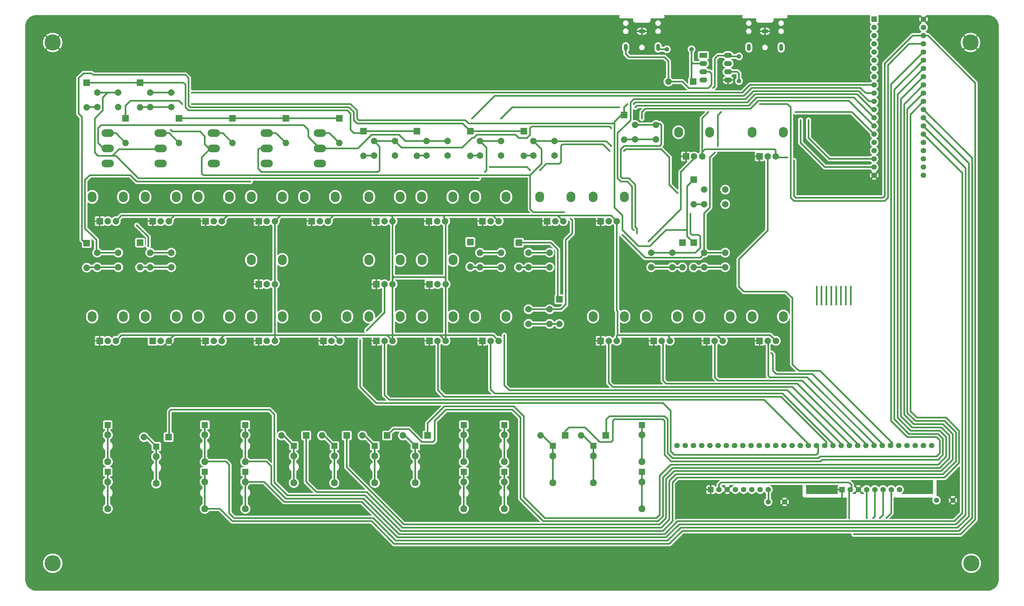
<source format=gbr>
%TF.GenerationSoftware,KiCad,Pcbnew,9.0.1*%
%TF.CreationDate,2025-10-09T13:19:50+01:00*%
%TF.ProjectId,WEASEL_KiCad,57454153-454c-45f4-9b69-4361642e6b69,rev?*%
%TF.SameCoordinates,Original*%
%TF.FileFunction,Copper,L1,Top*%
%TF.FilePolarity,Positive*%
%FSLAX46Y46*%
G04 Gerber Fmt 4.6, Leading zero omitted, Abs format (unit mm)*
G04 Created by KiCad (PCBNEW 9.0.1) date 2025-10-09 13:19:50*
%MOMM*%
%LPD*%
G01*
G04 APERTURE LIST*
%TA.AperFunction,ComponentPad*%
%ADD10R,1.700000X1.700000*%
%TD*%
%TA.AperFunction,ComponentPad*%
%ADD11C,1.700000*%
%TD*%
%TA.AperFunction,ComponentPad*%
%ADD12C,5.000000*%
%TD*%
%TA.AperFunction,ComponentPad*%
%ADD13C,2.000000*%
%TD*%
%TA.AperFunction,ComponentPad*%
%ADD14R,2.000000X2.000000*%
%TD*%
%TA.AperFunction,ComponentPad*%
%ADD15O,2.780000X3.240000*%
%TD*%
%TA.AperFunction,ComponentPad*%
%ADD16O,2.400000X1.600000*%
%TD*%
%TA.AperFunction,ComponentPad*%
%ADD17R,2.400000X1.600000*%
%TD*%
%TA.AperFunction,ComponentPad*%
%ADD18C,1.397000*%
%TD*%
%TA.AperFunction,ComponentPad*%
%ADD19O,2.000000X2.000000*%
%TD*%
%TA.AperFunction,ComponentPad*%
%ADD20C,1.600000*%
%TD*%
%TA.AperFunction,ComponentPad*%
%ADD21R,1.930000X1.830000*%
%TD*%
%TA.AperFunction,ComponentPad*%
%ADD22C,2.130000*%
%TD*%
%TA.AperFunction,ComponentPad*%
%ADD23O,1.200000X2.200000*%
%TD*%
%TA.AperFunction,ComponentPad*%
%ADD24O,2.200000X1.200000*%
%TD*%
%TA.AperFunction,ComponentPad*%
%ADD25O,3.800000X2.400000*%
%TD*%
%TA.AperFunction,ViaPad*%
%ADD26C,0.600000*%
%TD*%
%TA.AperFunction,Conductor*%
%ADD27C,0.500000*%
%TD*%
G04 APERTURE END LIST*
D10*
%TO.P,U1,GND*%
%TO.N,GND*%
X232277300Y-170200000D03*
D11*
%TO.P,U1,VCC*%
%TO.N,N/C*%
X234817300Y-170200000D03*
%TO.P,U1,SIG*%
X250057300Y-170200000D03*
%TO.P,U1,S3*%
X247517300Y-170200000D03*
%TO.P,U1,S2*%
X244977300Y-170200000D03*
%TO.P,U1,S1*%
X242437300Y-170200000D03*
%TO.P,U1,S0*%
X239897300Y-170200000D03*
%TO.P,U1,EN*%
%TO.N,GND*%
X237357300Y-170200000D03*
%TO.P,U1,C15*%
%TO.N,N/C*%
X259977300Y-156600000D03*
%TO.P,U1,C14*%
X257437300Y-156600000D03*
%TO.P,U1,C13*%
X254897300Y-156600000D03*
%TO.P,U1,C12*%
X252357300Y-156600000D03*
%TO.P,U1,C11*%
X249817300Y-156600000D03*
%TO.P,U1,C10*%
X247277300Y-156600000D03*
%TO.P,U1,C9*%
X244737300Y-156600000D03*
%TO.P,U1,C8*%
X242197300Y-156600000D03*
%TO.P,U1,C7*%
X239657300Y-156600000D03*
%TO.P,U1,C6*%
X237117300Y-156600000D03*
%TO.P,U1,C5*%
X234577300Y-156600000D03*
%TO.P,U1,C4*%
X232037300Y-156600000D03*
%TO.P,U1,C3*%
X229497300Y-156600000D03*
%TO.P,U1,C2*%
X226957300Y-156600000D03*
%TO.P,U1,C1*%
X224417300Y-156600000D03*
%TO.P,U1,C0*%
X221877300Y-156600000D03*
%TD*%
D12*
%TO.P,,*%
%TO.N,*%
X312750000Y-193000000D03*
%TD*%
%TO.P,,*%
%TO.N,*%
X29000000Y-193000000D03*
%TD*%
%TO.P,,*%
%TO.N,GND*%
X29000000Y-32000000D03*
%TD*%
%TO.P,REF\u002A\u002A,*%
%TO.N,GND*%
X312500000Y-32000000D03*
%TD*%
D11*
%TO.P,U2,C0*%
%TO.N,N/C*%
X262380000Y-156600000D03*
%TO.P,U2,C1*%
X264920000Y-156600000D03*
%TO.P,U2,C2*%
X267460000Y-156600000D03*
%TO.P,U2,C3*%
X270000000Y-156600000D03*
%TO.P,U2,C4*%
X272540000Y-156600000D03*
%TO.P,U2,C5*%
X275080000Y-156600000D03*
%TO.P,U2,C6*%
X277620000Y-156600000D03*
%TO.P,U2,C7*%
X280160000Y-156600000D03*
%TO.P,U2,C8*%
X282700000Y-156600000D03*
%TO.P,U2,C9*%
X285240000Y-156600000D03*
%TO.P,U2,C10*%
X287780000Y-156600000D03*
%TO.P,U2,C11*%
X290320000Y-156600000D03*
%TO.P,U2,C12*%
X292860000Y-156600000D03*
%TO.P,U2,C13*%
X295400000Y-156600000D03*
%TO.P,U2,C14*%
X297940000Y-156600000D03*
%TO.P,U2,C15*%
X300480000Y-156600000D03*
%TO.P,U2,EN*%
%TO.N,GND*%
X277860000Y-170200000D03*
D10*
%TO.P,U2,GND*%
X272780000Y-170200000D03*
D11*
%TO.P,U2,S0*%
%TO.N,N/C*%
X280400000Y-170200000D03*
%TO.P,U2,S1*%
X282940000Y-170200000D03*
%TO.P,U2,S2*%
X285480000Y-170200000D03*
%TO.P,U2,S3*%
X288020000Y-170200000D03*
%TO.P,U2,SIG*%
X290560000Y-170200000D03*
%TO.P,U2,VCC*%
X275320000Y-170200000D03*
%TD*%
%TO.P,A1,40,DGND*%
%TO.N,GND*%
X298000000Y-24800000D03*
%TO.P,A1,39,VIN*%
%TO.N,unconnected-(A1-VIN-Pad39)*%
X298000000Y-27340000D03*
%TO.P,A1,38,3V3_D*%
%TO.N,Vcc*%
X298000000Y-29880000D03*
%TO.P,A1,37,USB_D_+*%
%TO.N,MIDI_INPUT*%
X298000000Y-32420000D03*
%TO.P,A1,36,USB_D_-*%
%TO.N,A6*%
X298000000Y-34960000D03*
%TO.P,A1,35,SAI2_SCK*%
%TO.N,A5*%
X298000000Y-37500000D03*
%TO.P,A1,34,SAI2_FS*%
%TO.N,A4*%
X298000000Y-40040000D03*
%TO.P,A1,33,SAI2_SD_A*%
%TO.N,A3*%
X298000000Y-42580000D03*
%TO.P,A1,32,SAI2_SD_B*%
%TO.N,A2*%
X298000000Y-45120000D03*
%TO.P,A1,31,SAI2_MCLK*%
%TO.N,A1*%
X298000000Y-47660000D03*
%TO.P,A1,30,DAC_OUT1*%
%TO.N,A0*%
X298000000Y-50200000D03*
%TO.P,A1,29,DAC_OUT2*%
%TO.N,B3*%
X298000000Y-52740000D03*
%TO.P,A1,28,ADC_6*%
%TO.N,B2*%
X298000000Y-55280000D03*
%TO.P,A1,27,ADC_5*%
%TO.N,B1*%
X298000000Y-57820000D03*
%TO.P,A1,26,ADC_4*%
%TO.N,B0*%
X298000000Y-60360000D03*
%TO.P,A1,25,ADC_3*%
%TO.N,X3*%
X298000000Y-62900000D03*
%TO.P,A1,24,ADC_2*%
%TO.N,X2*%
X298000000Y-65440000D03*
%TO.P,A1,23,ADC_1*%
%TO.N,MUX2_SIGNAL*%
X298000000Y-67980000D03*
%TO.P,A1,22,ADC_0*%
%TO.N,MUX1_SIGNAL*%
X298000000Y-70520000D03*
%TO.P,A1,21,3V3_A*%
%TO.N,unconnected-(A1-3V3_A-Pad21)*%
X298000000Y-73060000D03*
%TO.P,A1,20,AGND*%
%TO.N,GND*%
X282760000Y-73060000D03*
%TO.P,A1,19,AUDIO_OUT_2*%
%TO.N,OUT_R*%
X282760000Y-70520000D03*
%TO.P,A1,18,AUDIO_OUT_1*%
%TO.N,OUT_L*%
X282760000Y-67980000D03*
%TO.P,A1,17,AUDIO_IN_2*%
%TO.N,unconnected-(A1-AUDIO_IN_2-Pad17)*%
X282760000Y-65440000D03*
%TO.P,A1,16,AUDIO_IN_1*%
%TO.N,unconnected-(A1-AUDIO_IN_1-Pad16)*%
X282760000Y-62900000D03*
%TO.P,A1,15,USART1_RX*%
%TO.N,Y4*%
X282760000Y-60360000D03*
%TO.P,A1,14,USART1_TX*%
%TO.N,X1*%
X282760000Y-57820000D03*
%TO.P,A1,13,I2C1_SDA*%
%TO.N,X0*%
X282760000Y-55280000D03*
%TO.P,A1,12,I2C1_SCL*%
%TO.N,Y3*%
X282760000Y-52740000D03*
%TO.P,A1,11,SPI1_PICO*%
%TO.N,Y2*%
X282760000Y-50200000D03*
%TO.P,A1,10,SPI1_POCI*%
%TO.N,Y1*%
X282760000Y-47660000D03*
%TO.P,A1,9,SPI1_SCK*%
%TO.N,Y0*%
X282760000Y-45120000D03*
%TO.P,A1,8,SPI1_CS*%
%TO.N,MUX2_S3*%
X282760000Y-42580000D03*
%TO.P,A1,7,SD_CLK*%
%TO.N,MUX2_S2*%
X282760000Y-40040000D03*
%TO.P,A1,6,SD_CMD*%
%TO.N,MUX2_S1*%
X282760000Y-37500000D03*
%TO.P,A1,5,SD_DATA_0*%
%TO.N,MUX2_S0*%
X282760000Y-34960000D03*
%TO.P,A1,4,SD_DATA_1*%
%TO.N,MUX1_S3*%
X282760000Y-32420000D03*
%TO.P,A1,3,SD_DATA_2*%
%TO.N,MUX1_S2*%
X282760000Y-29880000D03*
%TO.P,A1,2,SD_DATA_3*%
%TO.N,MUX1_S1*%
X282760000Y-27340000D03*
D10*
%TO.P,A1,1,USB_ID*%
%TO.N,MUX1_S0*%
X282760000Y-24800000D03*
%TD*%
D13*
%TO.P,RV27,3,3*%
%TO.N,Vcc*%
X252367300Y-67215800D03*
%TO.P,RV27,2,2*%
%TO.N,Net-(U2-i10)*%
X249867300Y-67215800D03*
D14*
%TO.P,RV27,1,1*%
%TO.N,GND*%
X247367300Y-67215800D03*
D15*
%TO.P,RV27,*%
%TO.N,*%
X254667300Y-59715800D03*
X245067300Y-59715800D03*
%TD*%
D16*
%TO.P,U3,8,VCC*%
%TO.N,Vcc*%
X237620000Y-35960000D03*
%TO.P,U3,7,VO1*%
%TO.N,unconnected-(U3-VO1-Pad7)*%
X237620000Y-38500000D03*
%TO.P,U3,6,VO2*%
%TO.N,MIDI_INPUT*%
X237620000Y-41040000D03*
%TO.P,U3,5,GND*%
%TO.N,GND*%
X237620000Y-43580000D03*
%TO.P,U3,4,NC*%
%TO.N,unconnected-(U3-NC-Pad4)*%
X230000000Y-43580000D03*
%TO.P,U3,3,C2*%
%TO.N,Net-(D44-A)*%
X230000000Y-41040000D03*
%TO.P,U3,2,C1*%
%TO.N,Net-(D44-K)*%
X230000000Y-38500000D03*
D17*
%TO.P,U3,1,NC*%
%TO.N,unconnected-(U3-NC-Pad1)*%
X230000000Y-35960000D03*
%TD*%
D18*
%TO.P,R10,2*%
%TO.N,Net-(D44-K)*%
X226310000Y-34080000D03*
%TO.P,R10,1*%
%TO.N,Net-(J1-PadR)*%
X218690000Y-34080000D03*
%TD*%
%TO.P,R9,2*%
%TO.N,MIDI_INPUT*%
X241000000Y-43890000D03*
%TO.P,R9,1*%
%TO.N,Vcc*%
X241000000Y-36270000D03*
%TD*%
D19*
%TO.P,D44,2,A*%
%TO.N,Net-(D44-A)*%
X219190000Y-44080000D03*
D14*
%TO.P,D44,1,K*%
%TO.N,Net-(D44-K)*%
X226810000Y-44080000D03*
%TD*%
D19*
%TO.P,D45,2,A*%
%TO.N,Net-(D45-A)*%
X51500000Y-63000000D03*
D14*
%TO.P,D45,1,K*%
%TO.N,Y3*%
X51500000Y-55380000D03*
%TD*%
D20*
%TO.P,C1,2*%
%TO.N,GND*%
X307080000Y-173500000D03*
%TO.P,C1,1*%
%TO.N,MUX2_SIGNAL*%
X302000000Y-173500000D03*
%TD*%
%TO.P,C2,2*%
%TO.N,GND*%
X255080000Y-174000000D03*
%TO.P,C2,1*%
%TO.N,MUX1_SIGNAL*%
X250000000Y-174000000D03*
%TD*%
D15*
%TO.P,RV26,*%
%TO.N,*%
X222318100Y-59715800D03*
X231918100Y-59715800D03*
D14*
%TO.P,RV26,1,1*%
%TO.N,GND*%
X224618100Y-67215800D03*
D13*
%TO.P,RV26,2,2*%
%TO.N,Net-(U2-i9)*%
X227118100Y-67215800D03*
%TO.P,RV26,3,3*%
%TO.N,Vcc*%
X229618100Y-67215800D03*
%TD*%
%TO.P,SW42,1,1*%
%TO.N,X1*%
X230250000Y-77465800D03*
X236750000Y-77465800D03*
%TO.P,SW42,2,2*%
%TO.N,Net-(D42-A)*%
X230250000Y-81965800D03*
X236750000Y-81965800D03*
%TD*%
%TO.P,SW37,2,2*%
%TO.N,Net-(D37-A)*%
X167493800Y-101465800D03*
X160993800Y-101465800D03*
%TO.P,SW37,1,1*%
%TO.N,X0*%
X167493800Y-96965800D03*
X160993800Y-96965800D03*
%TD*%
%TO.P,RV21,3,3*%
%TO.N,Vcc*%
X150372700Y-106715800D03*
%TO.P,RV21,2,2*%
%TO.N,Net-(U2-i4)*%
X147872700Y-106715800D03*
D14*
%TO.P,RV21,1,1*%
%TO.N,GND*%
X145372700Y-106715800D03*
D15*
%TO.P,RV21,*%
%TO.N,*%
X152672700Y-99215800D03*
X143072700Y-99215800D03*
%TD*%
D13*
%TO.P,RV15,3,3*%
%TO.N,Vcc*%
X97623500Y-106715800D03*
%TO.P,RV15,2,2*%
%TO.N,Net-(U1-i12)*%
X95123500Y-106715800D03*
D14*
%TO.P,RV15,1,1*%
%TO.N,GND*%
X92623500Y-106715800D03*
D15*
%TO.P,RV15,*%
%TO.N,*%
X99923500Y-99215800D03*
X90323500Y-99215800D03*
%TD*%
%TO.P,RV23,*%
%TO.N,*%
X212323500Y-116715800D03*
X221923500Y-116715800D03*
D14*
%TO.P,RV23,1,1*%
%TO.N,GND*%
X214623500Y-124215800D03*
D13*
%TO.P,RV23,2,2*%
%TO.N,Net-(U2-i6)*%
X217123500Y-124215800D03*
%TO.P,RV23,3,3*%
%TO.N,Vcc*%
X219623500Y-124215800D03*
%TD*%
D21*
%TO.P,J16,S*%
%TO.N,B1*%
X45997300Y-164720000D03*
D22*
%TO.P,J16,T*%
X45997300Y-176120000D03*
%TO.P,J16,TN*%
X45997300Y-167820000D03*
%TD*%
D21*
%TO.P,J21,S*%
%TO.N,B2*%
X210997300Y-150220000D03*
D22*
%TO.P,J21,T*%
X210997300Y-161620000D03*
%TO.P,J21,TN*%
X210997300Y-153320000D03*
%TD*%
D15*
%TO.P,RV1,*%
%TO.N,*%
X41197300Y-79715800D03*
X50797300Y-79715800D03*
D14*
%TO.P,RV1,1,1*%
%TO.N,GND*%
X43497300Y-87215800D03*
D13*
%TO.P,RV1,2,2*%
%TO.N,Net-(U1-i0)*%
X45997300Y-87215800D03*
%TO.P,RV1,3,3*%
%TO.N,Vcc*%
X48497300Y-87215800D03*
%TD*%
D15*
%TO.P,RV13,*%
%TO.N,*%
X73948100Y-116715800D03*
X83548100Y-116715800D03*
D14*
%TO.P,RV13,1,1*%
%TO.N,GND*%
X76248100Y-124215800D03*
D13*
%TO.P,RV13,2,2*%
%TO.N,Net-(U1-i13)*%
X78748100Y-124215800D03*
%TO.P,RV13,3,3*%
%TO.N,Vcc*%
X81248100Y-124215800D03*
%TD*%
D21*
%TO.P,J22,S*%
%TO.N,B3*%
X75997300Y-164720000D03*
D22*
%TO.P,J22,T*%
X75997300Y-176120000D03*
%TO.P,J22,TN*%
X75997300Y-167820000D03*
%TD*%
D21*
%TO.P,J7,S*%
%TO.N,Net-(D4-A)*%
X128497300Y-156720000D03*
D22*
%TO.P,J7,T*%
X128497300Y-168120000D03*
%TO.P,J7,TN*%
X128497300Y-159820000D03*
%TD*%
D14*
%TO.P,D39,1,K*%
%TO.N,Y2*%
X173000000Y-93880000D03*
D19*
%TO.P,D39,2,A*%
%TO.N,Net-(D39-A)*%
X173000000Y-101500000D03*
%TD*%
D15*
%TO.P,RV19,*%
%TO.N,*%
X143065700Y-116715800D03*
X152665700Y-116715800D03*
D14*
%TO.P,RV19,1,1*%
%TO.N,GND*%
X145365700Y-124215800D03*
D13*
%TO.P,RV19,2,2*%
%TO.N,Net-(U2-i2)*%
X147865700Y-124215800D03*
%TO.P,RV19,3,3*%
%TO.N,Vcc*%
X150365700Y-124215800D03*
%TD*%
D15*
%TO.P,RV9,*%
%TO.N,*%
X179448100Y-79715800D03*
X189048100Y-79715800D03*
D14*
%TO.P,RV9,1,1*%
%TO.N,GND*%
X181748100Y-87215800D03*
D13*
%TO.P,RV9,2,2*%
%TO.N,Net-(U1-i8)*%
X184248100Y-87215800D03*
%TO.P,RV9,3,3*%
%TO.N,Vcc*%
X186748100Y-87215800D03*
%TD*%
D21*
%TO.P,J18,S*%
%TO.N,B1*%
X168497300Y-164720000D03*
D22*
%TO.P,J18,T*%
X168497300Y-176120000D03*
%TO.P,J18,TN*%
X168497300Y-167820000D03*
%TD*%
D13*
%TO.P,SW34,1,1*%
%TO.N,X1*%
X177498100Y-62465800D03*
X183998100Y-62465800D03*
%TO.P,SW34,2,2*%
%TO.N,Net-(D34-A)*%
X177498100Y-66965800D03*
X183998100Y-66965800D03*
%TD*%
D14*
%TO.P,D43,1,K*%
%TO.N,Y3*%
X205500000Y-54380000D03*
D19*
%TO.P,D43,2,A*%
%TO.N,Net-(D43-A)*%
X205500000Y-62000000D03*
%TD*%
D14*
%TO.P,D34,1,K*%
%TO.N,Y1*%
X174500000Y-59380000D03*
D19*
%TO.P,D34,2,A*%
%TO.N,Net-(D34-A)*%
X174500000Y-67000000D03*
%TD*%
D15*
%TO.P,RV4,*%
%TO.N,*%
X90323500Y-79715800D03*
X99923500Y-79715800D03*
D14*
%TO.P,RV4,1,1*%
%TO.N,GND*%
X92623500Y-87215800D03*
D13*
%TO.P,RV4,2,2*%
%TO.N,Net-(U1-i3)*%
X95123500Y-87215800D03*
%TO.P,RV4,3,3*%
%TO.N,Vcc*%
X97623500Y-87215800D03*
%TD*%
D15*
%TO.P,RV25,*%
%TO.N,*%
X245071600Y-116715800D03*
X254671600Y-116715800D03*
D14*
%TO.P,RV25,1,1*%
%TO.N,GND*%
X247371600Y-124215800D03*
D13*
%TO.P,RV25,2,2*%
%TO.N,Net-(U2-i8)*%
X249871600Y-124215800D03*
%TO.P,RV25,3,3*%
%TO.N,Vcc*%
X252371600Y-124215800D03*
%TD*%
D21*
%TO.P,J8,S*%
%TO.N,Net-(D6-A)*%
X140997300Y-156720000D03*
D22*
%TO.P,J8,T*%
X140997300Y-168120000D03*
%TO.P,J8,TN*%
X140997300Y-159820000D03*
%TD*%
D14*
%TO.P,D4,1,K*%
%TO.N,A3*%
X132307300Y-153500000D03*
D19*
%TO.P,D4,2,A*%
%TO.N,Net-(D4-A)*%
X124687300Y-153500000D03*
%TD*%
D13*
%TO.P,SW2,1,1*%
%TO.N,X0*%
X42747300Y-47465800D03*
X49247300Y-47465800D03*
%TO.P,SW2,2,2*%
%TO.N,Net-(D5-A)*%
X42747300Y-51965800D03*
X49247300Y-51965800D03*
%TD*%
%TO.P,SW35,1,1*%
%TO.N,X2*%
X42747300Y-96965800D03*
X49247300Y-96965800D03*
%TO.P,SW35,2,2*%
%TO.N,Net-(D35-A)*%
X42747300Y-101465800D03*
X49247300Y-101465800D03*
%TD*%
D21*
%TO.P,J17,S*%
%TO.N,B1*%
X88497300Y-164720000D03*
D22*
%TO.P,J17,T*%
X88497300Y-176120000D03*
%TO.P,J17,TN*%
X88497300Y-167820000D03*
%TD*%
D15*
%TO.P,RV24,*%
%TO.N,*%
X228686500Y-116715800D03*
X238286500Y-116715800D03*
D14*
%TO.P,RV24,1,1*%
%TO.N,GND*%
X230986500Y-124215800D03*
D13*
%TO.P,RV24,2,2*%
%TO.N,Net-(U2-i7)*%
X233486500Y-124215800D03*
%TO.P,RV24,3,3*%
%TO.N,Vcc*%
X235986500Y-124215800D03*
%TD*%
D14*
%TO.P,D1,1,K*%
%TO.N,A0*%
X64807300Y-154000000D03*
D19*
%TO.P,D1,2,A*%
%TO.N,Net-(D1-A)*%
X57187300Y-154000000D03*
%TD*%
D14*
%TO.P,D37,1,K*%
%TO.N,Y2*%
X158000000Y-93690000D03*
D19*
%TO.P,D37,2,A*%
%TO.N,Net-(D37-A)*%
X158000000Y-101310000D03*
%TD*%
D13*
%TO.P,SW43,1,1*%
%TO.N,X2*%
X208868100Y-57465800D03*
X215368100Y-57465800D03*
%TO.P,SW43,2,2*%
%TO.N,Net-(D43-A)*%
X208868100Y-61965800D03*
X215368100Y-61965800D03*
%TD*%
%TO.P,SW6,1,1*%
%TO.N,X1*%
X59122700Y-47465800D03*
X65622700Y-47465800D03*
%TO.P,SW6,2,2*%
%TO.N,Net-(D30-A)*%
X59122700Y-51965800D03*
X65622700Y-51965800D03*
%TD*%
D14*
%TO.P,D38,1,K*%
%TO.N,Y2*%
X185500000Y-111380000D03*
D19*
%TO.P,D38,2,A*%
%TO.N,Net-(D38-A)*%
X185500000Y-119000000D03*
%TD*%
D15*
%TO.P,RV5,*%
%TO.N,*%
X106698900Y-79715800D03*
X116298900Y-79715800D03*
D14*
%TO.P,RV5,1,1*%
%TO.N,GND*%
X108998900Y-87215800D03*
D13*
%TO.P,RV5,2,2*%
%TO.N,Net-(U1-i4)*%
X111498900Y-87215800D03*
%TO.P,RV5,3,3*%
%TO.N,Vcc*%
X113998900Y-87215800D03*
%TD*%
D15*
%TO.P,RV11,*%
%TO.N,*%
X41197300Y-116715800D03*
X50797300Y-116715800D03*
D14*
%TO.P,RV11,1,1*%
%TO.N,GND*%
X43497300Y-124215800D03*
D13*
%TO.P,RV11,2,2*%
%TO.N,Net-(U1-i10)*%
X45997300Y-124215800D03*
%TO.P,RV11,3,3*%
%TO.N,Vcc*%
X48497300Y-124215800D03*
%TD*%
D15*
%TO.P,RV18,*%
%TO.N,*%
X126697300Y-99215800D03*
X136297300Y-99215800D03*
D14*
%TO.P,RV18,1,1*%
%TO.N,GND*%
X128997300Y-106715800D03*
D13*
%TO.P,RV18,2,2*%
%TO.N,Net-(U2-i1)*%
X131497300Y-106715800D03*
%TO.P,RV18,3,3*%
%TO.N,Vcc*%
X133997300Y-106715800D03*
%TD*%
D14*
%TO.P,D40,1,K*%
%TO.N,Y2*%
X223500000Y-93880000D03*
D19*
%TO.P,D40,2,A*%
%TO.N,Net-(D40-A)*%
X223500000Y-101500000D03*
%TD*%
D14*
%TO.P,D36,1,K*%
%TO.N,Y1*%
X56000000Y-93880000D03*
D19*
%TO.P,D36,2,A*%
%TO.N,Net-(D36-A)*%
X56000000Y-101500000D03*
%TD*%
D14*
%TO.P,D8,1,K*%
%TO.N,A6*%
X199807300Y-153500000D03*
D19*
%TO.P,D8,2,A*%
%TO.N,Net-(D8-A)*%
X192187300Y-153500000D03*
%TD*%
D15*
%TO.P,RV6,*%
%TO.N,*%
X126698900Y-79715800D03*
X136298900Y-79715800D03*
D14*
%TO.P,RV6,1,1*%
%TO.N,GND*%
X128998900Y-87215800D03*
D13*
%TO.P,RV6,2,2*%
%TO.N,Net-(U1-i5)*%
X131498900Y-87215800D03*
%TO.P,RV6,3,3*%
%TO.N,Vcc*%
X133998900Y-87215800D03*
%TD*%
D14*
%TO.P,D48,1,K*%
%TO.N,Y4*%
X101000000Y-55380000D03*
D19*
%TO.P,D48,2,A*%
%TO.N,Net-(D48-A)*%
X101000000Y-63000000D03*
%TD*%
D21*
%TO.P,J10,S*%
%TO.N,Net-(D8-A)*%
X195997300Y-156720000D03*
D22*
%TO.P,J10,T*%
X195997300Y-168120000D03*
%TO.P,J10,TN*%
X195997300Y-159820000D03*
%TD*%
D21*
%TO.P,J6,S*%
%TO.N,Net-(D3-A)*%
X115997300Y-156720000D03*
D22*
%TO.P,J6,T*%
X115997300Y-168120000D03*
%TO.P,J6,TN*%
X115997300Y-159820000D03*
%TD*%
D21*
%TO.P,J19,S*%
%TO.N,B2*%
X75997300Y-150220000D03*
D22*
%TO.P,J19,T*%
X75997300Y-161620000D03*
%TO.P,J19,TN*%
X75997300Y-153320000D03*
%TD*%
D21*
%TO.P,J5,S*%
%TO.N,Net-(D2-A)*%
X103497300Y-156720000D03*
D22*
%TO.P,J5,T*%
X103497300Y-168120000D03*
%TO.P,J5,TN*%
X103497300Y-159820000D03*
%TD*%
D21*
%TO.P,J23,S*%
%TO.N,B3*%
X155997300Y-164720000D03*
D22*
%TO.P,J23,T*%
X155997300Y-176120000D03*
%TO.P,J23,TN*%
X155997300Y-167820000D03*
%TD*%
D15*
%TO.P,RV7,*%
%TO.N,*%
X142948100Y-79715800D03*
X152548100Y-79715800D03*
D14*
%TO.P,RV7,1,1*%
%TO.N,GND*%
X145248100Y-87215800D03*
D13*
%TO.P,RV7,2,2*%
%TO.N,Net-(U1-i6)*%
X147748100Y-87215800D03*
%TO.P,RV7,3,3*%
%TO.N,Vcc*%
X150248100Y-87215800D03*
%TD*%
D21*
%TO.P,J9,S*%
%TO.N,Net-(D7-A)*%
X183497300Y-156720000D03*
D22*
%TO.P,J9,T*%
X183497300Y-168120000D03*
%TO.P,J9,TN*%
X183497300Y-159820000D03*
%TD*%
D23*
%TO.P,J1,R*%
%TO.N,Net-(J1-PadR)*%
X216000000Y-33500000D03*
D24*
%TO.P,J1,S*%
%TO.N,GND*%
X211000000Y-28500000D03*
D23*
%TO.P,J1,T*%
%TO.N,Net-(D44-A)*%
X206000000Y-33500000D03*
%TD*%
D15*
%TO.P,RV3,*%
%TO.N,*%
X73948100Y-79715800D03*
X83548100Y-79715800D03*
D14*
%TO.P,RV3,1,1*%
%TO.N,GND*%
X76248100Y-87215800D03*
D13*
%TO.P,RV3,2,2*%
%TO.N,Net-(U1-i2)*%
X78748100Y-87215800D03*
%TO.P,RV3,3,3*%
%TO.N,Vcc*%
X81248100Y-87215800D03*
%TD*%
D14*
%TO.P,D30,1,K*%
%TO.N,Y0*%
X56000000Y-44380000D03*
D19*
%TO.P,D30,2,A*%
%TO.N,Net-(D30-A)*%
X56000000Y-52000000D03*
%TD*%
D15*
%TO.P,RV14,*%
%TO.N,*%
X90323500Y-116715800D03*
X99923500Y-116715800D03*
D14*
%TO.P,RV14,1,1*%
%TO.N,GND*%
X92623500Y-124215800D03*
D13*
%TO.P,RV14,2,2*%
%TO.N,Net-(U1-i14)*%
X95123500Y-124215800D03*
%TO.P,RV14,3,3*%
%TO.N,Vcc*%
X97623500Y-124215800D03*
%TD*%
D21*
%TO.P,J3,S*%
%TO.N,B0*%
X45997300Y-150220000D03*
D22*
%TO.P,J3,T*%
X45997300Y-161620000D03*
%TO.P,J3,TN*%
X45997300Y-153320000D03*
%TD*%
D15*
%TO.P,RV17,*%
%TO.N,*%
X126697300Y-116715800D03*
X136297300Y-116715800D03*
D14*
%TO.P,RV17,1,1*%
%TO.N,GND*%
X128997300Y-124215800D03*
D13*
%TO.P,RV17,2,2*%
%TO.N,Net-(U2-i0)*%
X131497300Y-124215800D03*
%TO.P,RV17,3,3*%
%TO.N,Vcc*%
X133997300Y-124215800D03*
%TD*%
%TO.P,SW40,1,1*%
%TO.N,X3*%
X213873500Y-96965800D03*
X220373500Y-96965800D03*
%TO.P,SW40,2,2*%
%TO.N,Net-(D40-A)*%
X213873500Y-101465800D03*
X220373500Y-101465800D03*
%TD*%
D21*
%TO.P,J20,S*%
%TO.N,B2*%
X155997300Y-150220000D03*
D22*
%TO.P,J20,T*%
X155997300Y-161620000D03*
%TO.P,J20,TN*%
X155997300Y-153320000D03*
%TD*%
D13*
%TO.P,SW31,1,1*%
%TO.N,X2*%
X128248900Y-62465800D03*
X134748900Y-62465800D03*
%TO.P,SW31,2,2*%
%TO.N,Net-(D31-A)*%
X128248900Y-66965800D03*
X134748900Y-66965800D03*
%TD*%
D14*
%TO.P,D42,1,K*%
%TO.N,Y3*%
X227000000Y-74380000D03*
D19*
%TO.P,D42,2,A*%
%TO.N,Net-(D42-A)*%
X227000000Y-82000000D03*
%TD*%
D15*
%TO.P,RV8,*%
%TO.N,*%
X159448100Y-79715800D03*
X169048100Y-79715800D03*
D14*
%TO.P,RV8,1,1*%
%TO.N,GND*%
X161748100Y-87215800D03*
D13*
%TO.P,RV8,2,2*%
%TO.N,Net-(U1-i7)*%
X164248100Y-87215800D03*
%TO.P,RV8,3,3*%
%TO.N,Vcc*%
X166748100Y-87215800D03*
%TD*%
D14*
%TO.P,D5,1,K*%
%TO.N,Y0*%
X39500000Y-44380000D03*
D19*
%TO.P,D5,2,A*%
%TO.N,Net-(D5-A)*%
X39500000Y-52000000D03*
%TD*%
D14*
%TO.P,D2,1,K*%
%TO.N,A1*%
X107307300Y-153500000D03*
D19*
%TO.P,D2,2,A*%
%TO.N,Net-(D2-A)*%
X99687300Y-153500000D03*
%TD*%
D14*
%TO.P,D46,1,K*%
%TO.N,Y4*%
X68000000Y-55380000D03*
D19*
%TO.P,D46,2,A*%
%TO.N,Net-(D46-A)*%
X68000000Y-63000000D03*
%TD*%
D25*
%TO.P,SW7,1,A*%
%TO.N,Net-(D49-A)*%
X111498900Y-60015800D03*
%TO.P,SW7,2,B*%
%TO.N,X3*%
X111498900Y-64715800D03*
%TO.P,SW7,3,C*%
%TO.N,unconnected-(SW7-C-Pad3)*%
X111498900Y-69415800D03*
%TD*%
D15*
%TO.P,RV22,*%
%TO.N,*%
X195948100Y-116715800D03*
X205548100Y-116715800D03*
D14*
%TO.P,RV22,1,1*%
%TO.N,GND*%
X198248100Y-124215800D03*
D13*
%TO.P,RV22,2,2*%
%TO.N,Net-(U2-i5)*%
X200748100Y-124215800D03*
%TO.P,RV22,3,3*%
%TO.N,Vcc*%
X203248100Y-124215800D03*
%TD*%
D14*
%TO.P,D32,1,K*%
%TO.N,Y0*%
X141500000Y-59380000D03*
D19*
%TO.P,D32,2,A*%
%TO.N,Net-(D32-A)*%
X141500000Y-67000000D03*
%TD*%
D21*
%TO.P,J24,S*%
%TO.N,B3*%
X210997300Y-164720000D03*
D22*
%TO.P,J24,T*%
X210997300Y-176120000D03*
%TO.P,J24,TN*%
X210997300Y-167820000D03*
%TD*%
D13*
%TO.P,SW36,1,1*%
%TO.N,X3*%
X59125400Y-96965800D03*
X65625400Y-96965800D03*
%TO.P,SW36,2,2*%
%TO.N,Net-(D36-A)*%
X59125400Y-101465800D03*
X65625400Y-101465800D03*
%TD*%
D21*
%TO.P,J4,S*%
%TO.N,Net-(D1-A)*%
X60997300Y-156920000D03*
D22*
%TO.P,J4,T*%
X60997300Y-168320000D03*
%TO.P,J4,TN*%
X60997300Y-160020000D03*
%TD*%
D25*
%TO.P,SW4,1,A*%
%TO.N,Net-(D47-A)*%
X78748100Y-60015800D03*
%TO.P,SW4,2,B*%
%TO.N,X1*%
X78748100Y-64715800D03*
%TO.P,SW4,3,C*%
%TO.N,unconnected-(SW4-C-Pad3)*%
X78748100Y-69415800D03*
%TD*%
D14*
%TO.P,D31,1,K*%
%TO.N,Y0*%
X125000000Y-59380000D03*
D19*
%TO.P,D31,2,A*%
%TO.N,Net-(D31-A)*%
X125000000Y-67000000D03*
%TD*%
D13*
%TO.P,SW41,1,1*%
%TO.N,X0*%
X230236500Y-96965800D03*
X236736500Y-96965800D03*
%TO.P,SW41,2,2*%
%TO.N,Net-(D41-A)*%
X230236500Y-101465800D03*
X236736500Y-101465800D03*
%TD*%
%TO.P,SW32,1,1*%
%TO.N,X3*%
X144498100Y-62465800D03*
X150998100Y-62465800D03*
%TO.P,SW32,2,2*%
%TO.N,Net-(D32-A)*%
X144498100Y-66965800D03*
X150998100Y-66965800D03*
%TD*%
D14*
%TO.P,D3,1,K*%
%TO.N,A2*%
X119807300Y-153500000D03*
D19*
%TO.P,D3,2,A*%
%TO.N,Net-(D3-A)*%
X112187300Y-153500000D03*
%TD*%
D21*
%TO.P,J15,S*%
%TO.N,B0*%
X88497300Y-150220000D03*
D22*
%TO.P,J15,T*%
X88497300Y-161620000D03*
%TO.P,J15,TN*%
X88497300Y-153320000D03*
%TD*%
D15*
%TO.P,RV12,*%
%TO.N,*%
X57575400Y-116715800D03*
X67175400Y-116715800D03*
D14*
%TO.P,RV12,1,1*%
%TO.N,Vcc*%
X59875400Y-124215800D03*
D13*
%TO.P,RV12,2,2*%
%TO.N,Net-(U1-i11)*%
X62375400Y-124215800D03*
%TO.P,RV12,3,3*%
%TO.N,GND*%
X64875400Y-124215800D03*
%TD*%
%TO.P,SW39,1,1*%
%TO.N,X2*%
X175998100Y-96965800D03*
X182498100Y-96965800D03*
%TO.P,SW39,2,2*%
%TO.N,Net-(D39-A)*%
X175998100Y-101465800D03*
X182498100Y-101465800D03*
%TD*%
D15*
%TO.P,RV20,*%
%TO.N,*%
X159448100Y-116715800D03*
X169048100Y-116715800D03*
D14*
%TO.P,RV20,1,1*%
%TO.N,GND*%
X161748100Y-124215800D03*
D13*
%TO.P,RV20,2,2*%
%TO.N,Net-(U2-i3)*%
X164248100Y-124215800D03*
%TO.P,RV20,3,3*%
%TO.N,Vcc*%
X166748100Y-124215800D03*
%TD*%
D15*
%TO.P,RV16,*%
%TO.N,*%
X110321900Y-116715800D03*
X119921900Y-116715800D03*
D14*
%TO.P,RV16,1,1*%
%TO.N,GND*%
X112621900Y-124215800D03*
D13*
%TO.P,RV16,2,2*%
%TO.N,Net-(U1-i15)*%
X115121900Y-124215800D03*
%TO.P,RV16,3,3*%
%TO.N,Vcc*%
X117621900Y-124215800D03*
%TD*%
D23*
%TO.P,J2,R*%
%TO.N,OUT_R*%
X254000000Y-33500000D03*
D24*
%TO.P,J2,S*%
%TO.N,GND*%
X249000000Y-28500000D03*
D23*
%TO.P,J2,T*%
%TO.N,OUT_L*%
X244000000Y-33500000D03*
%TD*%
D14*
%TO.P,D33,1,K*%
%TO.N,Y1*%
X158000000Y-59380000D03*
D19*
%TO.P,D33,2,A*%
%TO.N,Net-(D33-A)*%
X158000000Y-67000000D03*
%TD*%
D13*
%TO.P,SW38,1,1*%
%TO.N,X1*%
X175998100Y-114465800D03*
X182498100Y-114465800D03*
%TO.P,SW38,2,2*%
%TO.N,Net-(D38-A)*%
X175998100Y-118965800D03*
X182498100Y-118965800D03*
%TD*%
D21*
%TO.P,J14,S*%
%TO.N,B0*%
X168497300Y-150220000D03*
D22*
%TO.P,J14,T*%
X168497300Y-161620000D03*
%TO.P,J14,TN*%
X168497300Y-153320000D03*
%TD*%
D14*
%TO.P,D6,1,K*%
%TO.N,A4*%
X144807300Y-153500000D03*
D19*
%TO.P,D6,2,A*%
%TO.N,Net-(D6-A)*%
X137187300Y-153500000D03*
%TD*%
D14*
%TO.P,D35,1,K*%
%TO.N,Y1*%
X39500000Y-94000000D03*
D19*
%TO.P,D35,2,A*%
%TO.N,Net-(D35-A)*%
X39500000Y-101620000D03*
%TD*%
D14*
%TO.P,D49,1,K*%
%TO.N,Y4*%
X117500000Y-55380000D03*
D19*
%TO.P,D49,2,A*%
%TO.N,Net-(D49-A)*%
X117500000Y-63000000D03*
%TD*%
D14*
%TO.P,D47,1,K*%
%TO.N,Y4*%
X84500000Y-55380000D03*
D19*
%TO.P,D47,2,A*%
%TO.N,Net-(D47-A)*%
X84500000Y-63000000D03*
%TD*%
D25*
%TO.P,SW1,1,A*%
%TO.N,Net-(D45-A)*%
X45997300Y-60015800D03*
%TO.P,SW1,2,B*%
%TO.N,X3*%
X45997300Y-64715800D03*
%TO.P,SW1,3,C*%
%TO.N,unconnected-(SW1-C-Pad3)*%
X45997300Y-69415800D03*
%TD*%
D14*
%TO.P,D41,1,K*%
%TO.N,Y3*%
X227000000Y-93880000D03*
D19*
%TO.P,D41,2,A*%
%TO.N,Net-(D41-A)*%
X227000000Y-101500000D03*
%TD*%
D15*
%TO.P,RV2,*%
%TO.N,*%
X57572700Y-79715800D03*
X67172700Y-79715800D03*
D14*
%TO.P,RV2,1,1*%
%TO.N,GND*%
X59872700Y-87215800D03*
D13*
%TO.P,RV2,2,2*%
%TO.N,Net-(U1-i1)*%
X62372700Y-87215800D03*
%TO.P,RV2,3,3*%
%TO.N,Vcc*%
X64872700Y-87215800D03*
%TD*%
D14*
%TO.P,D7,1,K*%
%TO.N,A5*%
X187307300Y-153500000D03*
D19*
%TO.P,D7,2,A*%
%TO.N,Net-(D7-A)*%
X179687300Y-153500000D03*
%TD*%
D15*
%TO.P,RV10,*%
%TO.N,*%
X195948100Y-79715800D03*
X205548100Y-79715800D03*
D14*
%TO.P,RV10,1,1*%
%TO.N,GND*%
X198248100Y-87215800D03*
D13*
%TO.P,RV10,2,2*%
%TO.N,Net-(U1-i9)*%
X200748100Y-87215800D03*
%TO.P,RV10,3,3*%
%TO.N,Vcc*%
X203248100Y-87215800D03*
%TD*%
D25*
%TO.P,SW5,1,A*%
%TO.N,Net-(D48-A)*%
X95123500Y-60015800D03*
%TO.P,SW5,2,B*%
%TO.N,X2*%
X95123500Y-64715800D03*
%TO.P,SW5,3,C*%
%TO.N,unconnected-(SW5-C-Pad3)*%
X95123500Y-69415800D03*
%TD*%
D13*
%TO.P,SW33,1,1*%
%TO.N,X0*%
X160998100Y-62465800D03*
X167498100Y-62465800D03*
%TO.P,SW33,2,2*%
%TO.N,Net-(D33-A)*%
X160998100Y-66965800D03*
X167498100Y-66965800D03*
%TD*%
D25*
%TO.P,SW3,1,A*%
%TO.N,Net-(D46-A)*%
X62372700Y-60015800D03*
%TO.P,SW3,2,B*%
%TO.N,X0*%
X62372700Y-64715800D03*
%TO.P,SW3,3,C*%
%TO.N,unconnected-(SW3-C-Pad3)*%
X62372700Y-69415800D03*
%TD*%
D26*
%TO.N,GND*%
X279000000Y-187000000D03*
X288500000Y-187000000D03*
X272500000Y-174000000D03*
X232000000Y-174000000D03*
%TO.N,OUT_L*%
X262500000Y-56000000D03*
%TO.N,OUT_R*%
X260000000Y-56000000D03*
%TO.N,Y4*%
X258500000Y-53500000D03*
%TO.N,MUX2_S2*%
X284500000Y-179000000D03*
%TO.N,MUX2_S3*%
X286500000Y-179000000D03*
%TO.N,MUX2_S1*%
X282500000Y-179000000D03*
%TO.N,MUX2_S0*%
X280500000Y-179000000D03*
%TO.N,MUX2_S3*%
X265000000Y-113000000D03*
%TO.N,MUX2_S2*%
X266500000Y-113000000D03*
%TO.N,MUX2_S1*%
X268000000Y-113000000D03*
%TO.N,MUX2_S0*%
X269500000Y-113000000D03*
%TO.N,MUX2_S3*%
X265000000Y-107500000D03*
%TO.N,MUX2_S2*%
X266500000Y-107500000D03*
%TO.N,MUX2_S1*%
X268000000Y-107500000D03*
%TO.N,MUX2_S0*%
X269500000Y-107500000D03*
%TO.N,MUX1_S0*%
X275500000Y-107500000D03*
%TO.N,MUX1_S1*%
X274000000Y-107500000D03*
%TO.N,MUX1_S2*%
X272500000Y-107500000D03*
%TO.N,MUX1_S3*%
X271000000Y-107500000D03*
X271000000Y-113000000D03*
%TO.N,MUX1_S2*%
X272500000Y-113000000D03*
%TO.N,MUX1_S1*%
X274000000Y-113000000D03*
%TO.N,MUX1_S0*%
X275500000Y-113000000D03*
%TO.N,Vcc*%
X258000000Y-68500000D03*
X256000000Y-67500000D03*
%TO.N,MIDI_INPUT*%
X247500000Y-51000000D03*
%TO.N,Vcc*%
X275000000Y-179000000D03*
X276500000Y-184000000D03*
X233000000Y-46000000D03*
X231500000Y-53500000D03*
%TO.N,X3*%
X164000000Y-70500000D03*
X176500000Y-71500000D03*
X179500000Y-71500000D03*
X201000000Y-65500000D03*
X205500000Y-65500000D03*
X222000000Y-78500000D03*
X226000000Y-85000000D03*
X58500000Y-95000000D03*
X55000000Y-88500000D03*
%TO.N,X2*%
X209000000Y-89000000D03*
X209500000Y-91000000D03*
X201500000Y-58500000D03*
X90000000Y-75000000D03*
X93500000Y-72000000D03*
%TO.N,X1*%
X187000000Y-84500000D03*
X189000000Y-86500000D03*
%TO.N,X0*%
X162500000Y-72000000D03*
X160500000Y-74000000D03*
X205000000Y-91500000D03*
X237500000Y-51500000D03*
X235500000Y-53500000D03*
X234500000Y-64000000D03*
X233500000Y-66000000D03*
%TO.N,X1*%
X65500000Y-59000000D03*
X201500000Y-64000000D03*
X211000000Y-55500000D03*
%TO.N,X0*%
X167500000Y-55500000D03*
X204000000Y-52000000D03*
X209000000Y-52000000D03*
%TO.N,Y3*%
X206500000Y-51000000D03*
X208500000Y-51000000D03*
%TO.N,Y2*%
X208500000Y-90000000D03*
%TO.N,Y1*%
X158500000Y-55500000D03*
%TO.N,Y0*%
X72000000Y-47500000D03*
X70000000Y-47500000D03*
%TO.N,Y3*%
X69000000Y-51000000D03*
X72000000Y-51000000D03*
%TO.N,Net-(U2-i9)*%
X251000000Y-128000000D03*
X213000000Y-93500000D03*
%TO.N,Net-(U2-i4)*%
X168500000Y-122500000D03*
%TO.N,Net-(U2-i1)*%
X124000000Y-124000000D03*
X126000000Y-121000000D03*
%TD*%
D27*
%TO.N,Vcc*%
X234500000Y-122500000D02*
X234385350Y-122614650D01*
X250655800Y-122500000D02*
X234500000Y-122500000D01*
X252371600Y-124215800D02*
X250655800Y-122500000D01*
%TO.N,Net-(D40-A)*%
X220373500Y-101465800D02*
X213873500Y-101465800D01*
%TO.N,Net-(D30-A)*%
X65622700Y-51965800D02*
X59122700Y-51965800D01*
%TO.N,GND*%
X279000000Y-187000000D02*
X288500000Y-187000000D01*
X272780000Y-173720000D02*
X272500000Y-174000000D01*
X272780000Y-170200000D02*
X272780000Y-173720000D01*
X232277300Y-173722700D02*
X232000000Y-174000000D01*
X232277300Y-170200000D02*
X232277300Y-173722700D01*
%TO.N,OUT_L*%
X262500000Y-61500000D02*
X262500000Y-56000000D01*
X269000000Y-68000000D02*
X262500000Y-61500000D01*
X269020000Y-67980000D02*
X269000000Y-68000000D01*
X282760000Y-67980000D02*
X269020000Y-67980000D01*
%TO.N,OUT_R*%
X267500000Y-70500000D02*
X260000000Y-63000000D01*
X270500000Y-70500000D02*
X267500000Y-70500000D01*
X260000000Y-63000000D02*
X260000000Y-56000000D01*
X270520000Y-70520000D02*
X270500000Y-70500000D01*
X282760000Y-70520000D02*
X270520000Y-70520000D01*
%TO.N,Y4*%
X258500000Y-53500000D02*
X275900000Y-53500000D01*
X275900000Y-53500000D02*
X282760000Y-60360000D01*
%TO.N,MUX2_S3*%
X288020000Y-170200000D02*
X288020000Y-177480000D01*
X288020000Y-177480000D02*
X286500000Y-179000000D01*
%TO.N,MUX2_S2*%
X285480000Y-178020000D02*
X284500000Y-179000000D01*
X285480000Y-170200000D02*
X285480000Y-178020000D01*
%TO.N,MUX2_S1*%
X282940000Y-178560000D02*
X282500000Y-179000000D01*
X282940000Y-170200000D02*
X282940000Y-178560000D01*
%TO.N,MUX2_S0*%
X280400000Y-170200000D02*
X280400000Y-178900000D01*
X280400000Y-178900000D02*
X280500000Y-179000000D01*
X269500000Y-113000000D02*
X269500000Y-107500000D01*
%TO.N,MUX2_S1*%
X268000000Y-113000000D02*
X268000000Y-107500000D01*
%TO.N,MUX2_S2*%
X266500000Y-113000000D02*
X266500000Y-107500000D01*
%TO.N,MUX2_S3*%
X265000000Y-113000000D02*
X265000000Y-107500000D01*
%TO.N,MUX1_S0*%
X275500000Y-107500000D02*
X275500000Y-113000000D01*
%TO.N,MUX1_S1*%
X274000000Y-107500000D02*
X274000000Y-113000000D01*
%TO.N,MUX1_S2*%
X272500000Y-107500000D02*
X272500000Y-113000000D01*
%TO.N,MUX1_S3*%
X271000000Y-107500000D02*
X271000000Y-113000000D01*
%TO.N,Vcc*%
X252651500Y-67500000D02*
X252367300Y-67215800D01*
X256000000Y-67500000D02*
X252651500Y-67500000D01*
X258500000Y-80000000D02*
X258000000Y-79500000D01*
X258000000Y-79500000D02*
X258000000Y-68500000D01*
X286000000Y-79500000D02*
X285500000Y-80000000D01*
X286000000Y-38500000D02*
X286000000Y-79500000D01*
X294620000Y-29880000D02*
X286000000Y-38500000D01*
X298000000Y-29880000D02*
X294620000Y-29880000D01*
X285500000Y-80000000D02*
X258500000Y-80000000D01*
X309500000Y-184000000D02*
X276500000Y-184000000D01*
X314000000Y-179500000D02*
X309500000Y-184000000D01*
X314000000Y-44500000D02*
X314000000Y-179500000D01*
X299380000Y-29880000D02*
X314000000Y-44500000D01*
X298000000Y-29880000D02*
X299380000Y-29880000D01*
%TO.N,MIDI_INPUT*%
X257000000Y-52000000D02*
X256000000Y-51000000D01*
X257000000Y-80000000D02*
X257000000Y-52000000D01*
X286000000Y-81000000D02*
X258000000Y-81000000D01*
X287000000Y-80000000D02*
X286000000Y-81000000D01*
X293580000Y-32420000D02*
X287000000Y-39000000D01*
X256000000Y-51000000D02*
X247500000Y-51000000D01*
X258000000Y-81000000D02*
X257000000Y-80000000D01*
X298000000Y-32420000D02*
X293580000Y-32420000D01*
X287000000Y-39000000D02*
X287000000Y-80000000D01*
%TO.N,Vcc*%
X275000000Y-171020000D02*
X275820000Y-170200000D01*
X275000000Y-179000000D02*
X275000000Y-171020000D01*
X234500000Y-36000000D02*
X237580000Y-36000000D01*
X233500000Y-37000000D02*
X234500000Y-36000000D01*
X233500000Y-45500000D02*
X233500000Y-37000000D01*
X237580000Y-36000000D02*
X237620000Y-35960000D01*
X233000000Y-46000000D02*
X233500000Y-45500000D01*
X229618100Y-55381900D02*
X231500000Y-53500000D01*
X229618100Y-67215800D02*
X229618100Y-55381900D01*
%TO.N,X3*%
X175500000Y-70500000D02*
X176500000Y-71500000D01*
X164000000Y-70500000D02*
X175500000Y-70500000D01*
X181500000Y-69500000D02*
X179500000Y-71500000D01*
X186000000Y-64000000D02*
X186000000Y-69000000D01*
X186500000Y-63500000D02*
X186000000Y-64000000D01*
X198500000Y-63500000D02*
X186500000Y-63500000D01*
X185500000Y-69500000D02*
X181500000Y-69500000D01*
X199000000Y-63500000D02*
X198500000Y-63500000D01*
X186000000Y-69000000D02*
X185500000Y-69500000D01*
X201000000Y-65500000D02*
X199000000Y-63500000D01*
X206000000Y-65000000D02*
X205500000Y-65500000D01*
X216000000Y-65000000D02*
X206000000Y-65000000D01*
X219500000Y-67500000D02*
X217000000Y-65000000D01*
X219500000Y-76000000D02*
X219500000Y-67500000D01*
X222000000Y-78500000D02*
X219500000Y-76000000D01*
X217000000Y-65000000D02*
X216000000Y-65000000D01*
X226500000Y-91500000D02*
X226000000Y-91000000D01*
X226000000Y-90500000D02*
X226000000Y-85000000D01*
X228500000Y-91500000D02*
X226500000Y-91500000D01*
X229000000Y-92000000D02*
X228500000Y-91500000D01*
X227534200Y-96965800D02*
X229000000Y-95500000D01*
X226000000Y-91000000D02*
X226000000Y-90500000D01*
X220373500Y-96965800D02*
X227534200Y-96965800D01*
X229000000Y-95500000D02*
X229000000Y-92000000D01*
X58500000Y-92000000D02*
X58500000Y-95000000D01*
X55000000Y-88500000D02*
X58500000Y-92000000D01*
X137965800Y-62465800D02*
X144498100Y-62465800D01*
X136000000Y-60500000D02*
X137965800Y-62465800D01*
X123284200Y-64715800D02*
X127500000Y-60500000D01*
X127500000Y-60500000D02*
X136000000Y-60500000D01*
X111498900Y-64715800D02*
X123284200Y-64715800D01*
%TO.N,X2*%
X215833900Y-57000000D02*
X215368100Y-57465800D01*
X216500000Y-57000000D02*
X215833900Y-57000000D01*
X217000000Y-57500000D02*
X216500000Y-57000000D01*
X217000000Y-63500000D02*
X217000000Y-57500000D01*
X216500000Y-64000000D02*
X217000000Y-63500000D01*
X205500000Y-64000000D02*
X216500000Y-64000000D01*
X204500000Y-73500000D02*
X204500000Y-65000000D01*
X207000000Y-74000000D02*
X205000000Y-74000000D01*
X209000000Y-76000000D02*
X207000000Y-74000000D01*
X204500000Y-65000000D02*
X205500000Y-64000000D01*
X205000000Y-74000000D02*
X204500000Y-73500000D01*
X209000000Y-89000000D02*
X209000000Y-76000000D01*
X209500000Y-89500000D02*
X209500000Y-91000000D01*
X209000000Y-89000000D02*
X209500000Y-89500000D01*
X201000000Y-58000000D02*
X201500000Y-58500000D01*
X176500000Y-58500000D02*
X177000000Y-58000000D01*
X176500000Y-60500000D02*
X176500000Y-58500000D01*
X175500000Y-61500000D02*
X176500000Y-60500000D01*
X174500000Y-61500000D02*
X175500000Y-61500000D01*
X173000000Y-61500000D02*
X174500000Y-61500000D01*
X172000000Y-60500000D02*
X173000000Y-61500000D01*
X160000000Y-60500000D02*
X172000000Y-60500000D01*
X158500000Y-61500000D02*
X159000000Y-61500000D01*
X158000000Y-62000000D02*
X158500000Y-61500000D01*
X177000000Y-58000000D02*
X201000000Y-58000000D01*
X156000000Y-64000000D02*
X158000000Y-62000000D01*
X159000000Y-61500000D02*
X160000000Y-60500000D01*
X155500000Y-64500000D02*
X156000000Y-64000000D01*
X153000000Y-64500000D02*
X155500000Y-64500000D01*
X136783100Y-64500000D02*
X153000000Y-64500000D01*
X134748900Y-62465800D02*
X136783100Y-64500000D01*
X55000000Y-75000000D02*
X90000000Y-75000000D01*
X53000000Y-73000000D02*
X55000000Y-75000000D01*
X40500000Y-73000000D02*
X52500000Y-73000000D01*
X39000000Y-74500000D02*
X39500000Y-74000000D01*
X39000000Y-89500000D02*
X39000000Y-74500000D01*
X42500000Y-93000000D02*
X41000000Y-91500000D01*
X42500000Y-94500000D02*
X42500000Y-93000000D01*
X39500000Y-74000000D02*
X40500000Y-73000000D01*
X52500000Y-73000000D02*
X53000000Y-73000000D01*
X41000000Y-91500000D02*
X39000000Y-89500000D01*
X42500000Y-96718500D02*
X42500000Y-94500000D01*
X42747300Y-96965800D02*
X42500000Y-96718500D01*
X130000000Y-71500000D02*
X130000000Y-64216900D01*
X129500000Y-72000000D02*
X130000000Y-71500000D01*
X93500000Y-72000000D02*
X129500000Y-72000000D01*
X92500000Y-71000000D02*
X93500000Y-72000000D01*
X92784200Y-64715800D02*
X92500000Y-65000000D01*
X95123500Y-64715800D02*
X92784200Y-64715800D01*
X92500000Y-65000000D02*
X92500000Y-71000000D01*
X130000000Y-64216900D02*
X128248900Y-62465800D01*
%TO.N,X1*%
X176500000Y-83500000D02*
X176500000Y-73000000D01*
X177500000Y-84500000D02*
X176500000Y-83500000D01*
X187000000Y-84500000D02*
X177500000Y-84500000D01*
X177500000Y-72000000D02*
X180000000Y-69500000D01*
X189500000Y-91000000D02*
X189500000Y-87000000D01*
X187500000Y-93000000D02*
X188500000Y-92000000D01*
X187500000Y-113000000D02*
X187500000Y-93000000D01*
X186034200Y-114465800D02*
X187500000Y-113000000D01*
X188500000Y-92000000D02*
X189500000Y-91000000D01*
X189500000Y-87000000D02*
X189000000Y-86500000D01*
X182498100Y-114465800D02*
X186034200Y-114465800D01*
%TO.N,X0*%
X163000000Y-64467700D02*
X160998100Y-62465800D01*
X163000000Y-71500000D02*
X163000000Y-64467700D01*
X162500000Y-72000000D02*
X163000000Y-71500000D01*
X55500000Y-74000000D02*
X160500000Y-74000000D01*
X50000000Y-68500000D02*
X55500000Y-74000000D01*
X48500000Y-67000000D02*
X50000000Y-68500000D01*
X47500000Y-67000000D02*
X48500000Y-67000000D01*
X212000000Y-98500000D02*
X205000000Y-91500000D01*
X229000000Y-98500000D02*
X212000000Y-98500000D01*
X230236500Y-97263500D02*
X229000000Y-98500000D01*
X230236500Y-96965800D02*
X230236500Y-97263500D01*
X237500000Y-51500000D02*
X209500000Y-51500000D01*
X234500000Y-54500000D02*
X235500000Y-53500000D01*
X234500000Y-64000000D02*
X234500000Y-54500000D01*
X232000000Y-83000000D02*
X232000000Y-67500000D01*
X232000000Y-67500000D02*
X233500000Y-66000000D01*
X230236500Y-84763500D02*
X232000000Y-83000000D01*
X230236500Y-96965800D02*
X230236500Y-84763500D01*
%TO.N,X1*%
X180000000Y-64967700D02*
X177498100Y-62465800D01*
X180000000Y-69500000D02*
X180000000Y-64967700D01*
X176500000Y-73000000D02*
X177500000Y-72000000D01*
X75500000Y-73000000D02*
X176500000Y-73000000D01*
X75000000Y-72500000D02*
X75500000Y-73000000D01*
X75000000Y-67500000D02*
X75000000Y-72500000D01*
X77784200Y-64715800D02*
X75000000Y-67500000D01*
X78748100Y-64715800D02*
X77784200Y-64715800D01*
%TO.N,X0*%
X62088500Y-65000000D02*
X62372700Y-64715800D01*
X47500000Y-67000000D02*
X49500000Y-65000000D01*
X43000000Y-67000000D02*
X47500000Y-67000000D01*
X42000000Y-66000000D02*
X43000000Y-67000000D01*
X42000000Y-55500000D02*
X42000000Y-66000000D01*
X49500000Y-65000000D02*
X62088500Y-65000000D01*
X44500000Y-53000000D02*
X42000000Y-55500000D01*
X44500000Y-49000000D02*
X44500000Y-53000000D01*
X46034200Y-47465800D02*
X44500000Y-49000000D01*
X49247300Y-47465800D02*
X46034200Y-47465800D01*
%TO.N,X1*%
X74500000Y-59500000D02*
X66000000Y-59500000D01*
X76000000Y-61000000D02*
X74500000Y-59500000D01*
X77215800Y-64715800D02*
X76000000Y-63500000D01*
X76000000Y-63500000D02*
X76000000Y-61000000D01*
X66000000Y-59500000D02*
X65500000Y-59000000D01*
X78748100Y-64715800D02*
X77215800Y-64715800D01*
%TO.N,Vcc*%
X203248100Y-114748100D02*
X203500000Y-115000000D01*
X203248100Y-87215800D02*
X203248100Y-114748100D01*
%TO.N,X3*%
X220373500Y-96965800D02*
X213873500Y-96965800D01*
%TO.N,X0*%
X236736500Y-96965800D02*
X230236500Y-96965800D01*
%TO.N,X2*%
X182498100Y-96965800D02*
X175998100Y-96965800D01*
%TO.N,X0*%
X167493800Y-96965800D02*
X160993800Y-96965800D01*
%TO.N,X3*%
X59125400Y-96965800D02*
X65625400Y-96965800D01*
%TO.N,X2*%
X42747300Y-96965800D02*
X49247300Y-96965800D01*
%TO.N,X3*%
X108000000Y-61216900D02*
X111498900Y-64715800D01*
X108000000Y-59000000D02*
X108000000Y-61216900D01*
X106500000Y-57500000D02*
X108000000Y-59000000D01*
X44000000Y-57500000D02*
X106500000Y-57500000D01*
X43000000Y-58500000D02*
X44000000Y-57500000D01*
X43000000Y-63000000D02*
X43000000Y-58500000D01*
X44715800Y-64715800D02*
X43000000Y-63000000D01*
X45997300Y-64715800D02*
X44715800Y-64715800D01*
X150998100Y-62465800D02*
X144498100Y-62465800D01*
%TO.N,X0*%
X167498100Y-62465800D02*
X160998100Y-62465800D01*
%TO.N,X1*%
X183998100Y-62465800D02*
X177498100Y-62465800D01*
%TO.N,X2*%
X134748900Y-62465800D02*
X128248900Y-62465800D01*
%TO.N,X0*%
X49247300Y-47465800D02*
X42747300Y-47465800D01*
%TO.N,X1*%
X184032300Y-62500000D02*
X183998100Y-62465800D01*
X200000000Y-62500000D02*
X184032300Y-62500000D01*
X201500000Y-64000000D02*
X200000000Y-62500000D01*
X244000000Y-52500000D02*
X212000000Y-52500000D01*
X212000000Y-52500000D02*
X211000000Y-53500000D01*
X244500000Y-52500000D02*
X244000000Y-52500000D01*
X247000000Y-50000000D02*
X244500000Y-52500000D01*
X274500000Y-50000000D02*
X247000000Y-50000000D01*
X211000000Y-53500000D02*
X211000000Y-55500000D01*
X274940000Y-50000000D02*
X274500000Y-50000000D01*
X282760000Y-57820000D02*
X274940000Y-50000000D01*
%TO.N,X0*%
X171000000Y-52000000D02*
X167500000Y-55500000D01*
X204000000Y-52000000D02*
X171000000Y-52000000D01*
X209500000Y-51500000D02*
X209000000Y-52000000D01*
X246500000Y-49000000D02*
X244000000Y-51500000D01*
X276500000Y-49000000D02*
X246500000Y-49000000D01*
X278500000Y-51000000D02*
X276500000Y-49000000D01*
X282760000Y-55260000D02*
X278500000Y-51000000D01*
X244000000Y-51500000D02*
X237500000Y-51500000D01*
X282760000Y-55280000D02*
X282760000Y-55260000D01*
%TO.N,Y3*%
X206500000Y-51000000D02*
X205500000Y-52000000D01*
X205500000Y-52000000D02*
X205500000Y-54380000D01*
X243000000Y-50500000D02*
X209000000Y-50500000D01*
X209000000Y-50500000D02*
X208500000Y-51000000D01*
X277500000Y-48000000D02*
X246000000Y-48000000D01*
X246000000Y-48000000D02*
X243500000Y-50500000D01*
X282240000Y-52740000D02*
X277500000Y-48000000D01*
X243500000Y-50500000D02*
X243000000Y-50500000D01*
X282760000Y-52740000D02*
X282240000Y-52740000D01*
%TO.N,Y2*%
X208000000Y-89500000D02*
X208500000Y-90000000D01*
X208000000Y-76500000D02*
X208000000Y-89500000D01*
X206500000Y-75000000D02*
X208000000Y-76500000D01*
X204500000Y-75000000D02*
X206500000Y-75000000D01*
X203500000Y-74000000D02*
X204500000Y-75000000D01*
X206500000Y-57000000D02*
X203500000Y-60000000D01*
X207500000Y-50500000D02*
X207500000Y-56000000D01*
X208500000Y-49500000D02*
X207500000Y-50500000D01*
X243000000Y-49500000D02*
X208500000Y-49500000D01*
X203500000Y-60000000D02*
X203500000Y-74000000D01*
X207500000Y-56000000D02*
X206500000Y-57000000D01*
X281200000Y-50200000D02*
X278000000Y-47000000D01*
X245500000Y-47000000D02*
X243000000Y-49500000D01*
X282760000Y-50200000D02*
X281200000Y-50200000D01*
X278000000Y-47000000D02*
X245500000Y-47000000D01*
%TO.N,Y1*%
X280160000Y-47660000D02*
X282760000Y-47660000D01*
X242500000Y-48500000D02*
X245000000Y-46000000D01*
X165500000Y-48500000D02*
X242500000Y-48500000D01*
X245000000Y-46000000D02*
X278500000Y-46000000D01*
X158500000Y-55500000D02*
X165500000Y-48500000D01*
X278500000Y-46000000D02*
X280160000Y-47660000D01*
%TO.N,Y0*%
X70000000Y-47500000D02*
X70000000Y-52000000D01*
X222000000Y-47500000D02*
X72000000Y-47500000D01*
%TO.N,Net-(D44-A)*%
X231500000Y-46080000D02*
X232500000Y-45080000D01*
X232500000Y-45080000D02*
X232500000Y-41580000D01*
X225500000Y-46080000D02*
X231500000Y-46080000D01*
X223500000Y-44080000D02*
X225500000Y-46080000D01*
X232500000Y-41580000D02*
X231960000Y-41040000D01*
X231960000Y-41040000D02*
X230000000Y-41040000D01*
X219190000Y-44080000D02*
X223500000Y-44080000D01*
%TO.N,Y0*%
X242000000Y-47500000D02*
X222000000Y-47500000D01*
X244380000Y-45120000D02*
X242000000Y-47500000D01*
X282760000Y-45120000D02*
X244380000Y-45120000D01*
%TO.N,Vcc*%
X275000000Y-168000000D02*
X275820000Y-168820000D01*
X235500000Y-168000000D02*
X275000000Y-168000000D01*
X275820000Y-168820000D02*
X275820000Y-170200000D01*
X234817300Y-168682700D02*
X235500000Y-168000000D01*
X234817300Y-170200000D02*
X234817300Y-168682700D01*
%TO.N,B3*%
X80620000Y-176120000D02*
X75997300Y-176120000D01*
X84500000Y-180000000D02*
X80620000Y-176120000D01*
X127500000Y-180000000D02*
X84500000Y-180000000D01*
X134500000Y-187000000D02*
X127500000Y-180000000D01*
X223500000Y-183000000D02*
X219500000Y-187000000D01*
X309000000Y-183000000D02*
X223500000Y-183000000D01*
X219500000Y-187000000D02*
X134500000Y-187000000D01*
X313000000Y-179000000D02*
X309000000Y-183000000D01*
X313000000Y-67740000D02*
X313000000Y-179000000D01*
X298000000Y-52740000D02*
X313000000Y-67740000D01*
%TO.N,B2*%
X312000000Y-69280000D02*
X298000000Y-55280000D01*
X312000000Y-178500000D02*
X312000000Y-69280000D01*
X308500000Y-182000000D02*
X312000000Y-178500000D01*
X223000000Y-182000000D02*
X308500000Y-182000000D01*
X219000000Y-186000000D02*
X223000000Y-182000000D01*
X135000000Y-186000000D02*
X219000000Y-186000000D01*
X128000000Y-179000000D02*
X135000000Y-186000000D01*
X85000000Y-179000000D02*
X128000000Y-179000000D01*
X83500000Y-177500000D02*
X85000000Y-179000000D01*
X83500000Y-162500000D02*
X83500000Y-177500000D01*
X82500000Y-161500000D02*
X83500000Y-162500000D01*
X76117300Y-161500000D02*
X82500000Y-161500000D01*
X75997300Y-161620000D02*
X76117300Y-161500000D01*
%TO.N,B1*%
X94320000Y-167820000D02*
X88497300Y-167820000D01*
X100500000Y-174000000D02*
X94320000Y-167820000D01*
X124500000Y-174000000D02*
X100500000Y-174000000D01*
X135500000Y-185000000D02*
X124500000Y-174000000D01*
X222500000Y-181000000D02*
X218500000Y-185000000D01*
X218500000Y-185000000D02*
X135500000Y-185000000D01*
X308000000Y-181000000D02*
X222500000Y-181000000D01*
X311000000Y-178000000D02*
X308000000Y-181000000D01*
X311000000Y-70820000D02*
X311000000Y-178000000D01*
X298000000Y-57820000D02*
X311000000Y-70820000D01*
%TO.N,B0*%
X310000000Y-72360000D02*
X298000000Y-60360000D01*
X310000000Y-177500000D02*
X310000000Y-72360000D01*
X307500000Y-180000000D02*
X310000000Y-177500000D01*
X222000000Y-180000000D02*
X307500000Y-180000000D01*
X218000000Y-184000000D02*
X222000000Y-180000000D01*
X136000000Y-184000000D02*
X218000000Y-184000000D01*
X125000000Y-173000000D02*
X136000000Y-184000000D01*
X101000000Y-173000000D02*
X125000000Y-173000000D01*
X96500000Y-168500000D02*
X101000000Y-173000000D01*
X96500000Y-163000000D02*
X96500000Y-168500000D01*
X95000000Y-161500000D02*
X96500000Y-163000000D01*
X88617300Y-161500000D02*
X95000000Y-161500000D01*
X88497300Y-161620000D02*
X88617300Y-161500000D01*
%TO.N,A0*%
X65500000Y-145500000D02*
X65000000Y-146000000D01*
X65000000Y-153807300D02*
X64807300Y-154000000D01*
X97500000Y-147000000D02*
X96000000Y-145500000D01*
X97500000Y-168000000D02*
X97500000Y-147000000D01*
X101500000Y-172000000D02*
X97500000Y-168000000D01*
X65000000Y-146000000D02*
X65000000Y-153807300D01*
X125500000Y-172000000D02*
X101500000Y-172000000D01*
X217500000Y-183000000D02*
X136500000Y-183000000D01*
X96000000Y-145500000D02*
X65500000Y-145500000D01*
X220500000Y-180000000D02*
X217500000Y-183000000D01*
X220500000Y-168000000D02*
X220500000Y-180000000D01*
X222000000Y-166500000D02*
X220500000Y-168000000D01*
X304500000Y-166500000D02*
X222000000Y-166500000D01*
X309000000Y-162000000D02*
X304500000Y-166500000D01*
X309000000Y-152000000D02*
X309000000Y-162000000D01*
X296000000Y-148000000D02*
X305000000Y-148000000D01*
X294000000Y-146000000D02*
X296000000Y-148000000D01*
X305000000Y-148000000D02*
X309000000Y-152000000D01*
X294000000Y-54200000D02*
X294000000Y-146000000D01*
X136500000Y-183000000D02*
X125500000Y-172000000D01*
X298000000Y-50200000D02*
X294000000Y-54200000D01*
%TO.N,A1*%
X293000000Y-146500000D02*
X293000000Y-52660000D01*
X295500000Y-149000000D02*
X293000000Y-146500000D01*
X304500000Y-149000000D02*
X295500000Y-149000000D01*
X308000000Y-152500000D02*
X304500000Y-149000000D01*
X304000000Y-165500000D02*
X308000000Y-161500000D01*
X221477300Y-165500000D02*
X304000000Y-165500000D01*
X308000000Y-161500000D02*
X308000000Y-152500000D01*
X221477300Y-165522700D02*
X221477300Y-165500000D01*
X219500000Y-179500000D02*
X219500000Y-167500000D01*
X137000000Y-182000000D02*
X217000000Y-182000000D01*
X110500000Y-171000000D02*
X126000000Y-171000000D01*
X219500000Y-167500000D02*
X221477300Y-165522700D01*
X126000000Y-171000000D02*
X137000000Y-182000000D01*
X217000000Y-182000000D02*
X219500000Y-179500000D01*
X107307300Y-167807300D02*
X110500000Y-171000000D01*
X107307300Y-153500000D02*
X107307300Y-167807300D01*
X293000000Y-52660000D02*
X298000000Y-47660000D01*
%TO.N,A2*%
X292000000Y-147000000D02*
X292000000Y-51120000D01*
X295000000Y-150000000D02*
X292000000Y-147000000D01*
X292000000Y-51120000D02*
X298000000Y-45120000D01*
X304000000Y-150000000D02*
X295000000Y-150000000D01*
X221000000Y-164500000D02*
X303500000Y-164500000D01*
X216500000Y-181000000D02*
X218500000Y-179000000D01*
X137500000Y-181000000D02*
X216500000Y-181000000D01*
X307000000Y-153000000D02*
X304000000Y-150000000D01*
X218500000Y-167000000D02*
X221000000Y-164500000D01*
X303500000Y-164500000D02*
X307000000Y-161000000D01*
X119807300Y-163307300D02*
X137500000Y-181000000D01*
X307000000Y-161000000D02*
X307000000Y-153000000D01*
X119807300Y-153500000D02*
X119807300Y-163307300D01*
X218500000Y-179000000D02*
X218500000Y-167000000D01*
%TO.N,A3*%
X134307300Y-151500000D02*
X132307300Y-153500000D01*
X139000000Y-151500000D02*
X134307300Y-151500000D01*
X143000000Y-155500000D02*
X139000000Y-151500000D01*
X146500000Y-155500000D02*
X143000000Y-155500000D01*
X147000000Y-155000000D02*
X146500000Y-155500000D01*
X147000000Y-149000000D02*
X147000000Y-155000000D01*
X150500000Y-145500000D02*
X147000000Y-149000000D01*
X171000000Y-145500000D02*
X150500000Y-145500000D01*
X173500000Y-148000000D02*
X171000000Y-145500000D01*
X173500000Y-173000000D02*
X173500000Y-148000000D01*
X216000000Y-180000000D02*
X180500000Y-180000000D01*
X217500000Y-178500000D02*
X216000000Y-180000000D01*
X303000000Y-163500000D02*
X220500000Y-163500000D01*
X303500000Y-151000000D02*
X306000000Y-153500000D01*
X294500000Y-151000000D02*
X303500000Y-151000000D01*
X291000000Y-147500000D02*
X294500000Y-151000000D01*
X217500000Y-166500000D02*
X217500000Y-178500000D01*
X306000000Y-153500000D02*
X306000000Y-160500000D01*
X220500000Y-163500000D02*
X217500000Y-166500000D01*
X306000000Y-160500000D02*
X303000000Y-163500000D01*
X291000000Y-49500000D02*
X291000000Y-147500000D01*
X297920000Y-42580000D02*
X291000000Y-49500000D01*
X298000000Y-42580000D02*
X297920000Y-42580000D01*
X180500000Y-180000000D02*
X173500000Y-173000000D01*
%TO.N,A5*%
X187307300Y-152192700D02*
X187307300Y-153500000D01*
X188500000Y-151000000D02*
X187307300Y-152192700D01*
X193500000Y-151000000D02*
X188500000Y-151000000D01*
X201500000Y-155500000D02*
X198000000Y-155500000D01*
X202000000Y-155000000D02*
X201500000Y-155500000D01*
X202000000Y-149000000D02*
X202000000Y-155000000D01*
X202500000Y-148500000D02*
X202000000Y-149000000D01*
X217500000Y-148500000D02*
X202500000Y-148500000D01*
X218000000Y-149000000D02*
X217500000Y-148500000D01*
X218000000Y-159500000D02*
X218000000Y-149000000D01*
X220000000Y-161500000D02*
X218000000Y-159500000D01*
X266250000Y-161500000D02*
X220000000Y-161500000D01*
X266750000Y-161000000D02*
X266250000Y-161500000D01*
X302500000Y-161000000D02*
X266750000Y-161000000D01*
X304000000Y-159500000D02*
X302500000Y-161000000D01*
X302500000Y-153000000D02*
X304000000Y-154500000D01*
X304000000Y-154500000D02*
X304000000Y-159500000D01*
X293500000Y-153000000D02*
X302500000Y-153000000D01*
X289000000Y-148500000D02*
X293500000Y-153000000D01*
X289000000Y-46500000D02*
X289000000Y-148500000D01*
X298000000Y-37500000D02*
X289000000Y-46500000D01*
X198000000Y-155500000D02*
X193500000Y-151000000D01*
%TO.N,A6*%
X200000000Y-153307300D02*
X199807300Y-153500000D01*
X200000000Y-148500000D02*
X200000000Y-153307300D01*
X201000000Y-147500000D02*
X200000000Y-148500000D01*
X218000000Y-147500000D02*
X201000000Y-147500000D01*
X219000000Y-159000000D02*
X219000000Y-148500000D01*
X219000000Y-148500000D02*
X218000000Y-147500000D01*
X220500000Y-160500000D02*
X219000000Y-159000000D01*
X265500000Y-160500000D02*
X220500000Y-160500000D01*
X266000000Y-160000000D02*
X265500000Y-160500000D01*
X302000000Y-160000000D02*
X266000000Y-160000000D01*
X303000000Y-155000000D02*
X303000000Y-159000000D01*
X302000000Y-154000000D02*
X303000000Y-155000000D01*
X288000000Y-44960000D02*
X288000000Y-149000000D01*
X288000000Y-149000000D02*
X293000000Y-154000000D01*
X303000000Y-159000000D02*
X302000000Y-160000000D01*
X298000000Y-34960000D02*
X288000000Y-44960000D01*
X293000000Y-154000000D02*
X302000000Y-154000000D01*
%TO.N,A4*%
X290000000Y-48040000D02*
X298000000Y-40040000D01*
X290000000Y-148000000D02*
X290000000Y-48040000D01*
X294000000Y-152000000D02*
X290000000Y-148000000D01*
X303000000Y-152000000D02*
X294000000Y-152000000D01*
X305000000Y-154000000D02*
X303000000Y-152000000D01*
X305000000Y-160000000D02*
X305000000Y-154000000D01*
X302500000Y-162500000D02*
X305000000Y-160000000D01*
X216500000Y-165877300D02*
X219877300Y-162500000D01*
X216500000Y-178000000D02*
X216500000Y-165877300D01*
X181000000Y-179000000D02*
X215500000Y-179000000D01*
X174500000Y-172500000D02*
X181000000Y-179000000D01*
X171500000Y-144500000D02*
X174500000Y-147500000D01*
X144807300Y-153500000D02*
X144807300Y-149692700D01*
X219877300Y-162500000D02*
X302500000Y-162500000D01*
X150000000Y-144500000D02*
X171500000Y-144500000D01*
X144807300Y-149692700D02*
X150000000Y-144500000D01*
X174500000Y-147500000D02*
X174500000Y-172500000D01*
X215500000Y-179000000D02*
X216500000Y-178000000D01*
%TO.N,A0*%
X298000000Y-50200000D02*
X297800000Y-50000000D01*
%TO.N,Y3*%
X51500000Y-51500000D02*
X51500000Y-55380000D01*
X53000000Y-50000000D02*
X51500000Y-51500000D01*
X68000000Y-50000000D02*
X53000000Y-50000000D01*
X69000000Y-51000000D02*
X68000000Y-50000000D01*
X121000000Y-51000000D02*
X72000000Y-51000000D01*
X123500000Y-56000000D02*
X123000000Y-55500000D01*
X157500000Y-57000000D02*
X156500000Y-56000000D01*
X123000000Y-55500000D02*
X123000000Y-53000000D01*
X202500000Y-57000000D02*
X157500000Y-57000000D01*
X202500000Y-57000000D02*
X202500000Y-56500000D01*
X123000000Y-53000000D02*
X121000000Y-51000000D01*
X156500000Y-56000000D02*
X123500000Y-56000000D01*
X204620000Y-54380000D02*
X205500000Y-54380000D01*
X202500000Y-56500000D02*
X204620000Y-54380000D01*
X205000000Y-85500000D02*
X202500000Y-83000000D01*
X210000000Y-95000000D02*
X205000000Y-90000000D01*
X213500000Y-95000000D02*
X210000000Y-95000000D01*
X225000000Y-90000000D02*
X218500000Y-90000000D01*
X218500000Y-90000000D02*
X213500000Y-95000000D01*
X205000000Y-90000000D02*
X205000000Y-85500000D01*
X202500000Y-83000000D02*
X202500000Y-57000000D01*
X225000000Y-90000000D02*
X225000000Y-76380000D01*
X225000000Y-76380000D02*
X227000000Y-74380000D01*
X225000000Y-91880000D02*
X225000000Y-90000000D01*
X227000000Y-93880000D02*
X225000000Y-91880000D01*
%TO.N,Y1*%
X155620000Y-57000000D02*
X158000000Y-59380000D01*
X123000000Y-57000000D02*
X155620000Y-57000000D01*
X122000000Y-56000000D02*
X123000000Y-57000000D01*
X122000000Y-53500000D02*
X122000000Y-56000000D01*
X120500000Y-52000000D02*
X122000000Y-53500000D01*
X71500000Y-52000000D02*
X120500000Y-52000000D01*
X71000000Y-51500000D02*
X71500000Y-52000000D01*
X41500000Y-42000000D02*
X70000000Y-42000000D01*
X41000000Y-41500000D02*
X41500000Y-42000000D01*
X37000000Y-43000000D02*
X38500000Y-41500000D01*
X38000000Y-55000000D02*
X37000000Y-54000000D01*
X71000000Y-43000000D02*
X71000000Y-51500000D01*
X38000000Y-93000000D02*
X38000000Y-55000000D01*
X37000000Y-54000000D02*
X37000000Y-43000000D01*
X39000000Y-94000000D02*
X38000000Y-93000000D01*
X38500000Y-41500000D02*
X41000000Y-41500000D01*
X70000000Y-42000000D02*
X71000000Y-43000000D01*
X39500000Y-94000000D02*
X39000000Y-94000000D01*
%TO.N,Y2*%
X185000000Y-110880000D02*
X185500000Y-111380000D01*
X182880000Y-93880000D02*
X185000000Y-96000000D01*
X173000000Y-93880000D02*
X182880000Y-93880000D01*
X185000000Y-96000000D02*
X185000000Y-110880000D01*
%TO.N,Net-(U2-i9)*%
X223000000Y-83500000D02*
X213000000Y-93500000D01*
X223000000Y-72000000D02*
X223000000Y-83500000D01*
X227118100Y-67881900D02*
X223000000Y-72000000D01*
%TO.N,Y0*%
X124380000Y-60000000D02*
X125000000Y-59380000D01*
X122000000Y-60000000D02*
X124380000Y-60000000D01*
X120000000Y-53000000D02*
X121000000Y-54000000D01*
X121000000Y-59000000D02*
X122000000Y-60000000D01*
X121000000Y-54000000D02*
X121000000Y-59000000D01*
X71000000Y-53000000D02*
X120000000Y-53000000D01*
X70000000Y-45000000D02*
X70000000Y-47500000D01*
X69380000Y-44380000D02*
X70000000Y-45000000D01*
X56000000Y-44380000D02*
X69380000Y-44380000D01*
X70000000Y-52000000D02*
X71000000Y-53000000D01*
%TO.N,Net-(D44-A)*%
X206000000Y-35500000D02*
X206000000Y-33500000D01*
X207000000Y-36500000D02*
X206000000Y-35500000D01*
X218000000Y-36500000D02*
X207000000Y-36500000D01*
X219190000Y-37690000D02*
X218000000Y-36500000D01*
X219190000Y-44080000D02*
X219190000Y-37690000D01*
%TO.N,Net-(J1-PadR)*%
X218690000Y-34080000D02*
X216580000Y-34080000D01*
X216580000Y-34080000D02*
X216000000Y-33500000D01*
%TO.N,Net-(U2-i10)*%
X249867300Y-67215800D02*
X249867300Y-90132700D01*
%TO.N,Vcc*%
X230250000Y-67847700D02*
X229618100Y-67215800D01*
%TO.N,Net-(U2-i10)*%
X241000000Y-99000000D02*
X249867300Y-90132700D01*
X241000000Y-107500000D02*
X241000000Y-99000000D01*
X242500000Y-109000000D02*
X241000000Y-107500000D01*
X257500000Y-111000000D02*
X255500000Y-109000000D01*
X257500000Y-131500000D02*
X257500000Y-111000000D01*
X266000000Y-133500000D02*
X259500000Y-133500000D01*
X255500000Y-109000000D02*
X242500000Y-109000000D01*
X288280000Y-155780000D02*
X266000000Y-133500000D01*
X288280000Y-156600000D02*
X288280000Y-155780000D01*
X259500000Y-133500000D02*
X257500000Y-131500000D01*
%TO.N,Net-(D44-K)*%
X226310000Y-43580000D02*
X226310000Y-38580000D01*
X226390000Y-38500000D02*
X226310000Y-38580000D01*
X226810000Y-44080000D02*
X226310000Y-43580000D01*
X226730000Y-38500000D02*
X226390000Y-38500000D01*
X230000000Y-38500000D02*
X226730000Y-38500000D01*
%TO.N,MIDI_INPUT*%
X240460000Y-41040000D02*
X237620000Y-41040000D01*
%TO.N,Net-(D44-K)*%
X226730000Y-38500000D02*
X226310000Y-38080000D01*
%TO.N,MIDI_INPUT*%
X241000000Y-43890000D02*
X241000000Y-41580000D01*
%TO.N,Net-(D44-K)*%
X226310000Y-38580000D02*
X226310000Y-38080000D01*
X226310000Y-38080000D02*
X226310000Y-34080000D01*
%TO.N,MIDI_INPUT*%
X241000000Y-41580000D02*
X240460000Y-41040000D01*
%TO.N,Vcc*%
X237930000Y-36270000D02*
X237620000Y-35960000D01*
X241000000Y-36270000D02*
X237930000Y-36270000D01*
%TO.N,Net-(U2-i9)*%
X263640000Y-134500000D02*
X285740000Y-156600000D01*
X251500000Y-133500000D02*
X252500000Y-134500000D01*
X251500000Y-128500000D02*
X251500000Y-133500000D01*
X252500000Y-134500000D02*
X263640000Y-134500000D01*
X251000000Y-128000000D02*
X251500000Y-128500000D01*
%TO.N,Net-(U2-i8)*%
X262100000Y-135500000D02*
X283200000Y-156600000D01*
X250500000Y-135500000D02*
X262100000Y-135500000D01*
X250000000Y-135000000D02*
X250500000Y-135500000D01*
X250000000Y-124344200D02*
X250000000Y-135000000D01*
X249871600Y-124215800D02*
X250000000Y-124344200D01*
%TO.N,Net-(U2-i7)*%
X233500000Y-135500000D02*
X234500000Y-136500000D01*
X233500000Y-124229300D02*
X233500000Y-135500000D01*
X233486500Y-124215800D02*
X233500000Y-124229300D01*
X234500000Y-136500000D02*
X260560000Y-136500000D01*
X260560000Y-136500000D02*
X280660000Y-156600000D01*
%TO.N,Net-(U2-i6)*%
X218500000Y-137500000D02*
X259020000Y-137500000D01*
X217500000Y-124592300D02*
X217500000Y-136500000D01*
X259020000Y-137500000D02*
X278120000Y-156600000D01*
X217500000Y-136500000D02*
X218500000Y-137500000D01*
X217123500Y-124215800D02*
X217500000Y-124592300D01*
%TO.N,Net-(U2-i5)*%
X257480000Y-138500000D02*
X275580000Y-156600000D01*
X200748100Y-137248100D02*
X202000000Y-138500000D01*
X202000000Y-138500000D02*
X257480000Y-138500000D01*
X200748100Y-124215800D02*
X200748100Y-137248100D01*
%TO.N,Net-(U2-i4)*%
X255940000Y-139500000D02*
X273040000Y-156600000D01*
X168500000Y-138000000D02*
X170000000Y-139500000D01*
X170000000Y-139500000D02*
X255940000Y-139500000D01*
X168500000Y-122500000D02*
X168500000Y-138000000D01*
%TO.N,Net-(U2-i3)*%
X165500000Y-140500000D02*
X254400000Y-140500000D01*
X164248100Y-139248100D02*
X165500000Y-140500000D01*
X164248100Y-124215800D02*
X164248100Y-139248100D01*
X254400000Y-140500000D02*
X270500000Y-156600000D01*
%TO.N,Net-(U2-i0)*%
X133000000Y-142500000D02*
X248780000Y-142500000D01*
X131500000Y-141000000D02*
X133000000Y-142500000D01*
X248780000Y-142500000D02*
X262880000Y-156600000D01*
X131500000Y-124218500D02*
X131500000Y-141000000D01*
X131497300Y-124215800D02*
X131500000Y-124218500D01*
%TO.N,Net-(U2-i1)*%
X265420000Y-158920000D02*
X265420000Y-156600000D01*
X221000000Y-159500000D02*
X264840000Y-159500000D01*
X219877300Y-145877300D02*
X219877300Y-158377300D01*
X217500000Y-143500000D02*
X219877300Y-145877300D01*
X124000000Y-138500000D02*
X129000000Y-143500000D01*
X129000000Y-143500000D02*
X217500000Y-143500000D01*
X124000000Y-124000000D02*
X124000000Y-138500000D01*
X219877300Y-158377300D02*
X221000000Y-159500000D01*
X264840000Y-159500000D02*
X265420000Y-158920000D01*
%TO.N,Net-(U2-i2)*%
X148000000Y-124350100D02*
X147865700Y-124215800D01*
X148000000Y-139500000D02*
X148000000Y-124350100D01*
X254000000Y-141500000D02*
X150000000Y-141500000D01*
X150000000Y-141500000D02*
X148000000Y-139500000D01*
X268000000Y-155500000D02*
X254000000Y-141500000D01*
X267960000Y-155540000D02*
X268000000Y-155500000D01*
X267960000Y-156600000D02*
X267960000Y-155540000D01*
%TO.N,Net-(U2-i1)*%
X131497300Y-115502700D02*
X126000000Y-121000000D01*
X131497300Y-106715800D02*
X131497300Y-115502700D01*
%TO.N,MUX2_SIGNAL*%
X291040000Y-170220000D02*
X291060000Y-170200000D01*
%TO.N,MUX1_SIGNAL*%
X250097300Y-170240000D02*
X250057300Y-170200000D01*
X250097300Y-173700000D02*
X250097300Y-170240000D01*
%TO.N,Y4*%
X117500000Y-55380000D02*
X68000000Y-55380000D01*
%TO.N,Net-(D49-A)*%
X114515800Y-60015800D02*
X111498900Y-60015800D01*
X117500000Y-63000000D02*
X114515800Y-60015800D01*
%TO.N,Net-(D48-A)*%
X98015800Y-60015800D02*
X95123500Y-60015800D01*
X101000000Y-63000000D02*
X98015800Y-60015800D01*
%TO.N,Net-(D47-A)*%
X81515800Y-60015800D02*
X78748100Y-60015800D01*
X84500000Y-63000000D02*
X81515800Y-60015800D01*
%TO.N,Net-(D46-A)*%
X65015800Y-60015800D02*
X62372700Y-60015800D01*
X68000000Y-63000000D02*
X65015800Y-60015800D01*
%TO.N,Net-(D45-A)*%
X48515800Y-60015800D02*
X45997300Y-60015800D01*
X51500000Y-63000000D02*
X48515800Y-60015800D01*
%TO.N,Net-(D43-A)*%
X205534200Y-61965800D02*
X205500000Y-62000000D01*
X215368100Y-61965800D02*
X205534200Y-61965800D01*
%TO.N,Net-(D42-A)*%
X227034200Y-81965800D02*
X227000000Y-82000000D01*
X230250000Y-81965800D02*
X227034200Y-81965800D01*
%TO.N,Net-(D41-A)*%
X236702300Y-101500000D02*
X236736500Y-101465800D01*
X227000000Y-101500000D02*
X236702300Y-101500000D01*
%TO.N,Net-(D40-A)*%
X220407700Y-101500000D02*
X220373500Y-101465800D01*
X223500000Y-101500000D02*
X220407700Y-101500000D01*
%TO.N,Net-(D39-A)*%
X182463900Y-101500000D02*
X173000000Y-101500000D01*
X182498100Y-101465800D02*
X182463900Y-101500000D01*
%TO.N,Net-(D38-A)*%
X176032300Y-119000000D02*
X175998100Y-118965800D01*
X185500000Y-119000000D02*
X176032300Y-119000000D01*
%TO.N,Net-(D37-A)*%
X158155800Y-101465800D02*
X158000000Y-101310000D01*
X167493800Y-101465800D02*
X158155800Y-101465800D01*
%TO.N,Net-(D36-A)*%
X56034200Y-101465800D02*
X56000000Y-101500000D01*
X65625400Y-101465800D02*
X56034200Y-101465800D01*
%TO.N,Net-(D35-A)*%
X39654200Y-101465800D02*
X39500000Y-101620000D01*
X49247300Y-101465800D02*
X39654200Y-101465800D01*
%TO.N,X1*%
X182963900Y-114000000D02*
X182498100Y-114465800D01*
%TO.N,Vcc*%
X203500000Y-122500000D02*
X203500000Y-115000000D01*
X234385350Y-122614650D02*
X234270700Y-122500000D01*
X234270700Y-122500000D02*
X219000000Y-122500000D01*
X235986500Y-124215800D02*
X234385350Y-122614650D01*
X219500000Y-124092300D02*
X219623500Y-124215800D01*
X203500000Y-122500000D02*
X219000000Y-122500000D01*
X219500000Y-123000000D02*
X219500000Y-124092300D01*
X203248100Y-122751900D02*
X203500000Y-122500000D01*
X219000000Y-122500000D02*
X219500000Y-123000000D01*
X203248100Y-124215800D02*
X203248100Y-122751900D01*
%TO.N,X2*%
X215368100Y-57465800D02*
X208868100Y-57465800D01*
%TO.N,Vcc*%
X231000000Y-65000000D02*
X252000000Y-65000000D01*
X252000000Y-65000000D02*
X252367300Y-65367300D01*
X230500000Y-65000000D02*
X231000000Y-65000000D01*
X229618100Y-65881900D02*
X230500000Y-65000000D01*
X229618100Y-67215800D02*
X229618100Y-65881900D01*
X252367300Y-65367300D02*
X252367300Y-67215800D01*
X185032300Y-85500000D02*
X183000000Y-85500000D01*
X165032300Y-85500000D02*
X165000000Y-85467700D01*
X185032300Y-85500000D02*
X165032300Y-85500000D01*
X166748100Y-87215800D02*
X165032300Y-85500000D01*
X150372700Y-96500000D02*
X150372700Y-87340400D01*
X150372700Y-97500000D02*
X150372700Y-96500000D01*
%TO.N,X1*%
X175998100Y-114465800D02*
X182498100Y-114465800D01*
X175532300Y-114000000D02*
X175998100Y-114465800D01*
%TO.N,Vcc*%
X201532300Y-85500000D02*
X185032300Y-85500000D01*
X203248100Y-87215800D02*
X201532300Y-85500000D01*
X186748100Y-87215800D02*
X185032300Y-85500000D01*
X165032300Y-85500000D02*
X149500000Y-85500000D01*
X150000000Y-86000000D02*
X149500000Y-85500000D01*
X150000000Y-86967700D02*
X150000000Y-86000000D01*
X149500000Y-85500000D02*
X133500000Y-85500000D01*
X150248100Y-87215800D02*
X150000000Y-86967700D01*
X48497300Y-87215800D02*
X50213100Y-85500000D01*
X50213100Y-85500000D02*
X66588500Y-85500000D01*
X66588500Y-85500000D02*
X82963900Y-85500000D01*
X64872700Y-87215800D02*
X66588500Y-85500000D01*
X82963900Y-85500000D02*
X99339300Y-85500000D01*
X81248100Y-87215800D02*
X82963900Y-85500000D01*
X99339300Y-85500000D02*
X115714700Y-85500000D01*
X97623500Y-87215800D02*
X99339300Y-85500000D01*
X115714700Y-85500000D02*
X113998900Y-87215800D01*
X133500000Y-85500000D02*
X115714700Y-85500000D01*
X133998900Y-85998900D02*
X133500000Y-85500000D01*
X133998900Y-87215800D02*
X133998900Y-85998900D01*
X134498900Y-104500000D02*
X133998900Y-104000000D01*
X134500000Y-104500000D02*
X134498900Y-104500000D01*
X133998900Y-104000000D02*
X133998900Y-105001100D01*
X133998900Y-105001100D02*
X133997300Y-105002700D01*
X133998900Y-87215800D02*
X133998900Y-104000000D01*
X150372700Y-87340400D02*
X150248100Y-87215800D01*
X150372700Y-106715800D02*
X150372700Y-97500000D01*
X165032300Y-122500000D02*
X148649900Y-122500000D01*
X166748100Y-124215800D02*
X165032300Y-122500000D01*
X148649900Y-122500000D02*
X132281500Y-122500000D01*
X150365700Y-124215800D02*
X148649900Y-122500000D01*
X150372700Y-104872700D02*
X150372700Y-106715800D01*
X134500000Y-104500000D02*
X150000000Y-104500000D01*
X150000000Y-104500000D02*
X150372700Y-104872700D01*
X133997300Y-105002700D02*
X134500000Y-104500000D01*
X133997300Y-106715800D02*
X133997300Y-105002700D01*
X150365700Y-106722800D02*
X150372700Y-106715800D01*
X150365700Y-124215800D02*
X150365700Y-106722800D01*
X133997300Y-124215800D02*
X133997300Y-106715800D01*
X133997300Y-124215800D02*
X132281500Y-122500000D01*
X132281500Y-122500000D02*
X115906100Y-122500000D01*
X115906100Y-122500000D02*
X117621900Y-124215800D01*
X97623500Y-122500000D02*
X115906100Y-122500000D01*
X64875400Y-124215800D02*
X64875400Y-124124600D01*
X66500000Y-122500000D02*
X82500000Y-122500000D01*
X64875400Y-124124600D02*
X66500000Y-122500000D01*
X50213100Y-122500000D02*
X66500000Y-122500000D01*
X48497300Y-124215800D02*
X50213100Y-122500000D01*
X82000000Y-122500000D02*
X82500000Y-122500000D01*
X82500000Y-122500000D02*
X97623500Y-122500000D01*
X97623500Y-106715800D02*
X97623500Y-122500000D01*
X81248100Y-123251900D02*
X82000000Y-122500000D01*
X81248100Y-124215800D02*
X81248100Y-123251900D01*
X97623500Y-122500000D02*
X97623500Y-124215800D01*
X97623500Y-106715800D02*
X97623500Y-87215800D01*
X64872700Y-87215800D02*
X65000000Y-87088500D01*
%TO.N,X1*%
X65622700Y-47465800D02*
X59122700Y-47465800D01*
%TO.N,Net-(D33-A)*%
X158034200Y-66965800D02*
X158000000Y-67000000D01*
X160998100Y-66965800D02*
X158034200Y-66965800D01*
%TO.N,Net-(D34-A)*%
X174534200Y-66965800D02*
X174500000Y-67000000D01*
X177498100Y-66965800D02*
X174534200Y-66965800D01*
%TO.N,Y1*%
X158000000Y-59380000D02*
X174500000Y-59380000D01*
%TO.N,Net-(D32-A)*%
X141534200Y-66965800D02*
X141500000Y-67000000D01*
X144498100Y-66965800D02*
X141534200Y-66965800D01*
%TO.N,Y0*%
X125000000Y-59380000D02*
X141500000Y-59380000D01*
%TO.N,Net-(D31-A)*%
X125034200Y-66965800D02*
X125000000Y-67000000D01*
X128248900Y-66965800D02*
X125034200Y-66965800D01*
%TO.N,Y0*%
X56000000Y-44380000D02*
X39500000Y-44380000D01*
%TO.N,Net-(D30-A)*%
X56034200Y-51965800D02*
X56000000Y-52000000D01*
X59122700Y-51965800D02*
X56034200Y-51965800D01*
%TO.N,Net-(D5-A)*%
X39534200Y-51965800D02*
X39500000Y-52000000D01*
X42747300Y-51965800D02*
X39534200Y-51965800D01*
%TO.N,Net-(D1-A)*%
X58077300Y-154000000D02*
X57187300Y-154000000D01*
X60997300Y-156920000D02*
X60997300Y-168320000D01*
X60997300Y-156920000D02*
X58077300Y-154000000D01*
%TO.N,Net-(D2-A)*%
X103497300Y-156720000D02*
X103497300Y-168120000D01*
X100277300Y-153500000D02*
X103497300Y-156720000D01*
X99687300Y-153500000D02*
X100277300Y-153500000D01*
%TO.N,Net-(D3-A)*%
X115997300Y-156720000D02*
X115997300Y-168120000D01*
X112777300Y-153500000D02*
X115997300Y-156720000D01*
X112187300Y-153500000D02*
X112777300Y-153500000D01*
%TO.N,Net-(D6-A)*%
X137777300Y-153500000D02*
X140997300Y-156720000D01*
X140997300Y-156720000D02*
X140997300Y-168120000D01*
X137187300Y-153500000D02*
X137777300Y-153500000D01*
%TO.N,Net-(D7-A)*%
X179687300Y-153500000D02*
X180277300Y-153500000D01*
X183497300Y-156720000D02*
X183497300Y-168120000D01*
X180277300Y-153500000D02*
X183497300Y-156720000D01*
%TO.N,B0*%
X45997300Y-150220000D02*
X45997300Y-161620000D01*
X168497300Y-150220000D02*
X168497300Y-161620000D01*
X88497300Y-150220000D02*
X88497300Y-161620000D01*
%TO.N,Net-(D4-A)*%
X128497300Y-156720000D02*
X128497300Y-168120000D01*
X125277300Y-153500000D02*
X128497300Y-156720000D01*
X124687300Y-153500000D02*
X125277300Y-153500000D01*
%TO.N,Net-(D8-A)*%
X195997300Y-156720000D02*
X195997300Y-168120000D01*
X192187300Y-153500000D02*
X192777300Y-153500000D01*
X192777300Y-153500000D02*
X195997300Y-156720000D01*
%TO.N,B2*%
X75997300Y-150220000D02*
X75997300Y-161620000D01*
X155997300Y-150220000D02*
X155997300Y-161620000D01*
X210997300Y-150220000D02*
X210997300Y-161620000D01*
%TO.N,B3*%
X210997300Y-164720000D02*
X210997300Y-176120000D01*
X75997300Y-164720000D02*
X75997300Y-176120000D01*
X155997300Y-164720000D02*
X155997300Y-176120000D01*
%TO.N,B1*%
X88497300Y-164720000D02*
X88497300Y-176120000D01*
X168497300Y-164720000D02*
X168497300Y-176120000D01*
X45997300Y-164720000D02*
X45997300Y-176120000D01*
%TD*%
%TA.AperFunction,Conductor*%
%TO.N,GND*%
G36*
X204062724Y-23520185D02*
G01*
X204108479Y-23572989D01*
X204118423Y-23642147D01*
X204103072Y-23686501D01*
X204099502Y-23692683D01*
X204099500Y-23692686D01*
X204069509Y-23744630D01*
X204033608Y-23806812D01*
X203999500Y-23934108D01*
X203999500Y-24065891D01*
X204033608Y-24193187D01*
X204066410Y-24250000D01*
X204099500Y-24307314D01*
X204192686Y-24400500D01*
X204272267Y-24446446D01*
X204299712Y-24462292D01*
X204306814Y-24466392D01*
X204434108Y-24500500D01*
X208175500Y-24500500D01*
X208242539Y-24520185D01*
X208288294Y-24572989D01*
X208299500Y-24624500D01*
X208299500Y-25088695D01*
X208334103Y-25262658D01*
X208334106Y-25262667D01*
X208401983Y-25426540D01*
X208401990Y-25426553D01*
X208500535Y-25574034D01*
X208500538Y-25574038D01*
X208625961Y-25699461D01*
X208625965Y-25699464D01*
X208773446Y-25798009D01*
X208773459Y-25798016D01*
X208896363Y-25848923D01*
X208937334Y-25865894D01*
X208937336Y-25865894D01*
X208937341Y-25865896D01*
X209111304Y-25900499D01*
X209111307Y-25900500D01*
X209111309Y-25900500D01*
X212888693Y-25900500D01*
X212888694Y-25900499D01*
X212946682Y-25888964D01*
X213062658Y-25865896D01*
X213062661Y-25865894D01*
X213062666Y-25865894D01*
X213226547Y-25798013D01*
X213374035Y-25699464D01*
X213499464Y-25574035D01*
X213598013Y-25426547D01*
X213665894Y-25262666D01*
X213669151Y-25246295D01*
X213695042Y-25116130D01*
X213700500Y-25088691D01*
X213700500Y-25000000D01*
X213700500Y-24934108D01*
X213700500Y-24624500D01*
X213720185Y-24557461D01*
X213772989Y-24511706D01*
X213824500Y-24500500D01*
X217565890Y-24500500D01*
X217565892Y-24500500D01*
X217693186Y-24466392D01*
X217807314Y-24400500D01*
X217900500Y-24307314D01*
X217966392Y-24193186D01*
X218000500Y-24065892D01*
X218000500Y-23934108D01*
X217966392Y-23806814D01*
X217900500Y-23692686D01*
X217900497Y-23692683D01*
X217896928Y-23686501D01*
X217880455Y-23618601D01*
X217903307Y-23552574D01*
X217958228Y-23509383D01*
X218004315Y-23500500D01*
X241995685Y-23500500D01*
X242062724Y-23520185D01*
X242108479Y-23572989D01*
X242118423Y-23642147D01*
X242103072Y-23686501D01*
X242099502Y-23692683D01*
X242099500Y-23692686D01*
X242069509Y-23744630D01*
X242033608Y-23806812D01*
X241999500Y-23934108D01*
X241999500Y-24065891D01*
X242033608Y-24193187D01*
X242066410Y-24250000D01*
X242099500Y-24307314D01*
X242192686Y-24400500D01*
X242272267Y-24446446D01*
X242299712Y-24462292D01*
X242306814Y-24466392D01*
X242434108Y-24500500D01*
X246175500Y-24500500D01*
X246242539Y-24520185D01*
X246288294Y-24572989D01*
X246299500Y-24624500D01*
X246299500Y-25088695D01*
X246334103Y-25262658D01*
X246334106Y-25262667D01*
X246401983Y-25426540D01*
X246401990Y-25426553D01*
X246500535Y-25574034D01*
X246500538Y-25574038D01*
X246625961Y-25699461D01*
X246625965Y-25699464D01*
X246773446Y-25798009D01*
X246773459Y-25798016D01*
X246896363Y-25848923D01*
X246937334Y-25865894D01*
X246937336Y-25865894D01*
X246937341Y-25865896D01*
X247111304Y-25900499D01*
X247111307Y-25900500D01*
X247111309Y-25900500D01*
X250888693Y-25900500D01*
X250888694Y-25900499D01*
X250946682Y-25888964D01*
X251062658Y-25865896D01*
X251062661Y-25865894D01*
X251062666Y-25865894D01*
X251226547Y-25798013D01*
X251374035Y-25699464D01*
X251499464Y-25574035D01*
X251598013Y-25426547D01*
X251665894Y-25262666D01*
X251669151Y-25246295D01*
X251695042Y-25116130D01*
X251700500Y-25088691D01*
X251700500Y-25000000D01*
X251700500Y-24934108D01*
X251700500Y-24624500D01*
X251720185Y-24557461D01*
X251772989Y-24511706D01*
X251824500Y-24500500D01*
X255565890Y-24500500D01*
X255565892Y-24500500D01*
X255693186Y-24466392D01*
X255807314Y-24400500D01*
X255900500Y-24307314D01*
X255966392Y-24193186D01*
X256000500Y-24065892D01*
X256000500Y-23934108D01*
X255966392Y-23806814D01*
X255900500Y-23692686D01*
X255900497Y-23692683D01*
X255896928Y-23686501D01*
X255880455Y-23618601D01*
X255903307Y-23552574D01*
X255958228Y-23509383D01*
X256004315Y-23500500D01*
X281373568Y-23500500D01*
X281440607Y-23520185D01*
X281486362Y-23572989D01*
X281496306Y-23642147D01*
X281472835Y-23698810D01*
X281466206Y-23707665D01*
X281466202Y-23707671D01*
X281415908Y-23842517D01*
X281409501Y-23902116D01*
X281409501Y-23902123D01*
X281409500Y-23902135D01*
X281409500Y-25697870D01*
X281409501Y-25697876D01*
X281415908Y-25757483D01*
X281466202Y-25892328D01*
X281466206Y-25892335D01*
X281552452Y-26007544D01*
X281552455Y-26007547D01*
X281667664Y-26093793D01*
X281667671Y-26093797D01*
X281799082Y-26142810D01*
X281855016Y-26184681D01*
X281879433Y-26250145D01*
X281864582Y-26318418D01*
X281843431Y-26346673D01*
X281729889Y-26460215D01*
X281604951Y-26632179D01*
X281508444Y-26821585D01*
X281442753Y-27023760D01*
X281409500Y-27233713D01*
X281409500Y-27446287D01*
X281442754Y-27656243D01*
X281472014Y-27746297D01*
X281508444Y-27858414D01*
X281604951Y-28047820D01*
X281729890Y-28219786D01*
X281880213Y-28370109D01*
X282052182Y-28495050D01*
X282060946Y-28499516D01*
X282111742Y-28547491D01*
X282128536Y-28615312D01*
X282105998Y-28681447D01*
X282060946Y-28720484D01*
X282052182Y-28724949D01*
X281880213Y-28849890D01*
X281729890Y-29000213D01*
X281604951Y-29172179D01*
X281508444Y-29361585D01*
X281442753Y-29563760D01*
X281409500Y-29773713D01*
X281409500Y-29986286D01*
X281442753Y-30196239D01*
X281508444Y-30398414D01*
X281604951Y-30587820D01*
X281729890Y-30759786D01*
X281880213Y-30910109D01*
X282052182Y-31035050D01*
X282060946Y-31039516D01*
X282111742Y-31087491D01*
X282128536Y-31155312D01*
X282105998Y-31221447D01*
X282060946Y-31260484D01*
X282052182Y-31264949D01*
X281880213Y-31389890D01*
X281729890Y-31540213D01*
X281604951Y-31712179D01*
X281508444Y-31901585D01*
X281442753Y-32103760D01*
X281409500Y-32313713D01*
X281409500Y-32526286D01*
X281434191Y-32682182D01*
X281442754Y-32736243D01*
X281500312Y-32913389D01*
X281508444Y-32938414D01*
X281604951Y-33127820D01*
X281729890Y-33299786D01*
X281880213Y-33450109D01*
X282052182Y-33575050D01*
X282060946Y-33579516D01*
X282111742Y-33627491D01*
X282128536Y-33695312D01*
X282105998Y-33761447D01*
X282060946Y-33800484D01*
X282052182Y-33804949D01*
X281880213Y-33929890D01*
X281729890Y-34080213D01*
X281604951Y-34252179D01*
X281508444Y-34441585D01*
X281442753Y-34643760D01*
X281417082Y-34805842D01*
X281409500Y-34853713D01*
X281409500Y-35066287D01*
X281415707Y-35105476D01*
X281439426Y-35255236D01*
X281442754Y-35276243D01*
X281502714Y-35460781D01*
X281508444Y-35478414D01*
X281604951Y-35667820D01*
X281729890Y-35839786D01*
X281880213Y-35990109D01*
X282052182Y-36115050D01*
X282060946Y-36119516D01*
X282111742Y-36167491D01*
X282128536Y-36235312D01*
X282105998Y-36301447D01*
X282060946Y-36340484D01*
X282052182Y-36344949D01*
X281880213Y-36469890D01*
X281729890Y-36620213D01*
X281604951Y-36792179D01*
X281508444Y-36981585D01*
X281508443Y-36981587D01*
X281508443Y-36981588D01*
X281442754Y-37183757D01*
X281409500Y-37393713D01*
X281409500Y-37606287D01*
X281412543Y-37625500D01*
X281430844Y-37741051D01*
X281442754Y-37816243D01*
X281502742Y-38000867D01*
X281508444Y-38018414D01*
X281604951Y-38207820D01*
X281729890Y-38379786D01*
X281880213Y-38530109D01*
X282052182Y-38655050D01*
X282060946Y-38659516D01*
X282111742Y-38707491D01*
X282128536Y-38775312D01*
X282105998Y-38841447D01*
X282060946Y-38880484D01*
X282052182Y-38884949D01*
X281880213Y-39009890D01*
X281729890Y-39160213D01*
X281604951Y-39332179D01*
X281508444Y-39521585D01*
X281442753Y-39723760D01*
X281409500Y-39933713D01*
X281409500Y-40146286D01*
X281436750Y-40318340D01*
X281442754Y-40356243D01*
X281502714Y-40540781D01*
X281508444Y-40558414D01*
X281604951Y-40747820D01*
X281729890Y-40919786D01*
X281880213Y-41070109D01*
X282052182Y-41195050D01*
X282060946Y-41199516D01*
X282111742Y-41247491D01*
X282128536Y-41315312D01*
X282105998Y-41381447D01*
X282060946Y-41420484D01*
X282052182Y-41424949D01*
X281880213Y-41549890D01*
X281729890Y-41700213D01*
X281604951Y-41872179D01*
X281508444Y-42061585D01*
X281442753Y-42263760D01*
X281417886Y-42420765D01*
X281409500Y-42473713D01*
X281409500Y-42686287D01*
X281415229Y-42722457D01*
X281442318Y-42893495D01*
X281442754Y-42896243D01*
X281502714Y-43080781D01*
X281508444Y-43098414D01*
X281604951Y-43287820D01*
X281729890Y-43459786D01*
X281880213Y-43610109D01*
X282052182Y-43735050D01*
X282060946Y-43739516D01*
X282111742Y-43787491D01*
X282128536Y-43855312D01*
X282105998Y-43921447D01*
X282060946Y-43960484D01*
X282052182Y-43964949D01*
X281880213Y-44089890D01*
X281729892Y-44240211D01*
X281673097Y-44318385D01*
X281617767Y-44361051D01*
X281572779Y-44369500D01*
X244306080Y-44369500D01*
X244161092Y-44398340D01*
X244161082Y-44398343D01*
X244024511Y-44454912D01*
X244024498Y-44454919D01*
X243901584Y-44537048D01*
X243901580Y-44537051D01*
X241725451Y-46713181D01*
X241664128Y-46746666D01*
X241637770Y-46749500D01*
X233681941Y-46749500D01*
X233614902Y-46729815D01*
X233569147Y-46677011D01*
X233559203Y-46607853D01*
X233588228Y-46544297D01*
X233594260Y-46537819D01*
X233621786Y-46510292D01*
X233621789Y-46510289D01*
X233636488Y-46488290D01*
X233709394Y-46379179D01*
X233719191Y-46355524D01*
X233746067Y-46315299D01*
X234082952Y-45978416D01*
X234148377Y-45880499D01*
X234165084Y-45855495D01*
X234221658Y-45718913D01*
X234240870Y-45622331D01*
X234250500Y-45573920D01*
X234250500Y-37362229D01*
X234270185Y-37295190D01*
X234286819Y-37274548D01*
X234774548Y-36786819D01*
X234835871Y-36753334D01*
X234862229Y-36750500D01*
X236123644Y-36750500D01*
X236190683Y-36770185D01*
X236223961Y-36801614D01*
X236228028Y-36807212D01*
X236228035Y-36807220D01*
X236372786Y-36951971D01*
X236517100Y-37056819D01*
X236538390Y-37072287D01*
X236627212Y-37117544D01*
X236631080Y-37119515D01*
X236681876Y-37167490D01*
X236698671Y-37235311D01*
X236676134Y-37301446D01*
X236631080Y-37340485D01*
X236538386Y-37387715D01*
X236372786Y-37508028D01*
X236228028Y-37652786D01*
X236107715Y-37818386D01*
X236014781Y-38000776D01*
X235951522Y-38195465D01*
X235919500Y-38397648D01*
X235919500Y-38602351D01*
X235951522Y-38804534D01*
X236014781Y-38999223D01*
X236107715Y-39181613D01*
X236228028Y-39347213D01*
X236372786Y-39491971D01*
X236527749Y-39604556D01*
X236538390Y-39612287D01*
X236629840Y-39658883D01*
X236631080Y-39659515D01*
X236681876Y-39707490D01*
X236698671Y-39775311D01*
X236676134Y-39841446D01*
X236631080Y-39880485D01*
X236538386Y-39927715D01*
X236372786Y-40048028D01*
X236228028Y-40192786D01*
X236107715Y-40358386D01*
X236014781Y-40540776D01*
X235951522Y-40735465D01*
X235919500Y-40937648D01*
X235919500Y-41142351D01*
X235951522Y-41344531D01*
X236014781Y-41539223D01*
X236107715Y-41721613D01*
X236228028Y-41887213D01*
X236372786Y-42031971D01*
X236527749Y-42144556D01*
X236538390Y-42152287D01*
X236610424Y-42188990D01*
X236631629Y-42199795D01*
X236682425Y-42247770D01*
X236699220Y-42315591D01*
X236676682Y-42381726D01*
X236631629Y-42420765D01*
X236538650Y-42468140D01*
X236373105Y-42588417D01*
X236373104Y-42588417D01*
X236228417Y-42733104D01*
X236228417Y-42733105D01*
X236108140Y-42898650D01*
X236015244Y-43080970D01*
X235952009Y-43275586D01*
X235943391Y-43330000D01*
X237304314Y-43330000D01*
X237299920Y-43334394D01*
X237247259Y-43425606D01*
X237220000Y-43527339D01*
X237220000Y-43632661D01*
X237247259Y-43734394D01*
X237299920Y-43825606D01*
X237304314Y-43830000D01*
X235943391Y-43830000D01*
X235952009Y-43884413D01*
X236015244Y-44079029D01*
X236108140Y-44261349D01*
X236228417Y-44426894D01*
X236228417Y-44426895D01*
X236373104Y-44571582D01*
X236538650Y-44691859D01*
X236720968Y-44784755D01*
X236915582Y-44847990D01*
X237117683Y-44880000D01*
X237370000Y-44880000D01*
X237370000Y-43895686D01*
X237374394Y-43900080D01*
X237465606Y-43952741D01*
X237567339Y-43980000D01*
X237672661Y-43980000D01*
X237774394Y-43952741D01*
X237865606Y-43900080D01*
X237870000Y-43895686D01*
X237870000Y-44880000D01*
X238122317Y-44880000D01*
X238324417Y-44847990D01*
X238519031Y-44784755D01*
X238701349Y-44691859D01*
X238866894Y-44571582D01*
X238866895Y-44571582D01*
X239011582Y-44426895D01*
X239011582Y-44426894D01*
X239131859Y-44261349D01*
X239224755Y-44079029D01*
X239287990Y-43884413D01*
X239296609Y-43830000D01*
X237935686Y-43830000D01*
X237940080Y-43825606D01*
X237992741Y-43734394D01*
X238020000Y-43632661D01*
X238020000Y-43527339D01*
X237992741Y-43425606D01*
X237940080Y-43334394D01*
X237935686Y-43330000D01*
X239296609Y-43330000D01*
X239287990Y-43275586D01*
X239224755Y-43080970D01*
X239131859Y-42898650D01*
X239011582Y-42733105D01*
X239011582Y-42733104D01*
X238866895Y-42588417D01*
X238701349Y-42468140D01*
X238608370Y-42420765D01*
X238557574Y-42372790D01*
X238540779Y-42304969D01*
X238563316Y-42238835D01*
X238608370Y-42199795D01*
X238608920Y-42199515D01*
X238701610Y-42152287D01*
X238722770Y-42136913D01*
X238867213Y-42031971D01*
X238867215Y-42031968D01*
X238867219Y-42031966D01*
X239011966Y-41887219D01*
X239014650Y-41883524D01*
X239045100Y-41841615D01*
X239100429Y-41798949D01*
X239145418Y-41790500D01*
X240097769Y-41790500D01*
X240127208Y-41799144D01*
X240157194Y-41805667D01*
X240162211Y-41809422D01*
X240164808Y-41810185D01*
X240185449Y-41826817D01*
X240213180Y-41854547D01*
X240246666Y-41915870D01*
X240249500Y-41942230D01*
X240249500Y-42893495D01*
X240229815Y-42960534D01*
X240213182Y-42981176D01*
X240085453Y-43108905D01*
X239974523Y-43261586D01*
X239888844Y-43429741D01*
X239830522Y-43609236D01*
X239801000Y-43795631D01*
X239801000Y-43984368D01*
X239826938Y-44148132D01*
X239830523Y-44170767D01*
X239888843Y-44350256D01*
X239974523Y-44518413D01*
X240085454Y-44671096D01*
X240218904Y-44804546D01*
X240371587Y-44915477D01*
X240539744Y-45001157D01*
X240719233Y-45059477D01*
X240789134Y-45070548D01*
X240905632Y-45089000D01*
X240905637Y-45089000D01*
X241094368Y-45089000D01*
X241197920Y-45072598D01*
X241280767Y-45059477D01*
X241460256Y-45001157D01*
X241628413Y-44915477D01*
X241781096Y-44804546D01*
X241914546Y-44671096D01*
X242025477Y-44518413D01*
X242111157Y-44350256D01*
X242169477Y-44170767D01*
X242196276Y-44001563D01*
X242199000Y-43984368D01*
X242199000Y-43795631D01*
X242177255Y-43658340D01*
X242169477Y-43609233D01*
X242111157Y-43429744D01*
X242025477Y-43261587D01*
X241914546Y-43108904D01*
X241786818Y-42981176D01*
X241753334Y-42919853D01*
X241750500Y-42893495D01*
X241750500Y-41506079D01*
X241721659Y-41361092D01*
X241721658Y-41361091D01*
X241721658Y-41361087D01*
X241710818Y-41334916D01*
X241665087Y-41224511D01*
X241665080Y-41224498D01*
X241582952Y-41101585D01*
X241551471Y-41070104D01*
X241478416Y-40997049D01*
X241349179Y-40867812D01*
X240938421Y-40457052D01*
X240938414Y-40457046D01*
X240864729Y-40407812D01*
X240864729Y-40407813D01*
X240815491Y-40374913D01*
X240678917Y-40318343D01*
X240678907Y-40318340D01*
X240533920Y-40289500D01*
X240533918Y-40289500D01*
X239145418Y-40289500D01*
X239078379Y-40269815D01*
X239045100Y-40238385D01*
X239011971Y-40192787D01*
X239011967Y-40192782D01*
X238867213Y-40048028D01*
X238701614Y-39927715D01*
X238662442Y-39907756D01*
X238608917Y-39880483D01*
X238558123Y-39832511D01*
X238541328Y-39764690D01*
X238563865Y-39698555D01*
X238608917Y-39659516D01*
X238701610Y-39612287D01*
X238722770Y-39596913D01*
X238867213Y-39491971D01*
X238867215Y-39491968D01*
X238867219Y-39491966D01*
X239011966Y-39347219D01*
X239011968Y-39347215D01*
X239011971Y-39347213D01*
X239082236Y-39250500D01*
X239132287Y-39181610D01*
X239225220Y-38999219D01*
X239288477Y-38804534D01*
X239320500Y-38602352D01*
X239320500Y-38397648D01*
X239302038Y-38281087D01*
X239288477Y-38195465D01*
X239259127Y-38105137D01*
X239225220Y-38000781D01*
X239225218Y-38000778D01*
X239225218Y-38000776D01*
X239191503Y-37934607D01*
X239132287Y-37818390D01*
X239082236Y-37749500D01*
X239011971Y-37652786D01*
X238867213Y-37508028D01*
X238701614Y-37387715D01*
X238662440Y-37367755D01*
X238608917Y-37340483D01*
X238602138Y-37334081D01*
X238593324Y-37331034D01*
X238577145Y-37310476D01*
X238558123Y-37292511D01*
X238555880Y-37283456D01*
X238550113Y-37276128D01*
X238547616Y-37250083D01*
X238541328Y-37224690D01*
X238544336Y-37215862D01*
X238543446Y-37206578D01*
X238555425Y-37183319D01*
X238563865Y-37158555D01*
X238572019Y-37151104D01*
X238575440Y-37144463D01*
X238596296Y-37128920D01*
X238603175Y-37122636D01*
X238606011Y-37120996D01*
X238701610Y-37072287D01*
X238745528Y-37040378D01*
X238751140Y-37037136D01*
X238779045Y-37030355D01*
X238806100Y-37020702D01*
X238813179Y-37020500D01*
X240003496Y-37020500D01*
X240070535Y-37040185D01*
X240091177Y-37056819D01*
X240218904Y-37184546D01*
X240371587Y-37295477D01*
X240539744Y-37381157D01*
X240719233Y-37439477D01*
X240789134Y-37450548D01*
X240905632Y-37469000D01*
X240905637Y-37469000D01*
X241094368Y-37469000D01*
X241197920Y-37452598D01*
X241280767Y-37439477D01*
X241460256Y-37381157D01*
X241628413Y-37295477D01*
X241781096Y-37184546D01*
X241914546Y-37051096D01*
X242025477Y-36898413D01*
X242111157Y-36730256D01*
X242169477Y-36550767D01*
X242182598Y-36467920D01*
X242199000Y-36364368D01*
X242199000Y-36175631D01*
X242179318Y-36051367D01*
X242169477Y-35989233D01*
X242111157Y-35809744D01*
X242025477Y-35641587D01*
X241914546Y-35488904D01*
X241781096Y-35355454D01*
X241628413Y-35244523D01*
X241460256Y-35158843D01*
X241280767Y-35100523D01*
X241280765Y-35100522D01*
X241280763Y-35100522D01*
X241094368Y-35071000D01*
X241094363Y-35071000D01*
X240905637Y-35071000D01*
X240905632Y-35071000D01*
X240719236Y-35100522D01*
X240719233Y-35100523D01*
X240604600Y-35137770D01*
X240539741Y-35158844D01*
X240371586Y-35244523D01*
X240218901Y-35355456D01*
X240091177Y-35483181D01*
X240029854Y-35516666D01*
X240003496Y-35519500D01*
X239331127Y-35519500D01*
X239264088Y-35499815D01*
X239220642Y-35451795D01*
X239161088Y-35334915D01*
X239132287Y-35278390D01*
X239115463Y-35255234D01*
X239011971Y-35112786D01*
X238867213Y-34968028D01*
X238701613Y-34847715D01*
X238701612Y-34847714D01*
X238701610Y-34847713D01*
X238619434Y-34805842D01*
X238519223Y-34754781D01*
X238324534Y-34691522D01*
X238149995Y-34663878D01*
X238122352Y-34659500D01*
X237117648Y-34659500D01*
X237093329Y-34663351D01*
X236915465Y-34691522D01*
X236720776Y-34754781D01*
X236538386Y-34847715D01*
X236372786Y-34968028D01*
X236228030Y-35112784D01*
X236165839Y-35198385D01*
X236110509Y-35241051D01*
X236065521Y-35249500D01*
X234426076Y-35249500D01*
X234397242Y-35255234D01*
X234397243Y-35255235D01*
X234281093Y-35278339D01*
X234281083Y-35278342D01*
X234201081Y-35311479D01*
X234201082Y-35311480D01*
X234144506Y-35334915D01*
X234113768Y-35355454D01*
X234021582Y-35417049D01*
X232917048Y-36521583D01*
X232897552Y-36550763D01*
X232876045Y-36582951D01*
X232834919Y-36644499D01*
X232834912Y-36644511D01*
X232778343Y-36781082D01*
X232778340Y-36781092D01*
X232749500Y-36926079D01*
X232749500Y-40468769D01*
X232729815Y-40535808D01*
X232677011Y-40581563D01*
X232607853Y-40591507D01*
X232544297Y-40562482D01*
X232537819Y-40556450D01*
X232438421Y-40457052D01*
X232438414Y-40457046D01*
X232364729Y-40407812D01*
X232364729Y-40407813D01*
X232315491Y-40374913D01*
X232178917Y-40318343D01*
X232178907Y-40318340D01*
X232033920Y-40289500D01*
X232033918Y-40289500D01*
X231525418Y-40289500D01*
X231458379Y-40269815D01*
X231425100Y-40238385D01*
X231391971Y-40192787D01*
X231391967Y-40192782D01*
X231247213Y-40048028D01*
X231081614Y-39927715D01*
X231042442Y-39907756D01*
X230988917Y-39880483D01*
X230938123Y-39832511D01*
X230921328Y-39764690D01*
X230943865Y-39698555D01*
X230988917Y-39659516D01*
X231081610Y-39612287D01*
X231102770Y-39596913D01*
X231247213Y-39491971D01*
X231247215Y-39491968D01*
X231247219Y-39491966D01*
X231391966Y-39347219D01*
X231391968Y-39347215D01*
X231391971Y-39347213D01*
X231462236Y-39250500D01*
X231512287Y-39181610D01*
X231605220Y-38999219D01*
X231668477Y-38804534D01*
X231700500Y-38602352D01*
X231700500Y-38397648D01*
X231682038Y-38281087D01*
X231668477Y-38195465D01*
X231639127Y-38105137D01*
X231605220Y-38000781D01*
X231605218Y-38000778D01*
X231605218Y-38000776D01*
X231571503Y-37934607D01*
X231512287Y-37818390D01*
X231462236Y-37749500D01*
X231391971Y-37652786D01*
X231247219Y-37508034D01*
X231210930Y-37481669D01*
X231168264Y-37426339D01*
X231162285Y-37356726D01*
X231194890Y-37294931D01*
X231255728Y-37260573D01*
X231270562Y-37258060D01*
X231307483Y-37254091D01*
X231409980Y-37215862D01*
X231442331Y-37203796D01*
X231557546Y-37117546D01*
X231643796Y-37002331D01*
X231694091Y-36867483D01*
X231700500Y-36807873D01*
X231700499Y-35112128D01*
X231694091Y-35052517D01*
X231674503Y-35000000D01*
X231643797Y-34917671D01*
X231643793Y-34917664D01*
X231557547Y-34802455D01*
X231557544Y-34802452D01*
X231442335Y-34716206D01*
X231442328Y-34716202D01*
X231307482Y-34665908D01*
X231307483Y-34665908D01*
X231247883Y-34659501D01*
X231247881Y-34659500D01*
X231247873Y-34659500D01*
X231247864Y-34659500D01*
X228752129Y-34659500D01*
X228752123Y-34659501D01*
X228692516Y-34665908D01*
X228557671Y-34716202D01*
X228557664Y-34716206D01*
X228442455Y-34802452D01*
X228442452Y-34802455D01*
X228356206Y-34917664D01*
X228356202Y-34917671D01*
X228305908Y-35052517D01*
X228300215Y-35105476D01*
X228299501Y-35112123D01*
X228299500Y-35112135D01*
X228299500Y-36807870D01*
X228299501Y-36807876D01*
X228305908Y-36867483D01*
X228356202Y-37002328D01*
X228356206Y-37002335D01*
X228442452Y-37117544D01*
X228442455Y-37117547D01*
X228557664Y-37203793D01*
X228557671Y-37203797D01*
X228602618Y-37220561D01*
X228692517Y-37254091D01*
X228729441Y-37258060D01*
X228793989Y-37284796D01*
X228833838Y-37342188D01*
X228836333Y-37412013D01*
X228800681Y-37472102D01*
X228789071Y-37481666D01*
X228752784Y-37508030D01*
X228608032Y-37652782D01*
X228608028Y-37652787D01*
X228574900Y-37698385D01*
X228519571Y-37741051D01*
X228474582Y-37749500D01*
X227184500Y-37749500D01*
X227117461Y-37729815D01*
X227071706Y-37677011D01*
X227060500Y-37625500D01*
X227060500Y-35076504D01*
X227080185Y-35009465D01*
X227096819Y-34988823D01*
X227144411Y-34941231D01*
X227224546Y-34861096D01*
X227335477Y-34708413D01*
X227421157Y-34540256D01*
X227479477Y-34360767D01*
X227495801Y-34257701D01*
X227509000Y-34174368D01*
X227509000Y-33985631D01*
X227489318Y-33861367D01*
X227479477Y-33799233D01*
X227421157Y-33619744D01*
X227335477Y-33451587D01*
X227224546Y-33298904D01*
X227091096Y-33165454D01*
X226938413Y-33054523D01*
X226770256Y-32968843D01*
X226599588Y-32913389D01*
X242899500Y-32913389D01*
X242899500Y-34086610D01*
X242925964Y-34253703D01*
X242926598Y-34257701D01*
X242980127Y-34422445D01*
X243058768Y-34576788D01*
X243160586Y-34716928D01*
X243283072Y-34839414D01*
X243423212Y-34941232D01*
X243577555Y-35019873D01*
X243742299Y-35073402D01*
X243913389Y-35100500D01*
X243913390Y-35100500D01*
X244086610Y-35100500D01*
X244086611Y-35100500D01*
X244257701Y-35073402D01*
X244422445Y-35019873D01*
X244576788Y-34941232D01*
X244716928Y-34839414D01*
X244839414Y-34716928D01*
X244941232Y-34576788D01*
X245019873Y-34422445D01*
X245073402Y-34257701D01*
X245100500Y-34086611D01*
X245100500Y-33416228D01*
X248149500Y-33416228D01*
X248149500Y-33583771D01*
X248182182Y-33748074D01*
X248182184Y-33748082D01*
X248246295Y-33902860D01*
X248339373Y-34042162D01*
X248457837Y-34160626D01*
X248550494Y-34222537D01*
X248597137Y-34253703D01*
X248751918Y-34317816D01*
X248916228Y-34350499D01*
X248916232Y-34350500D01*
X248916233Y-34350500D01*
X249083768Y-34350500D01*
X249083769Y-34350499D01*
X249248082Y-34317816D01*
X249402863Y-34253703D01*
X249542162Y-34160626D01*
X249660626Y-34042162D01*
X249753703Y-33902863D01*
X249817816Y-33748082D01*
X249850500Y-33583767D01*
X249850500Y-33416233D01*
X249817816Y-33251918D01*
X249753703Y-33097137D01*
X249753701Y-33097134D01*
X249673703Y-32977407D01*
X249660628Y-32957840D01*
X249660623Y-32957834D01*
X249616178Y-32913389D01*
X252899500Y-32913389D01*
X252899500Y-34086610D01*
X252925964Y-34253703D01*
X252926598Y-34257701D01*
X252980127Y-34422445D01*
X253058768Y-34576788D01*
X253160586Y-34716928D01*
X253283072Y-34839414D01*
X253423212Y-34941232D01*
X253577555Y-35019873D01*
X253742299Y-35073402D01*
X253913389Y-35100500D01*
X253913390Y-35100500D01*
X254086610Y-35100500D01*
X254086611Y-35100500D01*
X254257701Y-35073402D01*
X254422445Y-35019873D01*
X254576788Y-34941232D01*
X254716928Y-34839414D01*
X254839414Y-34716928D01*
X254941232Y-34576788D01*
X255019873Y-34422445D01*
X255073402Y-34257701D01*
X255100500Y-34086611D01*
X255100500Y-32913389D01*
X255073402Y-32742299D01*
X255019873Y-32577555D01*
X254941232Y-32423212D01*
X254839414Y-32283072D01*
X254716928Y-32160586D01*
X254576788Y-32058768D01*
X254422445Y-31980127D01*
X254257701Y-31926598D01*
X254257699Y-31926597D01*
X254257698Y-31926597D01*
X254126271Y-31905781D01*
X254086611Y-31899500D01*
X253913389Y-31899500D01*
X253873728Y-31905781D01*
X253742302Y-31926597D01*
X253577552Y-31980128D01*
X253423211Y-32058768D01*
X253361290Y-32103757D01*
X253283072Y-32160586D01*
X253283070Y-32160588D01*
X253283069Y-32160588D01*
X253160588Y-32283069D01*
X253160588Y-32283070D01*
X253160586Y-32283072D01*
X253138324Y-32313713D01*
X253058768Y-32423211D01*
X252980128Y-32577552D01*
X252926597Y-32742302D01*
X252899500Y-32913389D01*
X249616178Y-32913389D01*
X249542162Y-32839373D01*
X249402860Y-32746295D01*
X249248082Y-32682184D01*
X249248074Y-32682182D01*
X249083771Y-32649500D01*
X249083767Y-32649500D01*
X248916233Y-32649500D01*
X248916228Y-32649500D01*
X248751925Y-32682182D01*
X248751917Y-32682184D01*
X248597139Y-32746295D01*
X248457837Y-32839373D01*
X248339373Y-32957837D01*
X248246295Y-33097139D01*
X248182184Y-33251917D01*
X248182182Y-33251925D01*
X248149500Y-33416228D01*
X245100500Y-33416228D01*
X245100500Y-32913389D01*
X245073402Y-32742299D01*
X245019873Y-32577555D01*
X244941232Y-32423212D01*
X244839414Y-32283072D01*
X244716928Y-32160586D01*
X244576788Y-32058768D01*
X244422445Y-31980127D01*
X244257701Y-31926598D01*
X244257699Y-31926597D01*
X244257698Y-31926597D01*
X244126271Y-31905781D01*
X244086611Y-31899500D01*
X243913389Y-31899500D01*
X243873728Y-31905781D01*
X243742302Y-31926597D01*
X243577552Y-31980128D01*
X243423211Y-32058768D01*
X243361290Y-32103757D01*
X243283072Y-32160586D01*
X243283070Y-32160588D01*
X243283069Y-32160588D01*
X243160588Y-32283069D01*
X243160588Y-32283070D01*
X243160586Y-32283072D01*
X243138324Y-32313713D01*
X243058768Y-32423211D01*
X242980128Y-32577552D01*
X242926597Y-32742302D01*
X242899500Y-32913389D01*
X226599588Y-32913389D01*
X226590767Y-32910523D01*
X226590765Y-32910522D01*
X226590763Y-32910522D01*
X226404368Y-32881000D01*
X226404363Y-32881000D01*
X226215637Y-32881000D01*
X226215632Y-32881000D01*
X226029236Y-32910522D01*
X226029233Y-32910523D01*
X225883608Y-32957840D01*
X225849741Y-32968844D01*
X225681586Y-33054523D01*
X225622931Y-33097139D01*
X225528904Y-33165454D01*
X225528902Y-33165456D01*
X225528901Y-33165456D01*
X225395456Y-33298901D01*
X225395456Y-33298902D01*
X225395454Y-33298904D01*
X225394812Y-33299788D01*
X225284523Y-33451586D01*
X225198844Y-33619741D01*
X225140522Y-33799236D01*
X225111000Y-33985631D01*
X225111000Y-34174368D01*
X225138897Y-34350500D01*
X225140523Y-34360767D01*
X225198843Y-34540256D01*
X225284523Y-34708413D01*
X225395454Y-34861096D01*
X225395456Y-34861098D01*
X225523181Y-34988823D01*
X225556666Y-35050146D01*
X225559500Y-35076504D01*
X225559500Y-42580249D01*
X225539815Y-42647288D01*
X225509812Y-42679515D01*
X225452457Y-42722451D01*
X225452451Y-42722457D01*
X225366206Y-42837664D01*
X225366202Y-42837671D01*
X225315908Y-42972517D01*
X225309501Y-43032116D01*
X225309500Y-43032135D01*
X225309500Y-44528770D01*
X225289815Y-44595809D01*
X225237011Y-44641564D01*
X225167853Y-44651508D01*
X225104297Y-44622483D01*
X225097819Y-44616451D01*
X223978421Y-43497052D01*
X223978414Y-43497046D01*
X223904729Y-43447812D01*
X223904729Y-43447813D01*
X223855491Y-43414913D01*
X223718917Y-43358343D01*
X223718907Y-43358340D01*
X223573920Y-43329500D01*
X223573918Y-43329500D01*
X220562631Y-43329500D01*
X220495592Y-43309815D01*
X220462313Y-43278386D01*
X220460279Y-43275586D01*
X220334517Y-43102490D01*
X220167510Y-42935483D01*
X220107863Y-42892147D01*
X219991614Y-42807686D01*
X219948949Y-42752355D01*
X219940500Y-42707368D01*
X219940500Y-37616079D01*
X219911659Y-37471092D01*
X219911658Y-37471091D01*
X219911658Y-37471087D01*
X219879609Y-37393713D01*
X219855087Y-37334511D01*
X219855080Y-37334498D01*
X219772952Y-37211585D01*
X219726444Y-37165077D01*
X219668416Y-37107049D01*
X219428849Y-36867482D01*
X218478421Y-35917052D01*
X218478414Y-35917046D01*
X218389615Y-35857713D01*
X218389516Y-35857648D01*
X218355495Y-35834916D01*
X218355494Y-35834915D01*
X218355492Y-35834914D01*
X218218917Y-35778343D01*
X218218907Y-35778340D01*
X218073920Y-35749500D01*
X218073918Y-35749500D01*
X207362229Y-35749500D01*
X207295190Y-35729815D01*
X207274548Y-35713181D01*
X206786819Y-35225451D01*
X206753334Y-35164128D01*
X206750500Y-35137770D01*
X206750500Y-34857204D01*
X206770185Y-34790165D01*
X206786819Y-34769523D01*
X206801562Y-34754780D01*
X206839414Y-34716928D01*
X206941232Y-34576788D01*
X207019873Y-34422445D01*
X207073402Y-34257701D01*
X207100500Y-34086611D01*
X207100500Y-33416228D01*
X210149500Y-33416228D01*
X210149500Y-33583771D01*
X210182182Y-33748074D01*
X210182184Y-33748082D01*
X210246295Y-33902860D01*
X210339373Y-34042162D01*
X210457837Y-34160626D01*
X210550494Y-34222537D01*
X210597137Y-34253703D01*
X210751918Y-34317816D01*
X210916228Y-34350499D01*
X210916232Y-34350500D01*
X210916233Y-34350500D01*
X211083768Y-34350500D01*
X211083769Y-34350499D01*
X211248082Y-34317816D01*
X211402863Y-34253703D01*
X211542162Y-34160626D01*
X211660626Y-34042162D01*
X211753703Y-33902863D01*
X211817816Y-33748082D01*
X211850500Y-33583767D01*
X211850500Y-33416233D01*
X211817816Y-33251918D01*
X211753703Y-33097137D01*
X211753701Y-33097134D01*
X211673703Y-32977407D01*
X211660628Y-32957840D01*
X211660623Y-32957834D01*
X211616178Y-32913389D01*
X214899500Y-32913389D01*
X214899500Y-34086610D01*
X214925964Y-34253703D01*
X214926598Y-34257701D01*
X214980127Y-34422445D01*
X215058768Y-34576788D01*
X215160586Y-34716928D01*
X215283072Y-34839414D01*
X215423212Y-34941232D01*
X215577555Y-35019873D01*
X215742299Y-35073402D01*
X215913389Y-35100500D01*
X215913390Y-35100500D01*
X216086610Y-35100500D01*
X216086611Y-35100500D01*
X216257701Y-35073402D01*
X216422445Y-35019873D01*
X216576788Y-34941232D01*
X216696602Y-34854181D01*
X216762408Y-34830702D01*
X216769487Y-34830500D01*
X217693496Y-34830500D01*
X217760535Y-34850185D01*
X217781177Y-34866819D01*
X217908904Y-34994546D01*
X218061587Y-35105477D01*
X218229744Y-35191157D01*
X218409233Y-35249477D01*
X218479134Y-35260548D01*
X218595632Y-35279000D01*
X218595637Y-35279000D01*
X218784368Y-35279000D01*
X218887920Y-35262598D01*
X218970767Y-35249477D01*
X219150256Y-35191157D01*
X219318413Y-35105477D01*
X219471096Y-34994546D01*
X219604546Y-34861096D01*
X219715477Y-34708413D01*
X219801157Y-34540256D01*
X219859477Y-34360767D01*
X219875801Y-34257701D01*
X219889000Y-34174368D01*
X219889000Y-33985631D01*
X219869318Y-33861367D01*
X219859477Y-33799233D01*
X219801157Y-33619744D01*
X219715477Y-33451587D01*
X219604546Y-33298904D01*
X219471096Y-33165454D01*
X219318413Y-33054523D01*
X219150256Y-32968843D01*
X218970767Y-32910523D01*
X218970765Y-32910522D01*
X218970763Y-32910522D01*
X218784368Y-32881000D01*
X218784363Y-32881000D01*
X218595637Y-32881000D01*
X218595632Y-32881000D01*
X218409236Y-32910522D01*
X218409233Y-32910523D01*
X218263608Y-32957840D01*
X218229741Y-32968844D01*
X218061586Y-33054523D01*
X218002931Y-33097139D01*
X217908904Y-33165454D01*
X217908902Y-33165456D01*
X217908901Y-33165456D01*
X217781177Y-33293181D01*
X217719854Y-33326666D01*
X217693496Y-33329500D01*
X217224500Y-33329500D01*
X217157461Y-33309815D01*
X217111706Y-33257011D01*
X217100500Y-33205500D01*
X217100500Y-32913389D01*
X217088652Y-32838583D01*
X217073402Y-32742299D01*
X217019873Y-32577555D01*
X216941232Y-32423212D01*
X216839414Y-32283072D01*
X216716928Y-32160586D01*
X216576788Y-32058768D01*
X216422445Y-31980127D01*
X216257701Y-31926598D01*
X216257699Y-31926597D01*
X216257698Y-31926597D01*
X216126271Y-31905781D01*
X216086611Y-31899500D01*
X215913389Y-31899500D01*
X215873728Y-31905781D01*
X215742302Y-31926597D01*
X215577552Y-31980128D01*
X215423211Y-32058768D01*
X215361290Y-32103757D01*
X215283072Y-32160586D01*
X215283070Y-32160588D01*
X215283069Y-32160588D01*
X215160588Y-32283069D01*
X215160588Y-32283070D01*
X215160586Y-32283072D01*
X215138324Y-32313713D01*
X215058768Y-32423211D01*
X214980128Y-32577552D01*
X214926597Y-32742302D01*
X214899500Y-32913389D01*
X211616178Y-32913389D01*
X211542162Y-32839373D01*
X211402860Y-32746295D01*
X211248082Y-32682184D01*
X211248074Y-32682182D01*
X211083771Y-32649500D01*
X211083767Y-32649500D01*
X210916233Y-32649500D01*
X210916228Y-32649500D01*
X210751925Y-32682182D01*
X210751917Y-32682184D01*
X210597139Y-32746295D01*
X210457837Y-32839373D01*
X210339373Y-32957837D01*
X210246295Y-33097139D01*
X210182184Y-33251917D01*
X210182182Y-33251925D01*
X210149500Y-33416228D01*
X207100500Y-33416228D01*
X207100500Y-32913389D01*
X207073402Y-32742299D01*
X207019873Y-32577555D01*
X206941232Y-32423212D01*
X206839414Y-32283072D01*
X206716928Y-32160586D01*
X206576788Y-32058768D01*
X206422445Y-31980127D01*
X206257701Y-31926598D01*
X206257699Y-31926597D01*
X206257698Y-31926597D01*
X206126271Y-31905781D01*
X206086611Y-31899500D01*
X205913389Y-31899500D01*
X205873728Y-31905781D01*
X205742302Y-31926597D01*
X205577552Y-31980128D01*
X205423211Y-32058768D01*
X205361290Y-32103757D01*
X205283072Y-32160586D01*
X205283070Y-32160588D01*
X205283069Y-32160588D01*
X205160588Y-32283069D01*
X205160588Y-32283070D01*
X205160586Y-32283072D01*
X205138324Y-32313713D01*
X205058768Y-32423211D01*
X204980128Y-32577552D01*
X204926597Y-32742302D01*
X204899500Y-32913389D01*
X204899500Y-34086610D01*
X204925964Y-34253703D01*
X204926598Y-34257701D01*
X204980127Y-34422445D01*
X205058768Y-34576788D01*
X205160586Y-34716928D01*
X205160588Y-34716930D01*
X205213181Y-34769523D01*
X205246666Y-34830846D01*
X205249500Y-34857204D01*
X205249500Y-35573918D01*
X205249500Y-35573920D01*
X205249499Y-35573920D01*
X205278340Y-35718907D01*
X205278342Y-35718913D01*
X205315965Y-35809744D01*
X205334915Y-35855492D01*
X205334914Y-35855492D01*
X205334915Y-35855494D01*
X205334916Y-35855495D01*
X205336347Y-35857636D01*
X205336351Y-35857650D01*
X205336355Y-35857648D01*
X205417051Y-35978420D01*
X205417052Y-35978421D01*
X206417049Y-36978416D01*
X206521584Y-37082951D01*
X206521587Y-37082953D01*
X206521588Y-37082954D01*
X206644494Y-37165077D01*
X206644498Y-37165079D01*
X206644505Y-37165084D01*
X206689586Y-37183757D01*
X206781088Y-37221659D01*
X206897241Y-37244763D01*
X206902746Y-37245858D01*
X206926081Y-37250500D01*
X206926082Y-37250500D01*
X206926083Y-37250500D01*
X207073918Y-37250500D01*
X217637770Y-37250500D01*
X217704809Y-37270185D01*
X217725451Y-37286819D01*
X218403181Y-37964548D01*
X218436666Y-38025871D01*
X218439500Y-38052229D01*
X218439500Y-42707368D01*
X218419815Y-42774407D01*
X218388386Y-42807686D01*
X218212488Y-42935484D01*
X218045485Y-43102487D01*
X218045485Y-43102488D01*
X218045483Y-43102490D01*
X217989169Y-43180000D01*
X217906657Y-43293566D01*
X217799433Y-43504003D01*
X217726446Y-43728631D01*
X217689500Y-43961902D01*
X217689500Y-44198097D01*
X217726446Y-44431368D01*
X217799433Y-44655996D01*
X217887142Y-44828133D01*
X217906657Y-44866433D01*
X218045483Y-45057510D01*
X218212490Y-45224517D01*
X218403567Y-45363343D01*
X218470830Y-45397615D01*
X218614003Y-45470566D01*
X218614005Y-45470566D01*
X218614008Y-45470568D01*
X218715297Y-45503479D01*
X218838631Y-45543553D01*
X219071903Y-45580500D01*
X219071908Y-45580500D01*
X219308097Y-45580500D01*
X219541368Y-45543553D01*
X219765992Y-45470568D01*
X219976433Y-45363343D01*
X220167510Y-45224517D01*
X220334517Y-45057510D01*
X220462313Y-44881613D01*
X220517643Y-44838949D01*
X220562631Y-44830500D01*
X223137770Y-44830500D01*
X223204809Y-44850185D01*
X223225451Y-44866819D01*
X224896452Y-46537819D01*
X224929937Y-46599142D01*
X224924953Y-46668834D01*
X224883081Y-46724767D01*
X224817617Y-46749184D01*
X224808771Y-46749500D01*
X72304604Y-46749500D01*
X72257155Y-46740062D01*
X72233497Y-46730263D01*
X72233493Y-46730262D01*
X72233488Y-46730260D01*
X72078845Y-46699500D01*
X72078842Y-46699500D01*
X71921158Y-46699500D01*
X71898690Y-46703969D01*
X71829099Y-46697740D01*
X71773922Y-46654877D01*
X71750678Y-46588987D01*
X71750500Y-46582351D01*
X71750500Y-42926080D01*
X71739698Y-42871779D01*
X71738255Y-42864523D01*
X71721659Y-42781088D01*
X71668983Y-42653918D01*
X71665084Y-42644505D01*
X71665082Y-42644502D01*
X71665080Y-42644498D01*
X71582952Y-42521585D01*
X71535080Y-42473713D01*
X71478416Y-42417049D01*
X71260882Y-42199515D01*
X70478421Y-41417052D01*
X70478420Y-41417051D01*
X70369889Y-41344534D01*
X70355495Y-41334916D01*
X70355490Y-41334913D01*
X70218917Y-41278343D01*
X70218907Y-41278340D01*
X70073920Y-41249500D01*
X70073918Y-41249500D01*
X41862230Y-41249500D01*
X41795191Y-41229815D01*
X41774549Y-41213181D01*
X41478421Y-40917052D01*
X41478414Y-40917046D01*
X41404729Y-40867812D01*
X41404729Y-40867813D01*
X41355491Y-40834913D01*
X41218917Y-40778343D01*
X41218907Y-40778340D01*
X41073920Y-40749500D01*
X41073918Y-40749500D01*
X38573917Y-40749500D01*
X38426082Y-40749500D01*
X38426080Y-40749500D01*
X38281092Y-40778340D01*
X38281082Y-40778343D01*
X38144511Y-40834912D01*
X38144498Y-40834919D01*
X38021584Y-40917048D01*
X38021580Y-40917051D01*
X36417048Y-42521583D01*
X36417047Y-42521585D01*
X36372649Y-42588034D01*
X36334914Y-42644507D01*
X36334913Y-42644509D01*
X36278343Y-42781082D01*
X36278340Y-42781092D01*
X36249500Y-42926079D01*
X36249500Y-42926080D01*
X36249500Y-42926082D01*
X36249500Y-54073918D01*
X36249500Y-54073920D01*
X36249499Y-54073920D01*
X36278340Y-54218907D01*
X36278343Y-54218917D01*
X36325240Y-54332135D01*
X36334916Y-54355495D01*
X36354921Y-54385435D01*
X36364791Y-54400207D01*
X36417049Y-54478418D01*
X36417052Y-54478421D01*
X37213181Y-55274548D01*
X37246666Y-55335871D01*
X37249500Y-55362229D01*
X37249500Y-93073918D01*
X37249500Y-93073920D01*
X37249499Y-93073920D01*
X37278340Y-93218907D01*
X37278343Y-93218917D01*
X37334913Y-93355490D01*
X37334914Y-93355492D01*
X37365712Y-93401584D01*
X37365713Y-93401586D01*
X37417043Y-93478410D01*
X37417047Y-93478415D01*
X37963181Y-94024549D01*
X37996666Y-94085872D01*
X37999500Y-94112230D01*
X37999500Y-95047870D01*
X37999501Y-95047876D01*
X38005908Y-95107483D01*
X38056202Y-95242328D01*
X38056206Y-95242335D01*
X38142452Y-95357544D01*
X38142455Y-95357547D01*
X38257664Y-95443793D01*
X38257671Y-95443797D01*
X38392517Y-95494091D01*
X38392516Y-95494091D01*
X38399444Y-95494835D01*
X38452127Y-95500500D01*
X40547872Y-95500499D01*
X40607483Y-95494091D01*
X40742331Y-95443796D01*
X40857546Y-95357546D01*
X40943796Y-95242331D01*
X40994091Y-95107483D01*
X41000500Y-95047873D01*
X41000499Y-92952128D01*
X40994091Y-92892517D01*
X40992794Y-92889041D01*
X40992588Y-92886155D01*
X40992308Y-92884969D01*
X40992500Y-92884923D01*
X40987808Y-92819353D01*
X41021290Y-92758028D01*
X41082611Y-92724540D01*
X41152303Y-92729521D01*
X41196656Y-92758024D01*
X41713181Y-93274548D01*
X41746666Y-93335871D01*
X41749500Y-93362229D01*
X41749500Y-95790211D01*
X41729815Y-95857250D01*
X41713181Y-95877892D01*
X41602785Y-95988287D01*
X41602785Y-95988288D01*
X41602783Y-95988290D01*
X41543162Y-96070350D01*
X41463957Y-96179366D01*
X41356733Y-96389803D01*
X41283746Y-96614431D01*
X41246800Y-96847702D01*
X41246800Y-97083897D01*
X41283746Y-97317168D01*
X41356733Y-97541796D01*
X41444059Y-97713181D01*
X41463957Y-97752233D01*
X41602783Y-97943310D01*
X41769790Y-98110317D01*
X41960867Y-98249143D01*
X42060291Y-98299802D01*
X42171303Y-98356366D01*
X42171305Y-98356366D01*
X42171308Y-98356368D01*
X42291712Y-98395489D01*
X42395931Y-98429353D01*
X42629203Y-98466300D01*
X42629208Y-98466300D01*
X42865397Y-98466300D01*
X43098668Y-98429353D01*
X43323292Y-98356368D01*
X43533733Y-98249143D01*
X43724810Y-98110317D01*
X43891817Y-97943310D01*
X44019613Y-97767413D01*
X44074943Y-97724749D01*
X44119931Y-97716300D01*
X47874669Y-97716300D01*
X47941708Y-97735985D01*
X47974985Y-97767413D01*
X48102783Y-97943310D01*
X48269790Y-98110317D01*
X48460867Y-98249143D01*
X48560291Y-98299802D01*
X48671303Y-98356366D01*
X48671305Y-98356366D01*
X48671308Y-98356368D01*
X48791712Y-98395489D01*
X48895931Y-98429353D01*
X49129203Y-98466300D01*
X49129208Y-98466300D01*
X49365397Y-98466300D01*
X49598668Y-98429353D01*
X49823292Y-98356368D01*
X50033733Y-98249143D01*
X50224810Y-98110317D01*
X50391817Y-97943310D01*
X50530643Y-97752233D01*
X50637868Y-97541792D01*
X50710853Y-97317168D01*
X50715691Y-97286624D01*
X50747800Y-97083897D01*
X50747800Y-96847702D01*
X50710853Y-96614431D01*
X50637866Y-96389803D01*
X50579141Y-96274549D01*
X50530643Y-96179367D01*
X50391817Y-95988290D01*
X50224810Y-95821283D01*
X50033733Y-95682457D01*
X50022344Y-95676654D01*
X49823296Y-95575233D01*
X49598668Y-95502246D01*
X49365397Y-95465300D01*
X49365392Y-95465300D01*
X49129208Y-95465300D01*
X49129203Y-95465300D01*
X48895931Y-95502246D01*
X48671303Y-95575233D01*
X48460866Y-95682457D01*
X48388932Y-95734721D01*
X48269790Y-95821283D01*
X48269788Y-95821285D01*
X48269787Y-95821285D01*
X48102785Y-95988287D01*
X48102785Y-95988288D01*
X48102783Y-95988290D01*
X47974987Y-96164186D01*
X47919657Y-96206851D01*
X47874669Y-96215300D01*
X44119931Y-96215300D01*
X44052892Y-96195615D01*
X44019613Y-96164186D01*
X43891817Y-95988290D01*
X43724810Y-95821283D01*
X43533733Y-95682457D01*
X43459248Y-95644505D01*
X43318951Y-95573020D01*
X43319947Y-95571064D01*
X43272644Y-95532946D01*
X43250579Y-95466652D01*
X43250500Y-95462226D01*
X43250500Y-92926079D01*
X43221659Y-92781092D01*
X43221658Y-92781091D01*
X43221658Y-92781087D01*
X43198236Y-92724540D01*
X43165087Y-92644511D01*
X43165080Y-92644498D01*
X43082952Y-92521585D01*
X43041182Y-92479815D01*
X42978416Y-92417049D01*
X42978415Y-92417048D01*
X42660274Y-92098907D01*
X41474097Y-90912728D01*
X41474074Y-90912707D01*
X39786819Y-89225451D01*
X39753334Y-89164128D01*
X39750500Y-89137770D01*
X39750500Y-81470002D01*
X39770185Y-81402963D01*
X39822989Y-81357208D01*
X39892147Y-81347264D01*
X39949986Y-81371626D01*
X40078193Y-81470002D01*
X40144741Y-81521066D01*
X40144748Y-81521070D01*
X40359351Y-81644972D01*
X40359356Y-81644974D01*
X40359359Y-81644976D01*
X40359363Y-81644977D01*
X40359368Y-81644980D01*
X40588307Y-81739809D01*
X40588309Y-81739809D01*
X40588315Y-81739812D01*
X40827690Y-81803953D01*
X41073390Y-81836300D01*
X41073397Y-81836300D01*
X41321203Y-81836300D01*
X41321210Y-81836300D01*
X41566910Y-81803953D01*
X41806285Y-81739812D01*
X42035241Y-81644976D01*
X42249859Y-81521066D01*
X42446468Y-81370203D01*
X42621703Y-81194968D01*
X42772566Y-80998359D01*
X42896476Y-80783741D01*
X42991312Y-80554785D01*
X43055453Y-80315410D01*
X43087800Y-80069710D01*
X43087800Y-79361890D01*
X48906800Y-79361890D01*
X48906800Y-80069710D01*
X48939147Y-80315410D01*
X48963080Y-80404730D01*
X49003290Y-80554792D01*
X49098119Y-80783731D01*
X49098127Y-80783748D01*
X49222029Y-80998351D01*
X49222040Y-80998367D01*
X49372895Y-81194966D01*
X49372901Y-81194973D01*
X49548126Y-81370198D01*
X49548132Y-81370203D01*
X49744741Y-81521066D01*
X49744748Y-81521070D01*
X49959351Y-81644972D01*
X49959356Y-81644974D01*
X49959359Y-81644976D01*
X49959363Y-81644977D01*
X49959368Y-81644980D01*
X50188307Y-81739809D01*
X50188309Y-81739809D01*
X50188315Y-81739812D01*
X50427690Y-81803953D01*
X50673390Y-81836300D01*
X50673397Y-81836300D01*
X50921203Y-81836300D01*
X50921210Y-81836300D01*
X51166910Y-81803953D01*
X51406285Y-81739812D01*
X51635241Y-81644976D01*
X51849859Y-81521066D01*
X52046468Y-81370203D01*
X52221703Y-81194968D01*
X52372566Y-80998359D01*
X52496476Y-80783741D01*
X52591312Y-80554785D01*
X52655453Y-80315410D01*
X52687800Y-80069710D01*
X52687800Y-79361890D01*
X55682200Y-79361890D01*
X55682200Y-80069710D01*
X55714547Y-80315410D01*
X55738480Y-80404730D01*
X55778690Y-80554792D01*
X55873519Y-80783731D01*
X55873527Y-80783748D01*
X55997429Y-80998351D01*
X55997440Y-80998367D01*
X56148295Y-81194966D01*
X56148301Y-81194973D01*
X56323526Y-81370198D01*
X56323532Y-81370203D01*
X56520141Y-81521066D01*
X56520148Y-81521070D01*
X56734751Y-81644972D01*
X56734756Y-81644974D01*
X56734759Y-81644976D01*
X56734763Y-81644977D01*
X56734768Y-81644980D01*
X56963707Y-81739809D01*
X56963709Y-81739809D01*
X56963715Y-81739812D01*
X57203090Y-81803953D01*
X57448790Y-81836300D01*
X57448797Y-81836300D01*
X57696603Y-81836300D01*
X57696610Y-81836300D01*
X57942310Y-81803953D01*
X58181685Y-81739812D01*
X58410641Y-81644976D01*
X58625259Y-81521066D01*
X58821868Y-81370203D01*
X58997103Y-81194968D01*
X59147966Y-80998359D01*
X59271876Y-80783741D01*
X59366712Y-80554785D01*
X59430853Y-80315410D01*
X59463200Y-80069710D01*
X59463200Y-79361890D01*
X65282200Y-79361890D01*
X65282200Y-80069710D01*
X65314547Y-80315410D01*
X65338480Y-80404730D01*
X65378690Y-80554792D01*
X65473519Y-80783731D01*
X65473527Y-80783748D01*
X65597429Y-80998351D01*
X65597440Y-80998367D01*
X65748295Y-81194966D01*
X65748301Y-81194973D01*
X65923526Y-81370198D01*
X65923532Y-81370203D01*
X66120141Y-81521066D01*
X66120148Y-81521070D01*
X66334751Y-81644972D01*
X66334756Y-81644974D01*
X66334759Y-81644976D01*
X66334763Y-81644977D01*
X66334768Y-81644980D01*
X66563707Y-81739809D01*
X66563709Y-81739809D01*
X66563715Y-81739812D01*
X66803090Y-81803953D01*
X67048790Y-81836300D01*
X67048797Y-81836300D01*
X67296603Y-81836300D01*
X67296610Y-81836300D01*
X67542310Y-81803953D01*
X67781685Y-81739812D01*
X68010641Y-81644976D01*
X68225259Y-81521066D01*
X68421868Y-81370203D01*
X68597103Y-81194968D01*
X68747966Y-80998359D01*
X68871876Y-80783741D01*
X68966712Y-80554785D01*
X69030853Y-80315410D01*
X69063200Y-80069710D01*
X69063200Y-79361890D01*
X72057600Y-79361890D01*
X72057600Y-80069710D01*
X72089947Y-80315410D01*
X72113880Y-80404730D01*
X72154090Y-80554792D01*
X72248919Y-80783731D01*
X72248927Y-80783748D01*
X72372829Y-80998351D01*
X72372840Y-80998367D01*
X72523695Y-81194966D01*
X72523701Y-81194973D01*
X72698926Y-81370198D01*
X72698932Y-81370203D01*
X72895541Y-81521066D01*
X72895548Y-81521070D01*
X73110151Y-81644972D01*
X73110156Y-81644974D01*
X73110159Y-81644976D01*
X73110163Y-81644977D01*
X73110168Y-81644980D01*
X73339107Y-81739809D01*
X73339109Y-81739809D01*
X73339115Y-81739812D01*
X73578490Y-81803953D01*
X73824190Y-81836300D01*
X73824197Y-81836300D01*
X74072003Y-81836300D01*
X74072010Y-81836300D01*
X74317710Y-81803953D01*
X74557085Y-81739812D01*
X74786041Y-81644976D01*
X75000659Y-81521066D01*
X75197268Y-81370203D01*
X75372503Y-81194968D01*
X75523366Y-80998359D01*
X75647276Y-80783741D01*
X75742112Y-80554785D01*
X75806253Y-80315410D01*
X75838600Y-80069710D01*
X75838600Y-79361890D01*
X81657600Y-79361890D01*
X81657600Y-80069710D01*
X81689947Y-80315410D01*
X81713880Y-80404730D01*
X81754090Y-80554792D01*
X81848919Y-80783731D01*
X81848927Y-80783748D01*
X81972829Y-80998351D01*
X81972840Y-80998367D01*
X82123695Y-81194966D01*
X82123701Y-81194973D01*
X82298926Y-81370198D01*
X82298932Y-81370203D01*
X82495541Y-81521066D01*
X82495548Y-81521070D01*
X82710151Y-81644972D01*
X82710156Y-81644974D01*
X82710159Y-81644976D01*
X82710163Y-81644977D01*
X82710168Y-81644980D01*
X82939107Y-81739809D01*
X82939109Y-81739809D01*
X82939115Y-81739812D01*
X83178490Y-81803953D01*
X83424190Y-81836300D01*
X83424197Y-81836300D01*
X83672003Y-81836300D01*
X83672010Y-81836300D01*
X83917710Y-81803953D01*
X84157085Y-81739812D01*
X84386041Y-81644976D01*
X84600659Y-81521066D01*
X84797268Y-81370203D01*
X84972503Y-81194968D01*
X85123366Y-80998359D01*
X85247276Y-80783741D01*
X85342112Y-80554785D01*
X85406253Y-80315410D01*
X85438600Y-80069710D01*
X85438600Y-79361890D01*
X88433000Y-79361890D01*
X88433000Y-80069710D01*
X88465347Y-80315410D01*
X88489280Y-80404730D01*
X88529490Y-80554792D01*
X88624319Y-80783731D01*
X88624327Y-80783748D01*
X88748229Y-80998351D01*
X88748240Y-80998367D01*
X88899095Y-81194966D01*
X88899101Y-81194973D01*
X89074326Y-81370198D01*
X89074332Y-81370203D01*
X89270941Y-81521066D01*
X89270948Y-81521070D01*
X89485551Y-81644972D01*
X89485556Y-81644974D01*
X89485559Y-81644976D01*
X89485563Y-81644977D01*
X89485568Y-81644980D01*
X89714507Y-81739809D01*
X89714509Y-81739809D01*
X89714515Y-81739812D01*
X89953890Y-81803953D01*
X90199590Y-81836300D01*
X90199597Y-81836300D01*
X90447403Y-81836300D01*
X90447410Y-81836300D01*
X90693110Y-81803953D01*
X90932485Y-81739812D01*
X91161441Y-81644976D01*
X91376059Y-81521066D01*
X91572668Y-81370203D01*
X91747903Y-81194968D01*
X91898766Y-80998359D01*
X92022676Y-80783741D01*
X92117512Y-80554785D01*
X92181653Y-80315410D01*
X92214000Y-80069710D01*
X92214000Y-79361890D01*
X98033000Y-79361890D01*
X98033000Y-80069710D01*
X98065347Y-80315410D01*
X98089280Y-80404730D01*
X98129490Y-80554792D01*
X98224319Y-80783731D01*
X98224327Y-80783748D01*
X98348229Y-80998351D01*
X98348240Y-80998367D01*
X98499095Y-81194966D01*
X98499101Y-81194973D01*
X98674326Y-81370198D01*
X98674332Y-81370203D01*
X98870941Y-81521066D01*
X98870948Y-81521070D01*
X99085551Y-81644972D01*
X99085556Y-81644974D01*
X99085559Y-81644976D01*
X99085563Y-81644977D01*
X99085568Y-81644980D01*
X99314507Y-81739809D01*
X99314509Y-81739809D01*
X99314515Y-81739812D01*
X99553890Y-81803953D01*
X99799590Y-81836300D01*
X99799597Y-81836300D01*
X100047403Y-81836300D01*
X100047410Y-81836300D01*
X100293110Y-81803953D01*
X100532485Y-81739812D01*
X100761441Y-81644976D01*
X100976059Y-81521066D01*
X101172668Y-81370203D01*
X101347903Y-81194968D01*
X101498766Y-80998359D01*
X101622676Y-80783741D01*
X101717512Y-80554785D01*
X101781653Y-80315410D01*
X101814000Y-80069710D01*
X101814000Y-79361890D01*
X104808400Y-79361890D01*
X104808400Y-80069710D01*
X104840747Y-80315410D01*
X104864680Y-80404730D01*
X104904890Y-80554792D01*
X104999719Y-80783731D01*
X104999727Y-80783748D01*
X105123629Y-80998351D01*
X105123640Y-80998367D01*
X105274495Y-81194966D01*
X105274501Y-81194973D01*
X105449726Y-81370198D01*
X105449732Y-81370203D01*
X105646341Y-81521066D01*
X105646348Y-81521070D01*
X105860951Y-81644972D01*
X105860956Y-81644974D01*
X105860959Y-81644976D01*
X105860963Y-81644977D01*
X105860968Y-81644980D01*
X106089907Y-81739809D01*
X106089909Y-81739809D01*
X106089915Y-81739812D01*
X106329290Y-81803953D01*
X106574990Y-81836300D01*
X106574997Y-81836300D01*
X106822803Y-81836300D01*
X106822810Y-81836300D01*
X107068510Y-81803953D01*
X107307885Y-81739812D01*
X107536841Y-81644976D01*
X107751459Y-81521066D01*
X107948068Y-81370203D01*
X108123303Y-81194968D01*
X108274166Y-80998359D01*
X108398076Y-80783741D01*
X108492912Y-80554785D01*
X108557053Y-80315410D01*
X108589400Y-80069710D01*
X108589400Y-79361890D01*
X114408400Y-79361890D01*
X114408400Y-80069710D01*
X114440747Y-80315410D01*
X114464680Y-80404730D01*
X114504890Y-80554792D01*
X114599719Y-80783731D01*
X114599727Y-80783748D01*
X114723629Y-80998351D01*
X114723640Y-80998367D01*
X114874495Y-81194966D01*
X114874501Y-81194973D01*
X115049726Y-81370198D01*
X115049732Y-81370203D01*
X115246341Y-81521066D01*
X115246348Y-81521070D01*
X115460951Y-81644972D01*
X115460956Y-81644974D01*
X115460959Y-81644976D01*
X115460963Y-81644977D01*
X115460968Y-81644980D01*
X115689907Y-81739809D01*
X115689909Y-81739809D01*
X115689915Y-81739812D01*
X115929290Y-81803953D01*
X116174990Y-81836300D01*
X116174997Y-81836300D01*
X116422803Y-81836300D01*
X116422810Y-81836300D01*
X116668510Y-81803953D01*
X116907885Y-81739812D01*
X117136841Y-81644976D01*
X117351459Y-81521066D01*
X117548068Y-81370203D01*
X117723303Y-81194968D01*
X117874166Y-80998359D01*
X117998076Y-80783741D01*
X118092912Y-80554785D01*
X118157053Y-80315410D01*
X118189400Y-80069710D01*
X118189400Y-79361890D01*
X124808400Y-79361890D01*
X124808400Y-80069710D01*
X124840747Y-80315410D01*
X124864680Y-80404730D01*
X124904890Y-80554792D01*
X124999719Y-80783731D01*
X124999727Y-80783748D01*
X125123629Y-80998351D01*
X125123640Y-80998367D01*
X125274495Y-81194966D01*
X125274501Y-81194973D01*
X125449726Y-81370198D01*
X125449732Y-81370203D01*
X125646341Y-81521066D01*
X125646348Y-81521070D01*
X125860951Y-81644972D01*
X125860956Y-81644974D01*
X125860959Y-81644976D01*
X125860963Y-81644977D01*
X125860968Y-81644980D01*
X126089907Y-81739809D01*
X126089909Y-81739809D01*
X126089915Y-81739812D01*
X126329290Y-81803953D01*
X126574990Y-81836300D01*
X126574997Y-81836300D01*
X126822803Y-81836300D01*
X126822810Y-81836300D01*
X127068510Y-81803953D01*
X127307885Y-81739812D01*
X127536841Y-81644976D01*
X127751459Y-81521066D01*
X127948068Y-81370203D01*
X128123303Y-81194968D01*
X128274166Y-80998359D01*
X128398076Y-80783741D01*
X128492912Y-80554785D01*
X128557053Y-80315410D01*
X128589400Y-80069710D01*
X128589400Y-79361890D01*
X134408400Y-79361890D01*
X134408400Y-80069710D01*
X134440747Y-80315410D01*
X134464680Y-80404730D01*
X134504890Y-80554792D01*
X134599719Y-80783731D01*
X134599727Y-80783748D01*
X134723629Y-80998351D01*
X134723640Y-80998367D01*
X134874495Y-81194966D01*
X134874501Y-81194973D01*
X135049726Y-81370198D01*
X135049732Y-81370203D01*
X135246341Y-81521066D01*
X135246348Y-81521070D01*
X135460951Y-81644972D01*
X135460956Y-81644974D01*
X135460959Y-81644976D01*
X135460963Y-81644977D01*
X135460968Y-81644980D01*
X135689907Y-81739809D01*
X135689909Y-81739809D01*
X135689915Y-81739812D01*
X135929290Y-81803953D01*
X136174990Y-81836300D01*
X136174997Y-81836300D01*
X136422803Y-81836300D01*
X136422810Y-81836300D01*
X136668510Y-81803953D01*
X136907885Y-81739812D01*
X137136841Y-81644976D01*
X137351459Y-81521066D01*
X137548068Y-81370203D01*
X137723303Y-81194968D01*
X137874166Y-80998359D01*
X137998076Y-80783741D01*
X138092912Y-80554785D01*
X138157053Y-80315410D01*
X138189400Y-80069710D01*
X138189400Y-79361890D01*
X141057600Y-79361890D01*
X141057600Y-80069710D01*
X141089947Y-80315410D01*
X141113880Y-80404730D01*
X141154090Y-80554792D01*
X141248919Y-80783731D01*
X141248927Y-80783748D01*
X141372829Y-80998351D01*
X141372840Y-80998367D01*
X141523695Y-81194966D01*
X141523701Y-81194973D01*
X141698926Y-81370198D01*
X141698932Y-81370203D01*
X141895541Y-81521066D01*
X141895548Y-81521070D01*
X142110151Y-81644972D01*
X142110156Y-81644974D01*
X142110159Y-81644976D01*
X142110163Y-81644977D01*
X142110168Y-81644980D01*
X142339107Y-81739809D01*
X142339109Y-81739809D01*
X142339115Y-81739812D01*
X142578490Y-81803953D01*
X142824190Y-81836300D01*
X142824197Y-81836300D01*
X143072003Y-81836300D01*
X143072010Y-81836300D01*
X143317710Y-81803953D01*
X143557085Y-81739812D01*
X143786041Y-81644976D01*
X144000659Y-81521066D01*
X144197268Y-81370203D01*
X144372503Y-81194968D01*
X144523366Y-80998359D01*
X144647276Y-80783741D01*
X144742112Y-80554785D01*
X144806253Y-80315410D01*
X144838600Y-80069710D01*
X144838600Y-79361890D01*
X150657600Y-79361890D01*
X150657600Y-80069710D01*
X150689947Y-80315410D01*
X150713880Y-80404730D01*
X150754090Y-80554792D01*
X150848919Y-80783731D01*
X150848927Y-80783748D01*
X150972829Y-80998351D01*
X150972840Y-80998367D01*
X151123695Y-81194966D01*
X151123701Y-81194973D01*
X151298926Y-81370198D01*
X151298932Y-81370203D01*
X151495541Y-81521066D01*
X151495548Y-81521070D01*
X151710151Y-81644972D01*
X151710156Y-81644974D01*
X151710159Y-81644976D01*
X151710163Y-81644977D01*
X151710168Y-81644980D01*
X151939107Y-81739809D01*
X151939109Y-81739809D01*
X151939115Y-81739812D01*
X152178490Y-81803953D01*
X152424190Y-81836300D01*
X152424197Y-81836300D01*
X152672003Y-81836300D01*
X152672010Y-81836300D01*
X152917710Y-81803953D01*
X153157085Y-81739812D01*
X153386041Y-81644976D01*
X153600659Y-81521066D01*
X153797268Y-81370203D01*
X153972503Y-81194968D01*
X154123366Y-80998359D01*
X154247276Y-80783741D01*
X154342112Y-80554785D01*
X154406253Y-80315410D01*
X154438600Y-80069710D01*
X154438600Y-79361890D01*
X157557600Y-79361890D01*
X157557600Y-80069710D01*
X157589947Y-80315410D01*
X157613880Y-80404730D01*
X157654090Y-80554792D01*
X157748919Y-80783731D01*
X157748927Y-80783748D01*
X157872829Y-80998351D01*
X157872840Y-80998367D01*
X158023695Y-81194966D01*
X158023701Y-81194973D01*
X158198926Y-81370198D01*
X158198932Y-81370203D01*
X158395541Y-81521066D01*
X158395548Y-81521070D01*
X158610151Y-81644972D01*
X158610156Y-81644974D01*
X158610159Y-81644976D01*
X158610163Y-81644977D01*
X158610168Y-81644980D01*
X158839107Y-81739809D01*
X158839109Y-81739809D01*
X158839115Y-81739812D01*
X159078490Y-81803953D01*
X159324190Y-81836300D01*
X159324197Y-81836300D01*
X159572003Y-81836300D01*
X159572010Y-81836300D01*
X159817710Y-81803953D01*
X160057085Y-81739812D01*
X160286041Y-81644976D01*
X160500659Y-81521066D01*
X160697268Y-81370203D01*
X160872503Y-81194968D01*
X161023366Y-80998359D01*
X161147276Y-80783741D01*
X161242112Y-80554785D01*
X161306253Y-80315410D01*
X161338600Y-80069710D01*
X161338600Y-79361890D01*
X167157600Y-79361890D01*
X167157600Y-80069710D01*
X167189947Y-80315410D01*
X167213880Y-80404730D01*
X167254090Y-80554792D01*
X167348919Y-80783731D01*
X167348927Y-80783748D01*
X167472829Y-80998351D01*
X167472840Y-80998367D01*
X167623695Y-81194966D01*
X167623701Y-81194973D01*
X167798926Y-81370198D01*
X167798932Y-81370203D01*
X167995541Y-81521066D01*
X167995548Y-81521070D01*
X168210151Y-81644972D01*
X168210156Y-81644974D01*
X168210159Y-81644976D01*
X168210163Y-81644977D01*
X168210168Y-81644980D01*
X168439107Y-81739809D01*
X168439109Y-81739809D01*
X168439115Y-81739812D01*
X168678490Y-81803953D01*
X168924190Y-81836300D01*
X168924197Y-81836300D01*
X169172003Y-81836300D01*
X169172010Y-81836300D01*
X169417710Y-81803953D01*
X169657085Y-81739812D01*
X169886041Y-81644976D01*
X170100659Y-81521066D01*
X170297268Y-81370203D01*
X170472503Y-81194968D01*
X170623366Y-80998359D01*
X170747276Y-80783741D01*
X170842112Y-80554785D01*
X170906253Y-80315410D01*
X170938600Y-80069710D01*
X170938600Y-79361890D01*
X170906253Y-79116190D01*
X170842112Y-78876815D01*
X170823854Y-78832737D01*
X170747280Y-78647868D01*
X170747272Y-78647851D01*
X170631150Y-78446723D01*
X170623366Y-78433241D01*
X170541110Y-78326042D01*
X170472504Y-78236633D01*
X170472498Y-78236626D01*
X170297273Y-78061401D01*
X170297266Y-78061395D01*
X170100667Y-77910540D01*
X170100665Y-77910538D01*
X170100659Y-77910534D01*
X170100654Y-77910531D01*
X170100651Y-77910529D01*
X169886048Y-77786627D01*
X169886031Y-77786619D01*
X169657092Y-77691790D01*
X169643440Y-77688132D01*
X169417710Y-77627647D01*
X169417709Y-77627646D01*
X169417706Y-77627646D01*
X169172019Y-77595301D01*
X169172016Y-77595300D01*
X169172010Y-77595300D01*
X168924190Y-77595300D01*
X168924184Y-77595300D01*
X168924180Y-77595301D01*
X168678493Y-77627646D01*
X168439107Y-77691790D01*
X168210168Y-77786619D01*
X168210151Y-77786627D01*
X167995548Y-77910529D01*
X167995532Y-77910540D01*
X167798933Y-78061395D01*
X167798926Y-78061401D01*
X167623701Y-78236626D01*
X167623695Y-78236633D01*
X167472840Y-78433232D01*
X167472829Y-78433248D01*
X167348927Y-78647851D01*
X167348919Y-78647868D01*
X167254090Y-78876807D01*
X167189946Y-79116193D01*
X167159808Y-79345119D01*
X167157600Y-79361890D01*
X161338600Y-79361890D01*
X161306253Y-79116190D01*
X161242112Y-78876815D01*
X161223854Y-78832737D01*
X161147280Y-78647868D01*
X161147272Y-78647851D01*
X161031150Y-78446723D01*
X161023366Y-78433241D01*
X160941110Y-78326042D01*
X160872504Y-78236633D01*
X160872498Y-78236626D01*
X160697273Y-78061401D01*
X160697266Y-78061395D01*
X160500667Y-77910540D01*
X160500665Y-77910538D01*
X160500659Y-77910534D01*
X160500654Y-77910531D01*
X160500651Y-77910529D01*
X160286048Y-77786627D01*
X160286031Y-77786619D01*
X160057092Y-77691790D01*
X160043440Y-77688132D01*
X159817710Y-77627647D01*
X159817709Y-77627646D01*
X159817706Y-77627646D01*
X159572019Y-77595301D01*
X159572016Y-77595300D01*
X159572010Y-77595300D01*
X159324190Y-77595300D01*
X159324184Y-77595300D01*
X159324180Y-77595301D01*
X159078493Y-77627646D01*
X158839107Y-77691790D01*
X158610168Y-77786619D01*
X158610151Y-77786627D01*
X158395548Y-77910529D01*
X158395532Y-77910540D01*
X158198933Y-78061395D01*
X158198926Y-78061401D01*
X158023701Y-78236626D01*
X158023695Y-78236633D01*
X157872840Y-78433232D01*
X157872829Y-78433248D01*
X157748927Y-78647851D01*
X157748919Y-78647868D01*
X157654090Y-78876807D01*
X157589946Y-79116193D01*
X157559808Y-79345119D01*
X157557600Y-79361890D01*
X154438600Y-79361890D01*
X154406253Y-79116190D01*
X154342112Y-78876815D01*
X154323854Y-78832737D01*
X154247280Y-78647868D01*
X154247272Y-78647851D01*
X154131150Y-78446723D01*
X154123366Y-78433241D01*
X154041110Y-78326042D01*
X153972504Y-78236633D01*
X153972498Y-78236626D01*
X153797273Y-78061401D01*
X153797266Y-78061395D01*
X153600667Y-77910540D01*
X153600665Y-77910538D01*
X153600659Y-77910534D01*
X153600654Y-77910531D01*
X153600651Y-77910529D01*
X153386048Y-77786627D01*
X153386031Y-77786619D01*
X153157092Y-77691790D01*
X153143440Y-77688132D01*
X152917710Y-77627647D01*
X152917709Y-77627646D01*
X152917706Y-77627646D01*
X152672019Y-77595301D01*
X152672016Y-77595300D01*
X152672010Y-77595300D01*
X152424190Y-77595300D01*
X152424184Y-77595300D01*
X152424180Y-77595301D01*
X152178493Y-77627646D01*
X151939107Y-77691790D01*
X151710168Y-77786619D01*
X151710151Y-77786627D01*
X151495548Y-77910529D01*
X151495532Y-77910540D01*
X151298933Y-78061395D01*
X151298926Y-78061401D01*
X151123701Y-78236626D01*
X151123695Y-78236633D01*
X150972840Y-78433232D01*
X150972829Y-78433248D01*
X150848927Y-78647851D01*
X150848919Y-78647868D01*
X150754090Y-78876807D01*
X150689946Y-79116193D01*
X150659808Y-79345119D01*
X150657600Y-79361890D01*
X144838600Y-79361890D01*
X144806253Y-79116190D01*
X144742112Y-78876815D01*
X144723854Y-78832737D01*
X144647280Y-78647868D01*
X144647272Y-78647851D01*
X144531150Y-78446723D01*
X144523366Y-78433241D01*
X144441110Y-78326042D01*
X144372504Y-78236633D01*
X144372498Y-78236626D01*
X144197273Y-78061401D01*
X144197266Y-78061395D01*
X144000667Y-77910540D01*
X144000665Y-77910538D01*
X144000659Y-77910534D01*
X144000654Y-77910531D01*
X144000651Y-77910529D01*
X143786048Y-77786627D01*
X143786031Y-77786619D01*
X143557092Y-77691790D01*
X143543440Y-77688132D01*
X143317710Y-77627647D01*
X143317709Y-77627646D01*
X143317706Y-77627646D01*
X143072019Y-77595301D01*
X143072016Y-77595300D01*
X143072010Y-77595300D01*
X142824190Y-77595300D01*
X142824184Y-77595300D01*
X142824180Y-77595301D01*
X142578493Y-77627646D01*
X142339107Y-77691790D01*
X142110168Y-77786619D01*
X142110151Y-77786627D01*
X141895548Y-77910529D01*
X141895532Y-77910540D01*
X141698933Y-78061395D01*
X141698926Y-78061401D01*
X141523701Y-78236626D01*
X141523695Y-78236633D01*
X141372840Y-78433232D01*
X141372829Y-78433248D01*
X141248927Y-78647851D01*
X141248919Y-78647868D01*
X141154090Y-78876807D01*
X141089946Y-79116193D01*
X141059808Y-79345119D01*
X141057600Y-79361890D01*
X138189400Y-79361890D01*
X138157053Y-79116190D01*
X138092912Y-78876815D01*
X138074654Y-78832737D01*
X137998080Y-78647868D01*
X137998072Y-78647851D01*
X137881950Y-78446723D01*
X137874166Y-78433241D01*
X137791910Y-78326042D01*
X137723304Y-78236633D01*
X137723298Y-78236626D01*
X137548073Y-78061401D01*
X137548066Y-78061395D01*
X137351467Y-77910540D01*
X137351465Y-77910538D01*
X137351459Y-77910534D01*
X137351454Y-77910531D01*
X137351451Y-77910529D01*
X137136848Y-77786627D01*
X137136831Y-77786619D01*
X136907892Y-77691790D01*
X136894240Y-77688132D01*
X136668510Y-77627647D01*
X136668509Y-77627646D01*
X136668506Y-77627646D01*
X136422819Y-77595301D01*
X136422816Y-77595300D01*
X136422810Y-77595300D01*
X136174990Y-77595300D01*
X136174984Y-77595300D01*
X136174980Y-77595301D01*
X135929293Y-77627646D01*
X135689907Y-77691790D01*
X135460968Y-77786619D01*
X135460951Y-77786627D01*
X135246348Y-77910529D01*
X135246332Y-77910540D01*
X135049733Y-78061395D01*
X135049726Y-78061401D01*
X134874501Y-78236626D01*
X134874495Y-78236633D01*
X134723640Y-78433232D01*
X134723629Y-78433248D01*
X134599727Y-78647851D01*
X134599719Y-78647868D01*
X134504890Y-78876807D01*
X134440746Y-79116193D01*
X134410608Y-79345119D01*
X134408400Y-79361890D01*
X128589400Y-79361890D01*
X128557053Y-79116190D01*
X128492912Y-78876815D01*
X128474654Y-78832737D01*
X128398080Y-78647868D01*
X128398072Y-78647851D01*
X128281950Y-78446723D01*
X128274166Y-78433241D01*
X128191910Y-78326042D01*
X128123304Y-78236633D01*
X128123298Y-78236626D01*
X127948073Y-78061401D01*
X127948066Y-78061395D01*
X127751467Y-77910540D01*
X127751465Y-77910538D01*
X127751459Y-77910534D01*
X127751454Y-77910531D01*
X127751451Y-77910529D01*
X127536848Y-77786627D01*
X127536831Y-77786619D01*
X127307892Y-77691790D01*
X127294240Y-77688132D01*
X127068510Y-77627647D01*
X127068509Y-77627646D01*
X127068506Y-77627646D01*
X126822819Y-77595301D01*
X126822816Y-77595300D01*
X126822810Y-77595300D01*
X126574990Y-77595300D01*
X126574984Y-77595300D01*
X126574980Y-77595301D01*
X126329293Y-77627646D01*
X126089907Y-77691790D01*
X125860968Y-77786619D01*
X125860951Y-77786627D01*
X125646348Y-77910529D01*
X125646332Y-77910540D01*
X125449733Y-78061395D01*
X125449726Y-78061401D01*
X125274501Y-78236626D01*
X125274495Y-78236633D01*
X125123640Y-78433232D01*
X125123629Y-78433248D01*
X124999727Y-78647851D01*
X124999719Y-78647868D01*
X124904890Y-78876807D01*
X124840746Y-79116193D01*
X124810608Y-79345119D01*
X124808400Y-79361890D01*
X118189400Y-79361890D01*
X118157053Y-79116190D01*
X118092912Y-78876815D01*
X118074654Y-78832737D01*
X117998080Y-78647868D01*
X117998072Y-78647851D01*
X117881950Y-78446723D01*
X117874166Y-78433241D01*
X117791910Y-78326042D01*
X117723304Y-78236633D01*
X117723298Y-78236626D01*
X117548073Y-78061401D01*
X117548066Y-78061395D01*
X117351467Y-77910540D01*
X117351465Y-77910538D01*
X117351459Y-77910534D01*
X117351454Y-77910531D01*
X117351451Y-77910529D01*
X117136848Y-77786627D01*
X117136831Y-77786619D01*
X116907892Y-77691790D01*
X116894240Y-77688132D01*
X116668510Y-77627647D01*
X116668509Y-77627646D01*
X116668506Y-77627646D01*
X116422819Y-77595301D01*
X116422816Y-77595300D01*
X116422810Y-77595300D01*
X116174990Y-77595300D01*
X116174984Y-77595300D01*
X116174980Y-77595301D01*
X115929293Y-77627646D01*
X115689907Y-77691790D01*
X115460968Y-77786619D01*
X115460951Y-77786627D01*
X115246348Y-77910529D01*
X115246332Y-77910540D01*
X115049733Y-78061395D01*
X115049726Y-78061401D01*
X114874501Y-78236626D01*
X114874495Y-78236633D01*
X114723640Y-78433232D01*
X114723629Y-78433248D01*
X114599727Y-78647851D01*
X114599719Y-78647868D01*
X114504890Y-78876807D01*
X114440746Y-79116193D01*
X114410608Y-79345119D01*
X114408400Y-79361890D01*
X108589400Y-79361890D01*
X108557053Y-79116190D01*
X108492912Y-78876815D01*
X108474654Y-78832737D01*
X108398080Y-78647868D01*
X108398072Y-78647851D01*
X108281950Y-78446723D01*
X108274166Y-78433241D01*
X108191910Y-78326042D01*
X108123304Y-78236633D01*
X108123298Y-78236626D01*
X107948073Y-78061401D01*
X107948066Y-78061395D01*
X107751467Y-77910540D01*
X107751465Y-77910538D01*
X107751459Y-77910534D01*
X107751454Y-77910531D01*
X107751451Y-77910529D01*
X107536848Y-77786627D01*
X107536831Y-77786619D01*
X107307892Y-77691790D01*
X107294240Y-77688132D01*
X107068510Y-77627647D01*
X107068509Y-77627646D01*
X107068506Y-77627646D01*
X106822819Y-77595301D01*
X106822816Y-77595300D01*
X106822810Y-77595300D01*
X106574990Y-77595300D01*
X106574984Y-77595300D01*
X106574980Y-77595301D01*
X106329293Y-77627646D01*
X106089907Y-77691790D01*
X105860968Y-77786619D01*
X105860951Y-77786627D01*
X105646348Y-77910529D01*
X105646332Y-77910540D01*
X105449733Y-78061395D01*
X105449726Y-78061401D01*
X105274501Y-78236626D01*
X105274495Y-78236633D01*
X105123640Y-78433232D01*
X105123629Y-78433248D01*
X104999727Y-78647851D01*
X104999719Y-78647868D01*
X104904890Y-78876807D01*
X104840746Y-79116193D01*
X104810608Y-79345119D01*
X104808400Y-79361890D01*
X101814000Y-79361890D01*
X101781653Y-79116190D01*
X101717512Y-78876815D01*
X101699254Y-78832737D01*
X101622680Y-78647868D01*
X101622672Y-78647851D01*
X101506550Y-78446723D01*
X101498766Y-78433241D01*
X101416510Y-78326042D01*
X101347904Y-78236633D01*
X101347898Y-78236626D01*
X101172673Y-78061401D01*
X101172666Y-78061395D01*
X100976067Y-77910540D01*
X100976065Y-77910538D01*
X100976059Y-77910534D01*
X100976054Y-77910531D01*
X100976051Y-77910529D01*
X100761448Y-77786627D01*
X100761431Y-77786619D01*
X100532492Y-77691790D01*
X100518840Y-77688132D01*
X100293110Y-77627647D01*
X100293109Y-77627646D01*
X100293106Y-77627646D01*
X100047419Y-77595301D01*
X100047416Y-77595300D01*
X100047410Y-77595300D01*
X99799590Y-77595300D01*
X99799584Y-77595300D01*
X99799580Y-77595301D01*
X99553893Y-77627646D01*
X99314507Y-77691790D01*
X99085568Y-77786619D01*
X99085551Y-77786627D01*
X98870948Y-77910529D01*
X98870932Y-77910540D01*
X98674333Y-78061395D01*
X98674326Y-78061401D01*
X98499101Y-78236626D01*
X98499095Y-78236633D01*
X98348240Y-78433232D01*
X98348229Y-78433248D01*
X98224327Y-78647851D01*
X98224319Y-78647868D01*
X98129490Y-78876807D01*
X98065346Y-79116193D01*
X98035208Y-79345119D01*
X98033000Y-79361890D01*
X92214000Y-79361890D01*
X92181653Y-79116190D01*
X92117512Y-78876815D01*
X92099254Y-78832737D01*
X92022680Y-78647868D01*
X92022672Y-78647851D01*
X91906550Y-78446723D01*
X91898766Y-78433241D01*
X91816510Y-78326042D01*
X91747904Y-78236633D01*
X91747898Y-78236626D01*
X91572673Y-78061401D01*
X91572666Y-78061395D01*
X91376067Y-77910540D01*
X91376065Y-77910538D01*
X91376059Y-77910534D01*
X91376054Y-77910531D01*
X91376051Y-77910529D01*
X91161448Y-77786627D01*
X91161431Y-77786619D01*
X90932492Y-77691790D01*
X90918840Y-77688132D01*
X90693110Y-77627647D01*
X90693109Y-77627646D01*
X90693106Y-77627646D01*
X90447419Y-77595301D01*
X90447416Y-77595300D01*
X90447410Y-77595300D01*
X90199590Y-77595300D01*
X90199584Y-77595300D01*
X90199580Y-77595301D01*
X89953893Y-77627646D01*
X89714507Y-77691790D01*
X89485568Y-77786619D01*
X89485551Y-77786627D01*
X89270948Y-77910529D01*
X89270932Y-77910540D01*
X89074333Y-78061395D01*
X89074326Y-78061401D01*
X88899101Y-78236626D01*
X88899095Y-78236633D01*
X88748240Y-78433232D01*
X88748229Y-78433248D01*
X88624327Y-78647851D01*
X88624319Y-78647868D01*
X88529490Y-78876807D01*
X88465346Y-79116193D01*
X88435208Y-79345119D01*
X88433000Y-79361890D01*
X85438600Y-79361890D01*
X85406253Y-79116190D01*
X85342112Y-78876815D01*
X85323854Y-78832737D01*
X85247280Y-78647868D01*
X85247272Y-78647851D01*
X85131150Y-78446723D01*
X85123366Y-78433241D01*
X85041110Y-78326042D01*
X84972504Y-78236633D01*
X84972498Y-78236626D01*
X84797273Y-78061401D01*
X84797266Y-78061395D01*
X84600667Y-77910540D01*
X84600665Y-77910538D01*
X84600659Y-77910534D01*
X84600654Y-77910531D01*
X84600651Y-77910529D01*
X84386048Y-77786627D01*
X84386031Y-77786619D01*
X84157092Y-77691790D01*
X84143440Y-77688132D01*
X83917710Y-77627647D01*
X83917709Y-77627646D01*
X83917706Y-77627646D01*
X83672019Y-77595301D01*
X83672016Y-77595300D01*
X83672010Y-77595300D01*
X83424190Y-77595300D01*
X83424184Y-77595300D01*
X83424180Y-77595301D01*
X83178493Y-77627646D01*
X82939107Y-77691790D01*
X82710168Y-77786619D01*
X82710151Y-77786627D01*
X82495548Y-77910529D01*
X82495532Y-77910540D01*
X82298933Y-78061395D01*
X82298926Y-78061401D01*
X82123701Y-78236626D01*
X82123695Y-78236633D01*
X81972840Y-78433232D01*
X81972829Y-78433248D01*
X81848927Y-78647851D01*
X81848919Y-78647868D01*
X81754090Y-78876807D01*
X81689946Y-79116193D01*
X81659808Y-79345119D01*
X81657600Y-79361890D01*
X75838600Y-79361890D01*
X75806253Y-79116190D01*
X75742112Y-78876815D01*
X75723854Y-78832737D01*
X75647280Y-78647868D01*
X75647272Y-78647851D01*
X75531150Y-78446723D01*
X75523366Y-78433241D01*
X75441110Y-78326042D01*
X75372504Y-78236633D01*
X75372498Y-78236626D01*
X75197273Y-78061401D01*
X75197266Y-78061395D01*
X75000667Y-77910540D01*
X75000665Y-77910538D01*
X75000659Y-77910534D01*
X75000654Y-77910531D01*
X75000651Y-77910529D01*
X74786048Y-77786627D01*
X74786031Y-77786619D01*
X74557092Y-77691790D01*
X74543440Y-77688132D01*
X74317710Y-77627647D01*
X74317709Y-77627646D01*
X74317706Y-77627646D01*
X74072019Y-77595301D01*
X74072016Y-77595300D01*
X74072010Y-77595300D01*
X73824190Y-77595300D01*
X73824184Y-77595300D01*
X73824180Y-77595301D01*
X73578493Y-77627646D01*
X73339107Y-77691790D01*
X73110168Y-77786619D01*
X73110151Y-77786627D01*
X72895548Y-77910529D01*
X72895532Y-77910540D01*
X72698933Y-78061395D01*
X72698926Y-78061401D01*
X72523701Y-78236626D01*
X72523695Y-78236633D01*
X72372840Y-78433232D01*
X72372829Y-78433248D01*
X72248927Y-78647851D01*
X72248919Y-78647868D01*
X72154090Y-78876807D01*
X72089946Y-79116193D01*
X72059808Y-79345119D01*
X72057600Y-79361890D01*
X69063200Y-79361890D01*
X69030853Y-79116190D01*
X68966712Y-78876815D01*
X68948454Y-78832737D01*
X68871880Y-78647868D01*
X68871872Y-78647851D01*
X68755750Y-78446723D01*
X68747966Y-78433241D01*
X68665710Y-78326042D01*
X68597104Y-78236633D01*
X68597098Y-78236626D01*
X68421873Y-78061401D01*
X68421866Y-78061395D01*
X68225267Y-77910540D01*
X68225265Y-77910538D01*
X68225259Y-77910534D01*
X68225254Y-77910531D01*
X68225251Y-77910529D01*
X68010648Y-77786627D01*
X68010631Y-77786619D01*
X67781692Y-77691790D01*
X67768040Y-77688132D01*
X67542310Y-77627647D01*
X67542309Y-77627646D01*
X67542306Y-77627646D01*
X67296619Y-77595301D01*
X67296616Y-77595300D01*
X67296610Y-77595300D01*
X67048790Y-77595300D01*
X67048784Y-77595300D01*
X67048780Y-77595301D01*
X66803093Y-77627646D01*
X66563707Y-77691790D01*
X66334768Y-77786619D01*
X66334751Y-77786627D01*
X66120148Y-77910529D01*
X66120132Y-77910540D01*
X65923533Y-78061395D01*
X65923526Y-78061401D01*
X65748301Y-78236626D01*
X65748295Y-78236633D01*
X65597440Y-78433232D01*
X65597429Y-78433248D01*
X65473527Y-78647851D01*
X65473519Y-78647868D01*
X65378690Y-78876807D01*
X65314546Y-79116193D01*
X65284408Y-79345119D01*
X65282200Y-79361890D01*
X59463200Y-79361890D01*
X59430853Y-79116190D01*
X59366712Y-78876815D01*
X59348454Y-78832737D01*
X59271880Y-78647868D01*
X59271872Y-78647851D01*
X59155750Y-78446723D01*
X59147966Y-78433241D01*
X59065710Y-78326042D01*
X58997104Y-78236633D01*
X58997098Y-78236626D01*
X58821873Y-78061401D01*
X58821866Y-78061395D01*
X58625267Y-77910540D01*
X58625265Y-77910538D01*
X58625259Y-77910534D01*
X58625254Y-77910531D01*
X58625251Y-77910529D01*
X58410648Y-77786627D01*
X58410631Y-77786619D01*
X58181692Y-77691790D01*
X58168040Y-77688132D01*
X57942310Y-77627647D01*
X57942309Y-77627646D01*
X57942306Y-77627646D01*
X57696619Y-77595301D01*
X57696616Y-77595300D01*
X57696610Y-77595300D01*
X57448790Y-77595300D01*
X57448784Y-77595300D01*
X57448780Y-77595301D01*
X57203093Y-77627646D01*
X56963707Y-77691790D01*
X56734768Y-77786619D01*
X56734751Y-77786627D01*
X56520148Y-77910529D01*
X56520132Y-77910540D01*
X56323533Y-78061395D01*
X56323526Y-78061401D01*
X56148301Y-78236626D01*
X56148295Y-78236633D01*
X55997440Y-78433232D01*
X55997429Y-78433248D01*
X55873527Y-78647851D01*
X55873519Y-78647868D01*
X55778690Y-78876807D01*
X55714546Y-79116193D01*
X55684408Y-79345119D01*
X55682200Y-79361890D01*
X52687800Y-79361890D01*
X52655453Y-79116190D01*
X52591312Y-78876815D01*
X52573054Y-78832737D01*
X52496480Y-78647868D01*
X52496472Y-78647851D01*
X52380350Y-78446723D01*
X52372566Y-78433241D01*
X52290310Y-78326042D01*
X52221704Y-78236633D01*
X52221698Y-78236626D01*
X52046473Y-78061401D01*
X52046466Y-78061395D01*
X51849867Y-77910540D01*
X51849865Y-77910538D01*
X51849859Y-77910534D01*
X51849854Y-77910531D01*
X51849851Y-77910529D01*
X51635248Y-77786627D01*
X51635231Y-77786619D01*
X51406292Y-77691790D01*
X51392640Y-77688132D01*
X51166910Y-77627647D01*
X51166909Y-77627646D01*
X51166906Y-77627646D01*
X50921219Y-77595301D01*
X50921216Y-77595300D01*
X50921210Y-77595300D01*
X50673390Y-77595300D01*
X50673384Y-77595300D01*
X50673380Y-77595301D01*
X50427693Y-77627646D01*
X50188307Y-77691790D01*
X49959368Y-77786619D01*
X49959351Y-77786627D01*
X49744748Y-77910529D01*
X49744732Y-77910540D01*
X49548133Y-78061395D01*
X49548126Y-78061401D01*
X49372901Y-78236626D01*
X49372895Y-78236633D01*
X49222040Y-78433232D01*
X49222029Y-78433248D01*
X49098127Y-78647851D01*
X49098119Y-78647868D01*
X49003290Y-78876807D01*
X48939146Y-79116193D01*
X48909008Y-79345119D01*
X48906800Y-79361890D01*
X43087800Y-79361890D01*
X43055453Y-79116190D01*
X42991312Y-78876815D01*
X42973054Y-78832737D01*
X42896480Y-78647868D01*
X42896472Y-78647851D01*
X42780350Y-78446723D01*
X42772566Y-78433241D01*
X42690310Y-78326042D01*
X42621704Y-78236633D01*
X42621698Y-78236626D01*
X42446473Y-78061401D01*
X42446466Y-78061395D01*
X42249867Y-77910540D01*
X42249865Y-77910538D01*
X42249859Y-77910534D01*
X42249854Y-77910531D01*
X42249851Y-77910529D01*
X42035248Y-77786627D01*
X42035231Y-77786619D01*
X41806292Y-77691790D01*
X41792640Y-77688132D01*
X41566910Y-77627647D01*
X41566909Y-77627646D01*
X41566906Y-77627646D01*
X41321219Y-77595301D01*
X41321216Y-77595300D01*
X41321210Y-77595300D01*
X41073390Y-77595300D01*
X41073384Y-77595300D01*
X41073380Y-77595301D01*
X40827693Y-77627646D01*
X40588307Y-77691790D01*
X40359368Y-77786619D01*
X40359351Y-77786627D01*
X40144748Y-77910529D01*
X40144731Y-77910540D01*
X39949986Y-78059973D01*
X39884817Y-78085167D01*
X39816372Y-78071128D01*
X39766382Y-78022314D01*
X39750500Y-77961597D01*
X39750500Y-74862230D01*
X39770185Y-74795191D01*
X39786819Y-74774549D01*
X39939582Y-74621786D01*
X40082952Y-74478416D01*
X40082952Y-74478415D01*
X40774548Y-73786819D01*
X40835871Y-73753334D01*
X40862229Y-73750500D01*
X52426082Y-73750500D01*
X52637770Y-73750500D01*
X52704809Y-73770185D01*
X52725451Y-73786819D01*
X53648023Y-74709390D01*
X54417049Y-75478416D01*
X54521584Y-75582951D01*
X54521585Y-75582952D01*
X54644498Y-75665080D01*
X54644511Y-75665087D01*
X54751469Y-75709390D01*
X54781087Y-75721658D01*
X54781091Y-75721658D01*
X54781092Y-75721659D01*
X54926079Y-75750500D01*
X54926082Y-75750500D01*
X54926083Y-75750500D01*
X55073917Y-75750500D01*
X89695396Y-75750500D01*
X89742844Y-75759937D01*
X89766503Y-75769737D01*
X89766508Y-75769738D01*
X89766511Y-75769739D01*
X89921153Y-75800499D01*
X89921156Y-75800500D01*
X89921158Y-75800500D01*
X90078844Y-75800500D01*
X90078845Y-75800499D01*
X90233497Y-75769737D01*
X90379179Y-75709394D01*
X90510289Y-75621789D01*
X90621789Y-75510289D01*
X90709394Y-75379179D01*
X90769737Y-75233497D01*
X90800500Y-75078842D01*
X90800500Y-74921158D01*
X90796031Y-74898690D01*
X90802260Y-74829099D01*
X90845123Y-74773922D01*
X90911013Y-74750678D01*
X90917649Y-74750500D01*
X160195396Y-74750500D01*
X160242844Y-74759937D01*
X160266503Y-74769737D01*
X160266508Y-74769738D01*
X160266511Y-74769739D01*
X160421153Y-74800499D01*
X160421156Y-74800500D01*
X160421158Y-74800500D01*
X160578844Y-74800500D01*
X160578845Y-74800499D01*
X160733497Y-74769737D01*
X160879179Y-74709394D01*
X161010289Y-74621789D01*
X161121789Y-74510289D01*
X161209394Y-74379179D01*
X161269737Y-74233497D01*
X161300500Y-74078842D01*
X161300500Y-73921158D01*
X161296031Y-73898690D01*
X161302260Y-73829099D01*
X161345123Y-73773922D01*
X161411013Y-73750678D01*
X161417649Y-73750500D01*
X175625500Y-73750500D01*
X175692539Y-73770185D01*
X175738294Y-73822989D01*
X175749500Y-73874500D01*
X175749500Y-83573918D01*
X175749500Y-83573920D01*
X175749499Y-83573920D01*
X175778340Y-83718907D01*
X175778343Y-83718917D01*
X175834914Y-83855492D01*
X175867812Y-83904727D01*
X175867813Y-83904730D01*
X175917046Y-83978414D01*
X175917052Y-83978421D01*
X176476451Y-84537819D01*
X176509936Y-84599142D01*
X176504952Y-84668833D01*
X176463081Y-84724767D01*
X176397616Y-84749184D01*
X176388770Y-84749500D01*
X165248511Y-84749500D01*
X165224319Y-84747117D01*
X165073919Y-84717200D01*
X165073917Y-84717200D01*
X164926083Y-84717200D01*
X164926081Y-84717200D01*
X164775681Y-84747117D01*
X164751489Y-84749500D01*
X50139176Y-84749500D01*
X50110342Y-84755234D01*
X50110343Y-84755235D01*
X49994192Y-84778339D01*
X49994186Y-84778341D01*
X49923279Y-84807712D01*
X49923270Y-84807716D01*
X49917140Y-84810256D01*
X49857605Y-84834916D01*
X49791361Y-84879179D01*
X49786764Y-84882250D01*
X49786754Y-84882256D01*
X49734682Y-84917049D01*
X48937212Y-85714519D01*
X48875889Y-85748004D01*
X48830133Y-85749311D01*
X48615397Y-85715300D01*
X48615392Y-85715300D01*
X48379208Y-85715300D01*
X48379203Y-85715300D01*
X48145931Y-85752246D01*
X47921303Y-85825233D01*
X47710866Y-85932457D01*
X47614738Y-86002299D01*
X47519790Y-86071283D01*
X47519788Y-86071285D01*
X47519787Y-86071285D01*
X47352782Y-86238290D01*
X47347615Y-86245403D01*
X47292283Y-86288066D01*
X47222670Y-86294042D01*
X47160876Y-86261434D01*
X47146985Y-86245403D01*
X47141817Y-86238290D01*
X46974812Y-86071285D01*
X46974810Y-86071283D01*
X46783733Y-85932457D01*
X46772344Y-85926654D01*
X46573296Y-85825233D01*
X46348668Y-85752246D01*
X46115397Y-85715300D01*
X46115392Y-85715300D01*
X45879208Y-85715300D01*
X45879203Y-85715300D01*
X45645931Y-85752246D01*
X45421303Y-85825233D01*
X45210864Y-85932458D01*
X45114735Y-86002299D01*
X45048929Y-86025778D01*
X44980875Y-86009952D01*
X44942585Y-85976291D01*
X44854490Y-85858612D01*
X44854487Y-85858609D01*
X44739393Y-85772449D01*
X44739386Y-85772445D01*
X44604679Y-85722203D01*
X44604672Y-85722201D01*
X44545144Y-85715800D01*
X43747300Y-85715800D01*
X43747300Y-86782788D01*
X43690293Y-86749875D01*
X43563126Y-86715800D01*
X43431474Y-86715800D01*
X43304307Y-86749875D01*
X43247300Y-86782788D01*
X43247300Y-85715800D01*
X42449455Y-85715800D01*
X42389927Y-85722201D01*
X42389920Y-85722203D01*
X42255213Y-85772445D01*
X42255206Y-85772449D01*
X42140112Y-85858609D01*
X42140109Y-85858612D01*
X42053949Y-85973706D01*
X42053945Y-85973713D01*
X42003703Y-86108420D01*
X42003701Y-86108427D01*
X41997300Y-86167955D01*
X41997300Y-86965800D01*
X43064288Y-86965800D01*
X43031375Y-87022807D01*
X42997300Y-87149974D01*
X42997300Y-87281626D01*
X43031375Y-87408793D01*
X43064288Y-87465800D01*
X41997300Y-87465800D01*
X41997300Y-88263644D01*
X42003701Y-88323172D01*
X42003703Y-88323179D01*
X42053945Y-88457886D01*
X42053949Y-88457893D01*
X42140109Y-88572987D01*
X42140112Y-88572990D01*
X42255206Y-88659150D01*
X42255213Y-88659154D01*
X42389920Y-88709396D01*
X42389927Y-88709398D01*
X42449455Y-88715799D01*
X42449472Y-88715800D01*
X43247300Y-88715800D01*
X43247300Y-87648812D01*
X43304307Y-87681725D01*
X43431474Y-87715800D01*
X43563126Y-87715800D01*
X43690293Y-87681725D01*
X43747300Y-87648812D01*
X43747300Y-88715800D01*
X44545128Y-88715800D01*
X44545144Y-88715799D01*
X44604672Y-88709398D01*
X44604679Y-88709396D01*
X44739386Y-88659154D01*
X44739393Y-88659150D01*
X44854486Y-88572990D01*
X44942585Y-88455307D01*
X44998519Y-88413436D01*
X45068211Y-88408452D01*
X45114734Y-88429298D01*
X45210867Y-88499143D01*
X45268399Y-88528457D01*
X45421303Y-88606366D01*
X45421305Y-88606366D01*
X45421308Y-88606368D01*
X45517953Y-88637770D01*
X45645931Y-88679353D01*
X45879203Y-88716300D01*
X45879208Y-88716300D01*
X46115397Y-88716300D01*
X46348668Y-88679353D01*
X46573292Y-88606368D01*
X46783733Y-88499143D01*
X46974810Y-88360317D01*
X47141817Y-88193310D01*
X47146982Y-88186201D01*
X47202312Y-88143535D01*
X47271925Y-88137556D01*
X47333720Y-88170162D01*
X47347618Y-88186201D01*
X47352783Y-88193310D01*
X47519790Y-88360317D01*
X47710867Y-88499143D01*
X47768399Y-88528457D01*
X47921303Y-88606366D01*
X47921305Y-88606366D01*
X47921308Y-88606368D01*
X48017953Y-88637770D01*
X48145931Y-88679353D01*
X48379203Y-88716300D01*
X48379208Y-88716300D01*
X48615397Y-88716300D01*
X48848668Y-88679353D01*
X49073292Y-88606368D01*
X49283733Y-88499143D01*
X49391077Y-88421153D01*
X54199500Y-88421153D01*
X54199500Y-88578846D01*
X54230261Y-88733489D01*
X54230264Y-88733501D01*
X54290602Y-88879172D01*
X54290609Y-88879185D01*
X54378210Y-89010288D01*
X54378213Y-89010292D01*
X54489710Y-89121789D01*
X54572356Y-89177011D01*
X54620821Y-89209394D01*
X54644475Y-89219191D01*
X54684703Y-89246071D01*
X56208370Y-90769738D01*
X57713181Y-92274548D01*
X57746666Y-92335871D01*
X57749500Y-92362229D01*
X57749500Y-94695396D01*
X57747866Y-94703600D01*
X57748784Y-94708698D01*
X57740043Y-94742889D01*
X57739516Y-94744161D01*
X57739042Y-94745307D01*
X57695180Y-94799693D01*
X57628877Y-94821733D01*
X57561184Y-94804427D01*
X57513594Y-94753272D01*
X57500499Y-94697813D01*
X57500499Y-92832128D01*
X57494091Y-92772517D01*
X57488685Y-92758024D01*
X57443797Y-92637671D01*
X57443793Y-92637664D01*
X57357547Y-92522455D01*
X57357544Y-92522452D01*
X57242335Y-92436206D01*
X57242328Y-92436202D01*
X57107482Y-92385908D01*
X57107483Y-92385908D01*
X57047883Y-92379501D01*
X57047881Y-92379500D01*
X57047873Y-92379500D01*
X57047864Y-92379500D01*
X54952129Y-92379500D01*
X54952123Y-92379501D01*
X54892516Y-92385908D01*
X54757671Y-92436202D01*
X54757664Y-92436206D01*
X54642455Y-92522452D01*
X54642452Y-92522455D01*
X54556206Y-92637664D01*
X54556202Y-92637671D01*
X54505908Y-92772517D01*
X54500873Y-92819353D01*
X54499501Y-92832123D01*
X54499500Y-92832135D01*
X54499500Y-94927870D01*
X54499501Y-94927876D01*
X54505908Y-94987483D01*
X54556202Y-95122328D01*
X54556206Y-95122335D01*
X54642452Y-95237544D01*
X54642455Y-95237547D01*
X54757664Y-95323793D01*
X54757671Y-95323797D01*
X54892517Y-95374091D01*
X54892516Y-95374091D01*
X54899444Y-95374835D01*
X54952127Y-95380500D01*
X57047872Y-95380499D01*
X57107483Y-95374091D01*
X57242331Y-95323796D01*
X57357546Y-95237546D01*
X57443796Y-95122331D01*
X57463597Y-95069239D01*
X57505467Y-95013307D01*
X57570930Y-94988889D01*
X57639204Y-95003740D01*
X57688610Y-95053144D01*
X57701396Y-95088381D01*
X57730261Y-95233491D01*
X57730264Y-95233501D01*
X57790602Y-95379172D01*
X57790609Y-95379185D01*
X57878210Y-95510288D01*
X57878213Y-95510292D01*
X57989708Y-95621787D01*
X57989711Y-95621789D01*
X58078490Y-95681109D01*
X58123295Y-95734721D01*
X58132002Y-95804045D01*
X58101848Y-95867073D01*
X58097281Y-95871892D01*
X57980882Y-95988291D01*
X57842057Y-96179366D01*
X57734833Y-96389803D01*
X57661846Y-96614431D01*
X57624900Y-96847702D01*
X57624900Y-97083897D01*
X57661846Y-97317168D01*
X57734833Y-97541796D01*
X57822159Y-97713181D01*
X57842057Y-97752233D01*
X57980883Y-97943310D01*
X58147890Y-98110317D01*
X58338967Y-98249143D01*
X58438391Y-98299802D01*
X58549403Y-98356366D01*
X58549405Y-98356366D01*
X58549408Y-98356368D01*
X58669812Y-98395489D01*
X58774031Y-98429353D01*
X59007303Y-98466300D01*
X59007308Y-98466300D01*
X59243497Y-98466300D01*
X59476768Y-98429353D01*
X59701392Y-98356368D01*
X59911833Y-98249143D01*
X60102910Y-98110317D01*
X60269917Y-97943310D01*
X60397713Y-97767413D01*
X60453043Y-97724749D01*
X60498031Y-97716300D01*
X64252769Y-97716300D01*
X64319808Y-97735985D01*
X64353085Y-97767413D01*
X64480883Y-97943310D01*
X64647890Y-98110317D01*
X64838967Y-98249143D01*
X64938391Y-98299802D01*
X65049403Y-98356366D01*
X65049405Y-98356366D01*
X65049408Y-98356368D01*
X65169812Y-98395489D01*
X65274031Y-98429353D01*
X65507303Y-98466300D01*
X65507308Y-98466300D01*
X65743497Y-98466300D01*
X65976768Y-98429353D01*
X66201392Y-98356368D01*
X66411833Y-98249143D01*
X66602910Y-98110317D01*
X66769917Y-97943310D01*
X66908743Y-97752233D01*
X67015968Y-97541792D01*
X67088953Y-97317168D01*
X67093791Y-97286624D01*
X67125900Y-97083897D01*
X67125900Y-96847702D01*
X67088953Y-96614431D01*
X67015966Y-96389803D01*
X66957241Y-96274549D01*
X66908743Y-96179367D01*
X66769917Y-95988290D01*
X66602910Y-95821283D01*
X66411833Y-95682457D01*
X66400444Y-95676654D01*
X66201396Y-95575233D01*
X65976768Y-95502246D01*
X65743497Y-95465300D01*
X65743492Y-95465300D01*
X65507308Y-95465300D01*
X65507303Y-95465300D01*
X65274031Y-95502246D01*
X65049403Y-95575233D01*
X64838966Y-95682457D01*
X64767032Y-95734721D01*
X64647890Y-95821283D01*
X64647888Y-95821285D01*
X64647887Y-95821285D01*
X64480885Y-95988287D01*
X64480885Y-95988288D01*
X64480883Y-95988290D01*
X64353087Y-96164186D01*
X64297757Y-96206851D01*
X64252769Y-96215300D01*
X60498031Y-96215300D01*
X60430992Y-96195615D01*
X60397713Y-96164186D01*
X60269917Y-95988290D01*
X60102910Y-95821283D01*
X59911833Y-95682457D01*
X59900444Y-95676654D01*
X59701396Y-95575233D01*
X59476768Y-95502246D01*
X59333373Y-95479535D01*
X59270238Y-95449606D01*
X59233307Y-95390294D01*
X59234305Y-95320432D01*
X59238205Y-95309620D01*
X59269737Y-95233497D01*
X59300500Y-95078842D01*
X59300500Y-94921158D01*
X59300500Y-94921155D01*
X59300499Y-94921153D01*
X59269739Y-94766511D01*
X59269738Y-94766508D01*
X59269737Y-94766503D01*
X59259937Y-94742844D01*
X59250500Y-94695396D01*
X59250500Y-91926079D01*
X59221659Y-91781092D01*
X59221658Y-91781091D01*
X59221658Y-91781087D01*
X59189682Y-91703890D01*
X59165087Y-91644511D01*
X59165080Y-91644498D01*
X59082952Y-91521585D01*
X59039776Y-91478409D01*
X58978416Y-91417049D01*
X58978415Y-91417048D01*
X55746071Y-88184703D01*
X55719191Y-88144475D01*
X55709394Y-88120821D01*
X55660820Y-88048125D01*
X55621789Y-87989710D01*
X55510292Y-87878213D01*
X55510288Y-87878210D01*
X55379185Y-87790609D01*
X55379172Y-87790602D01*
X55233501Y-87730264D01*
X55233489Y-87730261D01*
X55078845Y-87699500D01*
X55078842Y-87699500D01*
X54921158Y-87699500D01*
X54921155Y-87699500D01*
X54766510Y-87730261D01*
X54766498Y-87730264D01*
X54620827Y-87790602D01*
X54620814Y-87790609D01*
X54489711Y-87878210D01*
X54489707Y-87878213D01*
X54378213Y-87989707D01*
X54378210Y-87989711D01*
X54290609Y-88120814D01*
X54290602Y-88120827D01*
X54230264Y-88266498D01*
X54230261Y-88266510D01*
X54199500Y-88421153D01*
X49391077Y-88421153D01*
X49474810Y-88360317D01*
X49641817Y-88193310D01*
X49780643Y-88002233D01*
X49887868Y-87791792D01*
X49960853Y-87567168D01*
X49976908Y-87465800D01*
X49988116Y-87395040D01*
X49997800Y-87333897D01*
X49997800Y-87097702D01*
X49963788Y-86882964D01*
X49972742Y-86813671D01*
X49998577Y-86775888D01*
X50487648Y-86286819D01*
X50548971Y-86253334D01*
X50575329Y-86250500D01*
X58248700Y-86250500D01*
X58315739Y-86270185D01*
X58361494Y-86322989D01*
X58372700Y-86374500D01*
X58372700Y-86965800D01*
X59439688Y-86965800D01*
X59406775Y-87022807D01*
X59372700Y-87149974D01*
X59372700Y-87281626D01*
X59406775Y-87408793D01*
X59439688Y-87465800D01*
X58372700Y-87465800D01*
X58372700Y-88263644D01*
X58379101Y-88323172D01*
X58379103Y-88323179D01*
X58429345Y-88457886D01*
X58429349Y-88457893D01*
X58515509Y-88572987D01*
X58515512Y-88572990D01*
X58630606Y-88659150D01*
X58630613Y-88659154D01*
X58765320Y-88709396D01*
X58765327Y-88709398D01*
X58824855Y-88715799D01*
X58824872Y-88715800D01*
X59622700Y-88715800D01*
X59622700Y-87648812D01*
X59679707Y-87681725D01*
X59806874Y-87715800D01*
X59938526Y-87715800D01*
X60065693Y-87681725D01*
X60122700Y-87648812D01*
X60122700Y-88715800D01*
X60920528Y-88715800D01*
X60920544Y-88715799D01*
X60980072Y-88709398D01*
X60980079Y-88709396D01*
X61114786Y-88659154D01*
X61114793Y-88659150D01*
X61229886Y-88572990D01*
X61317985Y-88455307D01*
X61373919Y-88413436D01*
X61443611Y-88408452D01*
X61490134Y-88429298D01*
X61586267Y-88499143D01*
X61643799Y-88528457D01*
X61796703Y-88606366D01*
X61796705Y-88606366D01*
X61796708Y-88606368D01*
X61893353Y-88637770D01*
X62021331Y-88679353D01*
X62254603Y-88716300D01*
X62254608Y-88716300D01*
X62490797Y-88716300D01*
X62724068Y-88679353D01*
X62948692Y-88606368D01*
X63159133Y-88499143D01*
X63350210Y-88360317D01*
X63517217Y-88193310D01*
X63522382Y-88186201D01*
X63577712Y-88143535D01*
X63647325Y-88137556D01*
X63709120Y-88170162D01*
X63723018Y-88186201D01*
X63728183Y-88193310D01*
X63895190Y-88360317D01*
X64086267Y-88499143D01*
X64143799Y-88528457D01*
X64296703Y-88606366D01*
X64296705Y-88606366D01*
X64296708Y-88606368D01*
X64393353Y-88637770D01*
X64521331Y-88679353D01*
X64754603Y-88716300D01*
X64754608Y-88716300D01*
X64990797Y-88716300D01*
X65224068Y-88679353D01*
X65448692Y-88606368D01*
X65659133Y-88499143D01*
X65850210Y-88360317D01*
X66017217Y-88193310D01*
X66156043Y-88002233D01*
X66263268Y-87791792D01*
X66336253Y-87567168D01*
X66352308Y-87465800D01*
X66363516Y-87395040D01*
X66373200Y-87333897D01*
X66373200Y-87097702D01*
X66339188Y-86882964D01*
X66348142Y-86813671D01*
X66373977Y-86775888D01*
X66863048Y-86286819D01*
X66924371Y-86253334D01*
X66950729Y-86250500D01*
X74624100Y-86250500D01*
X74691139Y-86270185D01*
X74736894Y-86322989D01*
X74748100Y-86374500D01*
X74748100Y-86965800D01*
X75815088Y-86965800D01*
X75782175Y-87022807D01*
X75748100Y-87149974D01*
X75748100Y-87281626D01*
X75782175Y-87408793D01*
X75815088Y-87465800D01*
X74748100Y-87465800D01*
X74748100Y-88263644D01*
X74754501Y-88323172D01*
X74754503Y-88323179D01*
X74804745Y-88457886D01*
X74804749Y-88457893D01*
X74890909Y-88572987D01*
X74890912Y-88572990D01*
X75006006Y-88659150D01*
X75006013Y-88659154D01*
X75140720Y-88709396D01*
X75140727Y-88709398D01*
X75200255Y-88715799D01*
X75200272Y-88715800D01*
X75998100Y-88715800D01*
X75998100Y-87648812D01*
X76055107Y-87681725D01*
X76182274Y-87715800D01*
X76313926Y-87715800D01*
X76441093Y-87681725D01*
X76498100Y-87648812D01*
X76498100Y-88715800D01*
X77295928Y-88715800D01*
X77295944Y-88715799D01*
X77355472Y-88709398D01*
X77355479Y-88709396D01*
X77490186Y-88659154D01*
X77490193Y-88659150D01*
X77605286Y-88572990D01*
X77693385Y-88455307D01*
X77749319Y-88413436D01*
X77819011Y-88408452D01*
X77865534Y-88429298D01*
X77961667Y-88499143D01*
X78019199Y-88528457D01*
X78172103Y-88606366D01*
X78172105Y-88606366D01*
X78172108Y-88606368D01*
X78268753Y-88637770D01*
X78396731Y-88679353D01*
X78630003Y-88716300D01*
X78630008Y-88716300D01*
X78866197Y-88716300D01*
X79099468Y-88679353D01*
X79324092Y-88606368D01*
X79534533Y-88499143D01*
X79725610Y-88360317D01*
X79892617Y-88193310D01*
X79897782Y-88186201D01*
X79953112Y-88143535D01*
X80022725Y-88137556D01*
X80084520Y-88170162D01*
X80098418Y-88186201D01*
X80103583Y-88193310D01*
X80270590Y-88360317D01*
X80461667Y-88499143D01*
X80519199Y-88528457D01*
X80672103Y-88606366D01*
X80672105Y-88606366D01*
X80672108Y-88606368D01*
X80768753Y-88637770D01*
X80896731Y-88679353D01*
X81130003Y-88716300D01*
X81130008Y-88716300D01*
X81366197Y-88716300D01*
X81599468Y-88679353D01*
X81824092Y-88606368D01*
X82034533Y-88499143D01*
X82225610Y-88360317D01*
X82392617Y-88193310D01*
X82531443Y-88002233D01*
X82638668Y-87791792D01*
X82711653Y-87567168D01*
X82727708Y-87465800D01*
X82738916Y-87395040D01*
X82748600Y-87333897D01*
X82748600Y-87097702D01*
X82714588Y-86882964D01*
X82723542Y-86813671D01*
X82749377Y-86775888D01*
X83238448Y-86286819D01*
X83299771Y-86253334D01*
X83326129Y-86250500D01*
X90999500Y-86250500D01*
X91066539Y-86270185D01*
X91112294Y-86322989D01*
X91123500Y-86374500D01*
X91123500Y-86965800D01*
X92190488Y-86965800D01*
X92157575Y-87022807D01*
X92123500Y-87149974D01*
X92123500Y-87281626D01*
X92157575Y-87408793D01*
X92190488Y-87465800D01*
X91123500Y-87465800D01*
X91123500Y-88263644D01*
X91129901Y-88323172D01*
X91129903Y-88323179D01*
X91180145Y-88457886D01*
X91180149Y-88457893D01*
X91266309Y-88572987D01*
X91266312Y-88572990D01*
X91381406Y-88659150D01*
X91381413Y-88659154D01*
X91516120Y-88709396D01*
X91516127Y-88709398D01*
X91575655Y-88715799D01*
X91575672Y-88715800D01*
X92373500Y-88715800D01*
X92373500Y-87648812D01*
X92430507Y-87681725D01*
X92557674Y-87715800D01*
X92689326Y-87715800D01*
X92816493Y-87681725D01*
X92873500Y-87648812D01*
X92873500Y-88715800D01*
X93671328Y-88715800D01*
X93671344Y-88715799D01*
X93730872Y-88709398D01*
X93730879Y-88709396D01*
X93865586Y-88659154D01*
X93865593Y-88659150D01*
X93980686Y-88572990D01*
X94068785Y-88455307D01*
X94124719Y-88413436D01*
X94194411Y-88408452D01*
X94240934Y-88429298D01*
X94337067Y-88499143D01*
X94394599Y-88528457D01*
X94547503Y-88606366D01*
X94547505Y-88606366D01*
X94547508Y-88606368D01*
X94644153Y-88637770D01*
X94772131Y-88679353D01*
X95005403Y-88716300D01*
X95005408Y-88716300D01*
X95241597Y-88716300D01*
X95474868Y-88679353D01*
X95699492Y-88606368D01*
X95909933Y-88499143D01*
X96101010Y-88360317D01*
X96268017Y-88193310D01*
X96273182Y-88186201D01*
X96328512Y-88143535D01*
X96398125Y-88137556D01*
X96459920Y-88170162D01*
X96473818Y-88186201D01*
X96478983Y-88193310D01*
X96645990Y-88360317D01*
X96818986Y-88486006D01*
X96821886Y-88488113D01*
X96864551Y-88543443D01*
X96873000Y-88588431D01*
X96873000Y-105343168D01*
X96853315Y-105410207D01*
X96821886Y-105443486D01*
X96645988Y-105571284D01*
X96478982Y-105738290D01*
X96473815Y-105745403D01*
X96418483Y-105788066D01*
X96348870Y-105794042D01*
X96287076Y-105761434D01*
X96273185Y-105745403D01*
X96268017Y-105738290D01*
X96101012Y-105571285D01*
X96101011Y-105571284D01*
X96101010Y-105571283D01*
X95909933Y-105432457D01*
X95699496Y-105325233D01*
X95474868Y-105252246D01*
X95241597Y-105215300D01*
X95241592Y-105215300D01*
X95005408Y-105215300D01*
X95005403Y-105215300D01*
X94772131Y-105252246D01*
X94547503Y-105325233D01*
X94337064Y-105432458D01*
X94240935Y-105502299D01*
X94175129Y-105525778D01*
X94107075Y-105509952D01*
X94068785Y-105476291D01*
X93980690Y-105358612D01*
X93980687Y-105358609D01*
X93865593Y-105272449D01*
X93865586Y-105272445D01*
X93730879Y-105222203D01*
X93730872Y-105222201D01*
X93671344Y-105215800D01*
X92873500Y-105215800D01*
X92873500Y-106282788D01*
X92816493Y-106249875D01*
X92689326Y-106215800D01*
X92557674Y-106215800D01*
X92430507Y-106249875D01*
X92373500Y-106282788D01*
X92373500Y-105215800D01*
X91575655Y-105215800D01*
X91516127Y-105222201D01*
X91516120Y-105222203D01*
X91381413Y-105272445D01*
X91381406Y-105272449D01*
X91266312Y-105358609D01*
X91266309Y-105358612D01*
X91180149Y-105473706D01*
X91180145Y-105473713D01*
X91129903Y-105608420D01*
X91129901Y-105608427D01*
X91123500Y-105667955D01*
X91123500Y-106465800D01*
X92190488Y-106465800D01*
X92157575Y-106522807D01*
X92123500Y-106649974D01*
X92123500Y-106781626D01*
X92157575Y-106908793D01*
X92190488Y-106965800D01*
X91123500Y-106965800D01*
X91123500Y-107763644D01*
X91129901Y-107823172D01*
X91129903Y-107823179D01*
X91180145Y-107957886D01*
X91180149Y-107957893D01*
X91266309Y-108072987D01*
X91266312Y-108072990D01*
X91381406Y-108159150D01*
X91381413Y-108159154D01*
X91516120Y-108209396D01*
X91516127Y-108209398D01*
X91575655Y-108215799D01*
X91575672Y-108215800D01*
X92373500Y-108215800D01*
X92373500Y-107148812D01*
X92430507Y-107181725D01*
X92557674Y-107215800D01*
X92689326Y-107215800D01*
X92816493Y-107181725D01*
X92873500Y-107148812D01*
X92873500Y-108215800D01*
X93671328Y-108215800D01*
X93671344Y-108215799D01*
X93730872Y-108209398D01*
X93730879Y-108209396D01*
X93865586Y-108159154D01*
X93865593Y-108159150D01*
X93980686Y-108072990D01*
X94068785Y-107955307D01*
X94124719Y-107913436D01*
X94194411Y-107908452D01*
X94240934Y-107929298D01*
X94337067Y-107999143D01*
X94390715Y-108026478D01*
X94547503Y-108106366D01*
X94547505Y-108106366D01*
X94547508Y-108106368D01*
X94667912Y-108145489D01*
X94772131Y-108179353D01*
X95005403Y-108216300D01*
X95005408Y-108216300D01*
X95241597Y-108216300D01*
X95474868Y-108179353D01*
X95699492Y-108106368D01*
X95909933Y-107999143D01*
X96101010Y-107860317D01*
X96268017Y-107693310D01*
X96273182Y-107686201D01*
X96328512Y-107643535D01*
X96398125Y-107637556D01*
X96459920Y-107670162D01*
X96473818Y-107686201D01*
X96478983Y-107693310D01*
X96645990Y-107860317D01*
X96821886Y-107988113D01*
X96864551Y-108043443D01*
X96873000Y-108088431D01*
X96873000Y-121625500D01*
X96853315Y-121692539D01*
X96800511Y-121738294D01*
X96749000Y-121749500D01*
X50139176Y-121749500D01*
X50110342Y-121755234D01*
X50110343Y-121755235D01*
X49994193Y-121778339D01*
X49994183Y-121778342D01*
X49914181Y-121811479D01*
X49914182Y-121811480D01*
X49857605Y-121834915D01*
X49813755Y-121864215D01*
X49792806Y-121878213D01*
X49775472Y-121889795D01*
X49734685Y-121917047D01*
X49734681Y-121917050D01*
X48937212Y-122714519D01*
X48875889Y-122748004D01*
X48830133Y-122749311D01*
X48615397Y-122715300D01*
X48615392Y-122715300D01*
X48379208Y-122715300D01*
X48379203Y-122715300D01*
X48145931Y-122752246D01*
X47921303Y-122825233D01*
X47710866Y-122932457D01*
X47614738Y-123002299D01*
X47519790Y-123071283D01*
X47519788Y-123071285D01*
X47519787Y-123071285D01*
X47352782Y-123238290D01*
X47347615Y-123245403D01*
X47292283Y-123288066D01*
X47222670Y-123294042D01*
X47160876Y-123261434D01*
X47146985Y-123245403D01*
X47141817Y-123238290D01*
X46974812Y-123071285D01*
X46974811Y-123071284D01*
X46974810Y-123071283D01*
X46783733Y-122932457D01*
X46747800Y-122914148D01*
X46573296Y-122825233D01*
X46348668Y-122752246D01*
X46115397Y-122715300D01*
X46115392Y-122715300D01*
X45879208Y-122715300D01*
X45879203Y-122715300D01*
X45645931Y-122752246D01*
X45421303Y-122825233D01*
X45210864Y-122932458D01*
X45114735Y-123002299D01*
X45048929Y-123025778D01*
X44980875Y-123009952D01*
X44942585Y-122976291D01*
X44854490Y-122858612D01*
X44854487Y-122858609D01*
X44739393Y-122772449D01*
X44739386Y-122772445D01*
X44604679Y-122722203D01*
X44604672Y-122722201D01*
X44545144Y-122715800D01*
X43747300Y-122715800D01*
X43747300Y-123782788D01*
X43690293Y-123749875D01*
X43563126Y-123715800D01*
X43431474Y-123715800D01*
X43304307Y-123749875D01*
X43247300Y-123782788D01*
X43247300Y-122715800D01*
X42449455Y-122715800D01*
X42389927Y-122722201D01*
X42389920Y-122722203D01*
X42255213Y-122772445D01*
X42255206Y-122772449D01*
X42140112Y-122858609D01*
X42140109Y-122858612D01*
X42053949Y-122973706D01*
X42053945Y-122973713D01*
X42003703Y-123108420D01*
X42003701Y-123108427D01*
X41997300Y-123167955D01*
X41997300Y-123965800D01*
X43064288Y-123965800D01*
X43031375Y-124022807D01*
X42997300Y-124149974D01*
X42997300Y-124281626D01*
X43031375Y-124408793D01*
X43064288Y-124465800D01*
X41997300Y-124465800D01*
X41997300Y-125263644D01*
X42003701Y-125323172D01*
X42003703Y-125323179D01*
X42053945Y-125457886D01*
X42053949Y-125457893D01*
X42140109Y-125572987D01*
X42140112Y-125572990D01*
X42255206Y-125659150D01*
X42255213Y-125659154D01*
X42389920Y-125709396D01*
X42389927Y-125709398D01*
X42449455Y-125715799D01*
X42449472Y-125715800D01*
X43247300Y-125715800D01*
X43247300Y-124648812D01*
X43304307Y-124681725D01*
X43431474Y-124715800D01*
X43563126Y-124715800D01*
X43690293Y-124681725D01*
X43747300Y-124648812D01*
X43747300Y-125715800D01*
X44545128Y-125715800D01*
X44545144Y-125715799D01*
X44604672Y-125709398D01*
X44604679Y-125709396D01*
X44739386Y-125659154D01*
X44739393Y-125659150D01*
X44854486Y-125572990D01*
X44942585Y-125455307D01*
X44998519Y-125413436D01*
X45068211Y-125408452D01*
X45114734Y-125429298D01*
X45210867Y-125499143D01*
X45268397Y-125528456D01*
X45421303Y-125606366D01*
X45421305Y-125606366D01*
X45421308Y-125606368D01*
X45537616Y-125644159D01*
X45645931Y-125679353D01*
X45879203Y-125716300D01*
X45879208Y-125716300D01*
X46115397Y-125716300D01*
X46348668Y-125679353D01*
X46402481Y-125661868D01*
X46573292Y-125606368D01*
X46783733Y-125499143D01*
X46974810Y-125360317D01*
X47141817Y-125193310D01*
X47146982Y-125186201D01*
X47202312Y-125143535D01*
X47271925Y-125137556D01*
X47333720Y-125170162D01*
X47347618Y-125186201D01*
X47352783Y-125193310D01*
X47519790Y-125360317D01*
X47710867Y-125499143D01*
X47768397Y-125528456D01*
X47921303Y-125606366D01*
X47921305Y-125606366D01*
X47921308Y-125606368D01*
X48037616Y-125644159D01*
X48145931Y-125679353D01*
X48379203Y-125716300D01*
X48379208Y-125716300D01*
X48615397Y-125716300D01*
X48848668Y-125679353D01*
X48902481Y-125661868D01*
X49073292Y-125606368D01*
X49283733Y-125499143D01*
X49474810Y-125360317D01*
X49641817Y-125193310D01*
X49780643Y-125002233D01*
X49887868Y-124791792D01*
X49960853Y-124567168D01*
X49967879Y-124522807D01*
X49997800Y-124333897D01*
X49997800Y-124097702D01*
X49963788Y-123882964D01*
X49972742Y-123813671D01*
X49998577Y-123775888D01*
X50487648Y-123286819D01*
X50548971Y-123253334D01*
X50575329Y-123250500D01*
X58250900Y-123250500D01*
X58317939Y-123270185D01*
X58363694Y-123322989D01*
X58374900Y-123374500D01*
X58374900Y-125263670D01*
X58374901Y-125263676D01*
X58381308Y-125323283D01*
X58431602Y-125458128D01*
X58431606Y-125458135D01*
X58517852Y-125573344D01*
X58517855Y-125573347D01*
X58633064Y-125659593D01*
X58633071Y-125659597D01*
X58767917Y-125709891D01*
X58767916Y-125709891D01*
X58774844Y-125710635D01*
X58827527Y-125716300D01*
X60923272Y-125716299D01*
X60982883Y-125709891D01*
X61117731Y-125659596D01*
X61232946Y-125573346D01*
X61319196Y-125458131D01*
X61319196Y-125458128D01*
X61321089Y-125455601D01*
X61377023Y-125413730D01*
X61446715Y-125408746D01*
X61493240Y-125429593D01*
X61588967Y-125499143D01*
X61646497Y-125528456D01*
X61799403Y-125606366D01*
X61799405Y-125606366D01*
X61799408Y-125606368D01*
X61915716Y-125644159D01*
X62024031Y-125679353D01*
X62257303Y-125716300D01*
X62257308Y-125716300D01*
X62493497Y-125716300D01*
X62726768Y-125679353D01*
X62780581Y-125661868D01*
X62951392Y-125606368D01*
X63161833Y-125499143D01*
X63352910Y-125360317D01*
X63519917Y-125193310D01*
X63560785Y-125137059D01*
X63616111Y-125094396D01*
X63647943Y-125089702D01*
X64085865Y-124651779D01*
X64147188Y-124618294D01*
X64216879Y-124623278D01*
X64272813Y-124665149D01*
X64276648Y-124670569D01*
X64292448Y-124694215D01*
X64292451Y-124694219D01*
X64396981Y-124798749D01*
X64396984Y-124798751D01*
X64420628Y-124814549D01*
X64465433Y-124868161D01*
X64474142Y-124937486D01*
X64443987Y-125000514D01*
X64439419Y-125005333D01*
X64006293Y-125438458D01*
X64089228Y-125498714D01*
X64299597Y-125605902D01*
X64524152Y-125678865D01*
X64524151Y-125678865D01*
X64757348Y-125715800D01*
X64993452Y-125715800D01*
X65226647Y-125678865D01*
X65451202Y-125605902D01*
X65661563Y-125498718D01*
X65661569Y-125498714D01*
X65744504Y-125438458D01*
X65744505Y-125438458D01*
X65311380Y-125005333D01*
X65277895Y-124944010D01*
X65282879Y-124874318D01*
X65324751Y-124818385D01*
X65330154Y-124814560D01*
X65353816Y-124798751D01*
X65458351Y-124694216D01*
X65474149Y-124670571D01*
X65527759Y-124625766D01*
X65597084Y-124617057D01*
X65660112Y-124647210D01*
X65664933Y-124651780D01*
X66098058Y-125084905D01*
X66098058Y-125084904D01*
X66158314Y-125001969D01*
X66158318Y-125001963D01*
X66265502Y-124791602D01*
X66338465Y-124567047D01*
X66365709Y-124395040D01*
X66365709Y-124395039D01*
X66375400Y-124333853D01*
X66375400Y-124097747D01*
X66338465Y-123864554D01*
X66327208Y-123829907D01*
X66325212Y-123760066D01*
X66357455Y-123703910D01*
X66774548Y-123286819D01*
X66835871Y-123253334D01*
X66862229Y-123250500D01*
X74624100Y-123250500D01*
X74691139Y-123270185D01*
X74736894Y-123322989D01*
X74748100Y-123374500D01*
X74748100Y-123965800D01*
X75815088Y-123965800D01*
X75782175Y-124022807D01*
X75748100Y-124149974D01*
X75748100Y-124281626D01*
X75782175Y-124408793D01*
X75815088Y-124465800D01*
X74748100Y-124465800D01*
X74748100Y-125263644D01*
X74754501Y-125323172D01*
X74754503Y-125323179D01*
X74804745Y-125457886D01*
X74804749Y-125457893D01*
X74890909Y-125572987D01*
X74890912Y-125572990D01*
X75006006Y-125659150D01*
X75006013Y-125659154D01*
X75140720Y-125709396D01*
X75140727Y-125709398D01*
X75200255Y-125715799D01*
X75200272Y-125715800D01*
X75998100Y-125715800D01*
X75998100Y-124648812D01*
X76055107Y-124681725D01*
X76182274Y-124715800D01*
X76313926Y-124715800D01*
X76441093Y-124681725D01*
X76498100Y-124648812D01*
X76498100Y-125715800D01*
X77295928Y-125715800D01*
X77295944Y-125715799D01*
X77355472Y-125709398D01*
X77355479Y-125709396D01*
X77490186Y-125659154D01*
X77490193Y-125659150D01*
X77605286Y-125572990D01*
X77693385Y-125455307D01*
X77749319Y-125413436D01*
X77819011Y-125408452D01*
X77865534Y-125429298D01*
X77961667Y-125499143D01*
X78019197Y-125528456D01*
X78172103Y-125606366D01*
X78172105Y-125606366D01*
X78172108Y-125606368D01*
X78288416Y-125644159D01*
X78396731Y-125679353D01*
X78630003Y-125716300D01*
X78630008Y-125716300D01*
X78866197Y-125716300D01*
X79099468Y-125679353D01*
X79153281Y-125661868D01*
X79324092Y-125606368D01*
X79534533Y-125499143D01*
X79725610Y-125360317D01*
X79892617Y-125193310D01*
X79897782Y-125186201D01*
X79953112Y-125143535D01*
X80022725Y-125137556D01*
X80084520Y-125170162D01*
X80098418Y-125186201D01*
X80103583Y-125193310D01*
X80270590Y-125360317D01*
X80461667Y-125499143D01*
X80519197Y-125528456D01*
X80672103Y-125606366D01*
X80672105Y-125606366D01*
X80672108Y-125606368D01*
X80788416Y-125644159D01*
X80896731Y-125679353D01*
X81130003Y-125716300D01*
X81130008Y-125716300D01*
X81366197Y-125716300D01*
X81599468Y-125679353D01*
X81653281Y-125661868D01*
X81824092Y-125606368D01*
X82034533Y-125499143D01*
X82225610Y-125360317D01*
X82392617Y-125193310D01*
X82531443Y-125002233D01*
X82638668Y-124791792D01*
X82711653Y-124567168D01*
X82718679Y-124522807D01*
X82738916Y-124395040D01*
X82748600Y-124333897D01*
X82748600Y-124097702D01*
X82711653Y-123864431D01*
X82659495Y-123703907D01*
X82638668Y-123639808D01*
X82638666Y-123639805D01*
X82638666Y-123639803D01*
X82562190Y-123489711D01*
X82532169Y-123430793D01*
X82519274Y-123362126D01*
X82545550Y-123297385D01*
X82602656Y-123257128D01*
X82642655Y-123250500D01*
X90999500Y-123250500D01*
X91066539Y-123270185D01*
X91112294Y-123322989D01*
X91123500Y-123374500D01*
X91123500Y-123965800D01*
X92190488Y-123965800D01*
X92157575Y-124022807D01*
X92123500Y-124149974D01*
X92123500Y-124281626D01*
X92157575Y-124408793D01*
X92190488Y-124465800D01*
X91123500Y-124465800D01*
X91123500Y-125263644D01*
X91129901Y-125323172D01*
X91129903Y-125323179D01*
X91180145Y-125457886D01*
X91180149Y-125457893D01*
X91266309Y-125572987D01*
X91266312Y-125572990D01*
X91381406Y-125659150D01*
X91381413Y-125659154D01*
X91516120Y-125709396D01*
X91516127Y-125709398D01*
X91575655Y-125715799D01*
X91575672Y-125715800D01*
X92373500Y-125715800D01*
X92373500Y-124648812D01*
X92430507Y-124681725D01*
X92557674Y-124715800D01*
X92689326Y-124715800D01*
X92816493Y-124681725D01*
X92873500Y-124648812D01*
X92873500Y-125715800D01*
X93671328Y-125715800D01*
X93671344Y-125715799D01*
X93730872Y-125709398D01*
X93730879Y-125709396D01*
X93865586Y-125659154D01*
X93865593Y-125659150D01*
X93980686Y-125572990D01*
X94068785Y-125455307D01*
X94124719Y-125413436D01*
X94194411Y-125408452D01*
X94240934Y-125429298D01*
X94337067Y-125499143D01*
X94394597Y-125528456D01*
X94547503Y-125606366D01*
X94547505Y-125606366D01*
X94547508Y-125606368D01*
X94663816Y-125644159D01*
X94772131Y-125679353D01*
X95005403Y-125716300D01*
X95005408Y-125716300D01*
X95241597Y-125716300D01*
X95474868Y-125679353D01*
X95528681Y-125661868D01*
X95699492Y-125606368D01*
X95909933Y-125499143D01*
X96101010Y-125360317D01*
X96268017Y-125193310D01*
X96273182Y-125186201D01*
X96328512Y-125143535D01*
X96398125Y-125137556D01*
X96459920Y-125170162D01*
X96473818Y-125186201D01*
X96478983Y-125193310D01*
X96645990Y-125360317D01*
X96837067Y-125499143D01*
X96894597Y-125528456D01*
X97047503Y-125606366D01*
X97047505Y-125606366D01*
X97047508Y-125606368D01*
X97163816Y-125644159D01*
X97272131Y-125679353D01*
X97505403Y-125716300D01*
X97505408Y-125716300D01*
X97741597Y-125716300D01*
X97974868Y-125679353D01*
X98028681Y-125661868D01*
X98199492Y-125606368D01*
X98409933Y-125499143D01*
X98601010Y-125360317D01*
X98768017Y-125193310D01*
X98906843Y-125002233D01*
X99014068Y-124791792D01*
X99087053Y-124567168D01*
X99094079Y-124522807D01*
X99114316Y-124395040D01*
X99124000Y-124333897D01*
X99124000Y-124097702D01*
X99087053Y-123864431D01*
X99034895Y-123703907D01*
X99014068Y-123639808D01*
X99014066Y-123639805D01*
X99014066Y-123639803D01*
X98937590Y-123489711D01*
X98907569Y-123430793D01*
X98894674Y-123362126D01*
X98920950Y-123297385D01*
X98978056Y-123257128D01*
X99018055Y-123250500D01*
X110997900Y-123250500D01*
X111064939Y-123270185D01*
X111110694Y-123322989D01*
X111121900Y-123374500D01*
X111121900Y-123965800D01*
X112188888Y-123965800D01*
X112155975Y-124022807D01*
X112121900Y-124149974D01*
X112121900Y-124281626D01*
X112155975Y-124408793D01*
X112188888Y-124465800D01*
X111121900Y-124465800D01*
X111121900Y-125263644D01*
X111128301Y-125323172D01*
X111128303Y-125323179D01*
X111178545Y-125457886D01*
X111178549Y-125457893D01*
X111264709Y-125572987D01*
X111264712Y-125572990D01*
X111379806Y-125659150D01*
X111379813Y-125659154D01*
X111514520Y-125709396D01*
X111514527Y-125709398D01*
X111574055Y-125715799D01*
X111574072Y-125715800D01*
X112371900Y-125715800D01*
X112371900Y-124648812D01*
X112428907Y-124681725D01*
X112556074Y-124715800D01*
X112687726Y-124715800D01*
X112814893Y-124681725D01*
X112871900Y-124648812D01*
X112871900Y-125715800D01*
X113669728Y-125715800D01*
X113669744Y-125715799D01*
X113729272Y-125709398D01*
X113729279Y-125709396D01*
X113863986Y-125659154D01*
X113863993Y-125659150D01*
X113979086Y-125572990D01*
X114067185Y-125455307D01*
X114123119Y-125413436D01*
X114192811Y-125408452D01*
X114239334Y-125429298D01*
X114335467Y-125499143D01*
X114392997Y-125528456D01*
X114545903Y-125606366D01*
X114545905Y-125606366D01*
X114545908Y-125606368D01*
X114662216Y-125644159D01*
X114770531Y-125679353D01*
X115003803Y-125716300D01*
X115003808Y-125716300D01*
X115239997Y-125716300D01*
X115473268Y-125679353D01*
X115527081Y-125661868D01*
X115697892Y-125606368D01*
X115908333Y-125499143D01*
X116099410Y-125360317D01*
X116266417Y-125193310D01*
X116271582Y-125186201D01*
X116326912Y-125143535D01*
X116396525Y-125137556D01*
X116458320Y-125170162D01*
X116472218Y-125186201D01*
X116477383Y-125193310D01*
X116644390Y-125360317D01*
X116835467Y-125499143D01*
X116892997Y-125528456D01*
X117045903Y-125606366D01*
X117045905Y-125606366D01*
X117045908Y-125606368D01*
X117162216Y-125644159D01*
X117270531Y-125679353D01*
X117503803Y-125716300D01*
X117503808Y-125716300D01*
X117739997Y-125716300D01*
X117973268Y-125679353D01*
X118027081Y-125661868D01*
X118197892Y-125606368D01*
X118408333Y-125499143D01*
X118599410Y-125360317D01*
X118766417Y-125193310D01*
X118905243Y-125002233D01*
X119012468Y-124791792D01*
X119085453Y-124567168D01*
X119092479Y-124522807D01*
X119122400Y-124333897D01*
X119122400Y-124097702D01*
X119085453Y-123864431D01*
X119033295Y-123703907D01*
X119012468Y-123639808D01*
X119012466Y-123639805D01*
X119012466Y-123639803D01*
X118935990Y-123489711D01*
X118905969Y-123430793D01*
X118893074Y-123362126D01*
X118919350Y-123297385D01*
X118976456Y-123257128D01*
X119016455Y-123250500D01*
X123318059Y-123250500D01*
X123385098Y-123270185D01*
X123430853Y-123322989D01*
X123440797Y-123392147D01*
X123411772Y-123455703D01*
X123405740Y-123462181D01*
X123378213Y-123489707D01*
X123378210Y-123489711D01*
X123290609Y-123620814D01*
X123290602Y-123620827D01*
X123230264Y-123766498D01*
X123230261Y-123766510D01*
X123199500Y-123921153D01*
X123199500Y-124078846D01*
X123230261Y-124233489D01*
X123230263Y-124233497D01*
X123240061Y-124257151D01*
X123249500Y-124304604D01*
X123249500Y-138573918D01*
X123249500Y-138573920D01*
X123249499Y-138573920D01*
X123278340Y-138718907D01*
X123278343Y-138718917D01*
X123334913Y-138855490D01*
X123334914Y-138855491D01*
X123334916Y-138855495D01*
X123359713Y-138892606D01*
X123413797Y-138973551D01*
X123417049Y-138978417D01*
X128521586Y-144082954D01*
X128551058Y-144102645D01*
X128595270Y-144132186D01*
X128644505Y-144165084D01*
X128644506Y-144165084D01*
X128644507Y-144165085D01*
X128644509Y-144165086D01*
X128781082Y-144221656D01*
X128781087Y-144221658D01*
X128781091Y-144221658D01*
X128781092Y-144221659D01*
X128926079Y-144250500D01*
X128926082Y-144250500D01*
X128926083Y-144250500D01*
X129073918Y-144250500D01*
X148888770Y-144250500D01*
X148955809Y-144270185D01*
X149001564Y-144322989D01*
X149011508Y-144392147D01*
X148982483Y-144455703D01*
X148976451Y-144462181D01*
X144224350Y-149214281D01*
X144224344Y-149214289D01*
X144186976Y-149270214D01*
X144186977Y-149270215D01*
X144142213Y-149337208D01*
X144085643Y-149473782D01*
X144085640Y-149473792D01*
X144056800Y-149618779D01*
X144056800Y-151875500D01*
X144037115Y-151942539D01*
X143984311Y-151988294D01*
X143932801Y-151999500D01*
X143759430Y-151999500D01*
X143759423Y-151999501D01*
X143699816Y-152005908D01*
X143564971Y-152056202D01*
X143564964Y-152056206D01*
X143449755Y-152142452D01*
X143449752Y-152142455D01*
X143363506Y-152257664D01*
X143363502Y-152257671D01*
X143313208Y-152392517D01*
X143307831Y-152442539D01*
X143306801Y-152452123D01*
X143306800Y-152452135D01*
X143306800Y-154446071D01*
X143287115Y-154513110D01*
X143234311Y-154558865D01*
X143165153Y-154568809D01*
X143101597Y-154539784D01*
X143095119Y-154533752D01*
X139478421Y-150917052D01*
X139478414Y-150917046D01*
X139404729Y-150867812D01*
X139404729Y-150867813D01*
X139355491Y-150834913D01*
X139218917Y-150778343D01*
X139218907Y-150778340D01*
X139073920Y-150749500D01*
X139073918Y-150749500D01*
X134233382Y-150749500D01*
X134233380Y-150749500D01*
X134088392Y-150778340D01*
X134088382Y-150778343D01*
X133951808Y-150834913D01*
X133828884Y-150917048D01*
X133828884Y-150917049D01*
X132782750Y-151963181D01*
X132721427Y-151996666D01*
X132695069Y-151999500D01*
X131259429Y-151999500D01*
X131259423Y-151999501D01*
X131199816Y-152005908D01*
X131064971Y-152056202D01*
X131064964Y-152056206D01*
X130949755Y-152142452D01*
X130949752Y-152142455D01*
X130863506Y-152257664D01*
X130863502Y-152257671D01*
X130813208Y-152392517D01*
X130807831Y-152442539D01*
X130806801Y-152452123D01*
X130806800Y-152452135D01*
X130806800Y-154547870D01*
X130806801Y-154547876D01*
X130813208Y-154607483D01*
X130863502Y-154742328D01*
X130863506Y-154742335D01*
X130949752Y-154857544D01*
X130949755Y-154857547D01*
X131064964Y-154943793D01*
X131064971Y-154943797D01*
X131199817Y-154994091D01*
X131199816Y-154994091D01*
X131206744Y-154994835D01*
X131259427Y-155000500D01*
X133355172Y-155000499D01*
X133414783Y-154994091D01*
X133549631Y-154943796D01*
X133664846Y-154857546D01*
X133751096Y-154742331D01*
X133801391Y-154607483D01*
X133807800Y-154547873D01*
X133807799Y-153112228D01*
X133827484Y-153045190D01*
X133844113Y-153024553D01*
X134581848Y-152286819D01*
X134643171Y-152253334D01*
X134669529Y-152250500D01*
X136015411Y-152250500D01*
X136082450Y-152270185D01*
X136128205Y-152322989D01*
X136138149Y-152392147D01*
X136109124Y-152455703D01*
X136103092Y-152462181D01*
X136042785Y-152522487D01*
X136042785Y-152522488D01*
X136042783Y-152522490D01*
X136018287Y-152556206D01*
X135903957Y-152713566D01*
X135796733Y-152924003D01*
X135723746Y-153148631D01*
X135686800Y-153381902D01*
X135686800Y-153618097D01*
X135723746Y-153851368D01*
X135796733Y-154075996D01*
X135903957Y-154286433D01*
X136042783Y-154477510D01*
X136209790Y-154644517D01*
X136400867Y-154783343D01*
X136464218Y-154815622D01*
X136611303Y-154890566D01*
X136611305Y-154890566D01*
X136611308Y-154890568D01*
X136731712Y-154929689D01*
X136835931Y-154963553D01*
X137069203Y-155000500D01*
X137069208Y-155000500D01*
X137305397Y-155000500D01*
X137538668Y-154963553D01*
X137763292Y-154890568D01*
X137910382Y-154815621D01*
X137979049Y-154802725D01*
X138043790Y-154829001D01*
X138054357Y-154838425D01*
X139495481Y-156279548D01*
X139528966Y-156340871D01*
X139531800Y-156367229D01*
X139531800Y-157682870D01*
X139531801Y-157682876D01*
X139538208Y-157742483D01*
X139588502Y-157877328D01*
X139588506Y-157877335D01*
X139674752Y-157992544D01*
X139674755Y-157992547D01*
X139789964Y-158078793D01*
X139789971Y-158078797D01*
X139834918Y-158095561D01*
X139924817Y-158129091D01*
X139984427Y-158135500D01*
X140122800Y-158135499D01*
X140131485Y-158138049D01*
X140140447Y-158136761D01*
X140164484Y-158147738D01*
X140189839Y-158155183D01*
X140195767Y-158162025D01*
X140204003Y-158165786D01*
X140218289Y-158188017D01*
X140235594Y-158207987D01*
X140237881Y-158218502D01*
X140241777Y-158224564D01*
X140246800Y-158259499D01*
X140246800Y-158369409D01*
X140227115Y-158436448D01*
X140180831Y-158478324D01*
X140180951Y-158478519D01*
X140179914Y-158479154D01*
X140179099Y-158479892D01*
X140176799Y-158481063D01*
X139977442Y-158625905D01*
X139803205Y-158800142D01*
X139658364Y-158999498D01*
X139546492Y-159219059D01*
X139470348Y-159453406D01*
X139470348Y-159453409D01*
X139470348Y-159453411D01*
X139431800Y-159696792D01*
X139431800Y-159943208D01*
X139451074Y-160064898D01*
X139470348Y-160186590D01*
X139470348Y-160186593D01*
X139546492Y-160420940D01*
X139546494Y-160420943D01*
X139658364Y-160640501D01*
X139803203Y-160839855D01*
X139977445Y-161014097D01*
X140176799Y-161158936D01*
X140179086Y-161160101D01*
X140179801Y-161160776D01*
X140180951Y-161161481D01*
X140180803Y-161161722D01*
X140229885Y-161208070D01*
X140246800Y-161270590D01*
X140246800Y-161825692D01*
X140227115Y-161892731D01*
X140197252Y-161924853D01*
X139997998Y-162074456D01*
X139827589Y-162252779D01*
X139827579Y-162252792D01*
X139688587Y-162456547D01*
X139688585Y-162456552D01*
X139584739Y-162680268D01*
X139584736Y-162680276D01*
X139518820Y-162917960D01*
X139518819Y-162917967D01*
X139492607Y-163163225D01*
X139506807Y-163409474D01*
X139506807Y-163409479D01*
X139561031Y-163650092D01*
X139653833Y-163878636D01*
X139782712Y-164088947D01*
X139857429Y-164175202D01*
X139944208Y-164275382D01*
X140133987Y-164432939D01*
X140185361Y-164462959D01*
X140233311Y-164513776D01*
X140246800Y-164570020D01*
X140246800Y-166669409D01*
X140227115Y-166736448D01*
X140180831Y-166778324D01*
X140180951Y-166778519D01*
X140179914Y-166779154D01*
X140179099Y-166779892D01*
X140176799Y-166781063D01*
X139977442Y-166925905D01*
X139803205Y-167100142D01*
X139658364Y-167299498D01*
X139546492Y-167519059D01*
X139470348Y-167753406D01*
X139470348Y-167753409D01*
X139470348Y-167753411D01*
X139431800Y-167996792D01*
X139431800Y-168243208D01*
X139450651Y-168362229D01*
X139470348Y-168486590D01*
X139470348Y-168486593D01*
X139546492Y-168720940D01*
X139641116Y-168906649D01*
X139658364Y-168940501D01*
X139803203Y-169139855D01*
X139977445Y-169314097D01*
X140176799Y-169458936D01*
X140348738Y-169546543D01*
X140396359Y-169570807D01*
X140630707Y-169646951D01*
X140630708Y-169646951D01*
X140630711Y-169646952D01*
X140874092Y-169685500D01*
X140874093Y-169685500D01*
X141120507Y-169685500D01*
X141120508Y-169685500D01*
X141363889Y-169646952D01*
X141363892Y-169646951D01*
X141363893Y-169646951D01*
X141598240Y-169570807D01*
X141598240Y-169570806D01*
X141598243Y-169570806D01*
X141817801Y-169458936D01*
X142017155Y-169314097D01*
X142191397Y-169139855D01*
X142336236Y-168940501D01*
X142448106Y-168720943D01*
X142474243Y-168640501D01*
X142524251Y-168486593D01*
X142524251Y-168486592D01*
X142524252Y-168486589D01*
X142562800Y-168243208D01*
X142562800Y-167996792D01*
X142524252Y-167753411D01*
X142524251Y-167753407D01*
X142524251Y-167753406D01*
X142448107Y-167519059D01*
X142419126Y-167462181D01*
X142336236Y-167299499D01*
X142191397Y-167100145D01*
X142017155Y-166925903D01*
X141817801Y-166781064D01*
X141817802Y-166781064D01*
X141817800Y-166781063D01*
X141815501Y-166779892D01*
X141814783Y-166779214D01*
X141813649Y-166778519D01*
X141813795Y-166778280D01*
X141764707Y-166731916D01*
X141747800Y-166669409D01*
X141747800Y-164571126D01*
X141767485Y-164504087D01*
X141799793Y-164470176D01*
X141851993Y-164432942D01*
X141968805Y-164349621D01*
X142143523Y-164175512D01*
X142287458Y-163975205D01*
X142396745Y-163754079D01*
X142468449Y-163518074D01*
X142500644Y-163273526D01*
X142502441Y-163200000D01*
X142482230Y-162954171D01*
X142422141Y-162714945D01*
X142323786Y-162488744D01*
X142189808Y-162281645D01*
X142048509Y-162126360D01*
X142023805Y-162099211D01*
X142007792Y-162086565D01*
X141953576Y-162043747D01*
X141830235Y-161946338D01*
X141830232Y-161946336D01*
X141811869Y-161936199D01*
X141762694Y-161886565D01*
X141747800Y-161827643D01*
X141747800Y-161270590D01*
X141767485Y-161203551D01*
X141813770Y-161161678D01*
X141813649Y-161161481D01*
X141814701Y-161160836D01*
X141815513Y-161160101D01*
X141817801Y-161158936D01*
X142017155Y-161014097D01*
X142191397Y-160839855D01*
X142336236Y-160640501D01*
X142448106Y-160420943D01*
X142493936Y-160279892D01*
X142524251Y-160186593D01*
X142524251Y-160186592D01*
X142524252Y-160186589D01*
X142562800Y-159943208D01*
X142562800Y-159696792D01*
X142524252Y-159453411D01*
X142524251Y-159453407D01*
X142524251Y-159453406D01*
X142448107Y-159219059D01*
X142434594Y-159192539D01*
X142336236Y-158999499D01*
X142191397Y-158800145D01*
X142017155Y-158625903D01*
X141817801Y-158481064D01*
X141817802Y-158481064D01*
X141817800Y-158481063D01*
X141815501Y-158479892D01*
X141814783Y-158479214D01*
X141813649Y-158478519D01*
X141813795Y-158478280D01*
X141804438Y-158469443D01*
X141790597Y-158463122D01*
X141779555Y-158445940D01*
X141764707Y-158431916D01*
X141760466Y-158416237D01*
X141752823Y-158404344D01*
X141747800Y-158369409D01*
X141747800Y-158259499D01*
X141767485Y-158192460D01*
X141820289Y-158146705D01*
X141871800Y-158135499D01*
X142010171Y-158135499D01*
X142010172Y-158135499D01*
X142069783Y-158129091D01*
X142204631Y-158078796D01*
X142319846Y-157992546D01*
X142406096Y-157877331D01*
X142456391Y-157742483D01*
X142462800Y-157682873D01*
X142462799Y-156274841D01*
X142482484Y-156207803D01*
X142535287Y-156162048D01*
X142604446Y-156152104D01*
X142638642Y-156163316D01*
X142638876Y-156162753D01*
X142764878Y-156214944D01*
X142781087Y-156221658D01*
X142781091Y-156221658D01*
X142781092Y-156221659D01*
X142926079Y-156250500D01*
X142926082Y-156250500D01*
X146573920Y-156250500D01*
X146671462Y-156231096D01*
X146718913Y-156221658D01*
X146855495Y-156165084D01*
X146920596Y-156121585D01*
X146978416Y-156082952D01*
X147582952Y-155478416D01*
X147661269Y-155361204D01*
X147665084Y-155355495D01*
X147721658Y-155218913D01*
X147742659Y-155113336D01*
X147750500Y-155073920D01*
X147750500Y-153196792D01*
X154431800Y-153196792D01*
X154431800Y-153443207D01*
X154470348Y-153686590D01*
X154470348Y-153686593D01*
X154546492Y-153920940D01*
X154546494Y-153920943D01*
X154658364Y-154140501D01*
X154803203Y-154339855D01*
X154977445Y-154514097D01*
X155176799Y-154658936D01*
X155179086Y-154660101D01*
X155179801Y-154660776D01*
X155180951Y-154661481D01*
X155180803Y-154661722D01*
X155229885Y-154708070D01*
X155246800Y-154770590D01*
X155246800Y-155325692D01*
X155227115Y-155392731D01*
X155197252Y-155424853D01*
X154997998Y-155574456D01*
X154827589Y-155752779D01*
X154827579Y-155752792D01*
X154688587Y-155956547D01*
X154688585Y-155956552D01*
X154584739Y-156180268D01*
X154584736Y-156180276D01*
X154518820Y-156417960D01*
X154518819Y-156417967D01*
X154492607Y-156663225D01*
X154506807Y-156909474D01*
X154506807Y-156909479D01*
X154561031Y-157150092D01*
X154653833Y-157378636D01*
X154782712Y-157588947D01*
X154818364Y-157630104D01*
X154944208Y-157775382D01*
X155133987Y-157932939D01*
X155185361Y-157962959D01*
X155233311Y-158013776D01*
X155246800Y-158070020D01*
X155246800Y-160169409D01*
X155227115Y-160236448D01*
X155180831Y-160278324D01*
X155180951Y-160278519D01*
X155179914Y-160279154D01*
X155179099Y-160279892D01*
X155176799Y-160281063D01*
X154977442Y-160425905D01*
X154803205Y-160600142D01*
X154658364Y-160799498D01*
X154546492Y-161019059D01*
X154470348Y-161253406D01*
X154470348Y-161253409D01*
X154431800Y-161496792D01*
X154431800Y-161743207D01*
X154470348Y-161986590D01*
X154470348Y-161986593D01*
X154546492Y-162220940D01*
X154577423Y-162281645D01*
X154658364Y-162440501D01*
X154803203Y-162639855D01*
X154977445Y-162814097D01*
X155176799Y-162958936D01*
X155303610Y-163023549D01*
X155394805Y-163070015D01*
X155445601Y-163117989D01*
X155462396Y-163185810D01*
X155439859Y-163251945D01*
X155385144Y-163295397D01*
X155338510Y-163304500D01*
X154984429Y-163304500D01*
X154984423Y-163304501D01*
X154924816Y-163310908D01*
X154789971Y-163361202D01*
X154789964Y-163361206D01*
X154674755Y-163447452D01*
X154674752Y-163447455D01*
X154588506Y-163562664D01*
X154588502Y-163562671D01*
X154538208Y-163697517D01*
X154532127Y-163754081D01*
X154531801Y-163757123D01*
X154531800Y-163757135D01*
X154531800Y-165682870D01*
X154531801Y-165682876D01*
X154538208Y-165742483D01*
X154588502Y-165877328D01*
X154588506Y-165877335D01*
X154674752Y-165992544D01*
X154674755Y-165992547D01*
X154789964Y-166078793D01*
X154789971Y-166078797D01*
X154834918Y-166095561D01*
X154924817Y-166129091D01*
X154984427Y-166135500D01*
X155122800Y-166135499D01*
X155131485Y-166138049D01*
X155140447Y-166136761D01*
X155164484Y-166147738D01*
X155189839Y-166155183D01*
X155195767Y-166162025D01*
X155204003Y-166165786D01*
X155218289Y-166188017D01*
X155235594Y-166207987D01*
X155237881Y-166218502D01*
X155241777Y-166224564D01*
X155246800Y-166259499D01*
X155246800Y-166369409D01*
X155227115Y-166436448D01*
X155180831Y-166478324D01*
X155180951Y-166478519D01*
X155179914Y-166479154D01*
X155179099Y-166479892D01*
X155176799Y-166481063D01*
X154977442Y-166625905D01*
X154803205Y-166800142D01*
X154658364Y-166999498D01*
X154546492Y-167219059D01*
X154470348Y-167453406D01*
X154470348Y-167453409D01*
X154433013Y-167689132D01*
X154431800Y-167696792D01*
X154431800Y-167943208D01*
X154440287Y-167996792D01*
X154470348Y-168186590D01*
X154470348Y-168186593D01*
X154546492Y-168420940D01*
X154579944Y-168486593D01*
X154658364Y-168640501D01*
X154803203Y-168839855D01*
X154977445Y-169014097D01*
X155176799Y-169158936D01*
X155179086Y-169160101D01*
X155179801Y-169160776D01*
X155180951Y-169161481D01*
X155180803Y-169161722D01*
X155229885Y-169208070D01*
X155246800Y-169270590D01*
X155246800Y-169825692D01*
X155227115Y-169892731D01*
X155197252Y-169924853D01*
X154997998Y-170074456D01*
X154827589Y-170252779D01*
X154827579Y-170252792D01*
X154688587Y-170456547D01*
X154688585Y-170456552D01*
X154584739Y-170680268D01*
X154584736Y-170680276D01*
X154518820Y-170917960D01*
X154518819Y-170917967D01*
X154492607Y-171163225D01*
X154503049Y-171344297D01*
X154506713Y-171407853D01*
X154506807Y-171409474D01*
X154506807Y-171409479D01*
X154561031Y-171650092D01*
X154653833Y-171878636D01*
X154782712Y-172088947D01*
X154855064Y-172172472D01*
X154944208Y-172275382D01*
X155133987Y-172432939D01*
X155185361Y-172462959D01*
X155233311Y-172513776D01*
X155246800Y-172570020D01*
X155246800Y-174669409D01*
X155227115Y-174736448D01*
X155180831Y-174778324D01*
X155180951Y-174778519D01*
X155179914Y-174779154D01*
X155179099Y-174779892D01*
X155176799Y-174781063D01*
X154977442Y-174925905D01*
X154803205Y-175100142D01*
X154658364Y-175299498D01*
X154546492Y-175519059D01*
X154470348Y-175753406D01*
X154470348Y-175753409D01*
X154431800Y-175996792D01*
X154431800Y-176243207D01*
X154470348Y-176486590D01*
X154470348Y-176486593D01*
X154546492Y-176720940D01*
X154546494Y-176720943D01*
X154658364Y-176940501D01*
X154803203Y-177139855D01*
X154977445Y-177314097D01*
X155176799Y-177458936D01*
X155363212Y-177553918D01*
X155396359Y-177570807D01*
X155630707Y-177646951D01*
X155630708Y-177646951D01*
X155630711Y-177646952D01*
X155874092Y-177685500D01*
X155874093Y-177685500D01*
X156120507Y-177685500D01*
X156120508Y-177685500D01*
X156363889Y-177646952D01*
X156363892Y-177646951D01*
X156363893Y-177646951D01*
X156598240Y-177570807D01*
X156598240Y-177570806D01*
X156598243Y-177570806D01*
X156817801Y-177458936D01*
X157017155Y-177314097D01*
X157191397Y-177139855D01*
X157336236Y-176940501D01*
X157448106Y-176720943D01*
X157524252Y-176486589D01*
X157562800Y-176243208D01*
X157562800Y-175996792D01*
X157524252Y-175753411D01*
X157524251Y-175753407D01*
X157524251Y-175753406D01*
X157448107Y-175519059D01*
X157429703Y-175482939D01*
X157336236Y-175299499D01*
X157191397Y-175100145D01*
X157017155Y-174925903D01*
X156884252Y-174829343D01*
X156817800Y-174781063D01*
X156815501Y-174779892D01*
X156814783Y-174779214D01*
X156813649Y-174778519D01*
X156813795Y-174778280D01*
X156764707Y-174731916D01*
X156747800Y-174669409D01*
X156747800Y-172571126D01*
X156767485Y-172504087D01*
X156799793Y-172470176D01*
X156851993Y-172432942D01*
X156968805Y-172349621D01*
X157143523Y-172175512D01*
X157287458Y-171975205D01*
X157396745Y-171754079D01*
X157468449Y-171518074D01*
X157500644Y-171273526D01*
X157502441Y-171200000D01*
X157482230Y-170954171D01*
X157422141Y-170714945D01*
X157323786Y-170488744D01*
X157189808Y-170281645D01*
X157023804Y-170099210D01*
X156859797Y-169969685D01*
X156830235Y-169946338D01*
X156830232Y-169946336D01*
X156811869Y-169936199D01*
X156762694Y-169886565D01*
X156747800Y-169827643D01*
X156747800Y-169270590D01*
X156767485Y-169203551D01*
X156813770Y-169161678D01*
X156813649Y-169161481D01*
X156814701Y-169160836D01*
X156815513Y-169160101D01*
X156817801Y-169158936D01*
X157017155Y-169014097D01*
X157191397Y-168839855D01*
X157336236Y-168640501D01*
X157448106Y-168420943D01*
X157492044Y-168285716D01*
X157524251Y-168186593D01*
X157524251Y-168186592D01*
X157524252Y-168186589D01*
X157562800Y-167943208D01*
X157562800Y-167696792D01*
X157524252Y-167453411D01*
X157524251Y-167453407D01*
X157524251Y-167453406D01*
X157448107Y-167219059D01*
X157415426Y-167154919D01*
X157336236Y-166999499D01*
X157191397Y-166800145D01*
X157017155Y-166625903D01*
X156817801Y-166481064D01*
X156817802Y-166481064D01*
X156817800Y-166481063D01*
X156815501Y-166479892D01*
X156814783Y-166479214D01*
X156813649Y-166478519D01*
X156813795Y-166478280D01*
X156804438Y-166469443D01*
X156790597Y-166463122D01*
X156779555Y-166445940D01*
X156764707Y-166431916D01*
X156760466Y-166416237D01*
X156752823Y-166404344D01*
X156747800Y-166369409D01*
X156747800Y-166259499D01*
X156767485Y-166192460D01*
X156820289Y-166146705D01*
X156871800Y-166135499D01*
X157010171Y-166135499D01*
X157010172Y-166135499D01*
X157069783Y-166129091D01*
X157204631Y-166078796D01*
X157319846Y-165992546D01*
X157406096Y-165877331D01*
X157456391Y-165742483D01*
X157462800Y-165682873D01*
X157462799Y-163757128D01*
X157456391Y-163697517D01*
X157443439Y-163662792D01*
X157406097Y-163562671D01*
X157406093Y-163562664D01*
X157319847Y-163447455D01*
X157319844Y-163447452D01*
X157204635Y-163361206D01*
X157204628Y-163361202D01*
X157069782Y-163310908D01*
X157069783Y-163310908D01*
X157010183Y-163304501D01*
X157010181Y-1633
... [359014 chars truncated]
</source>
